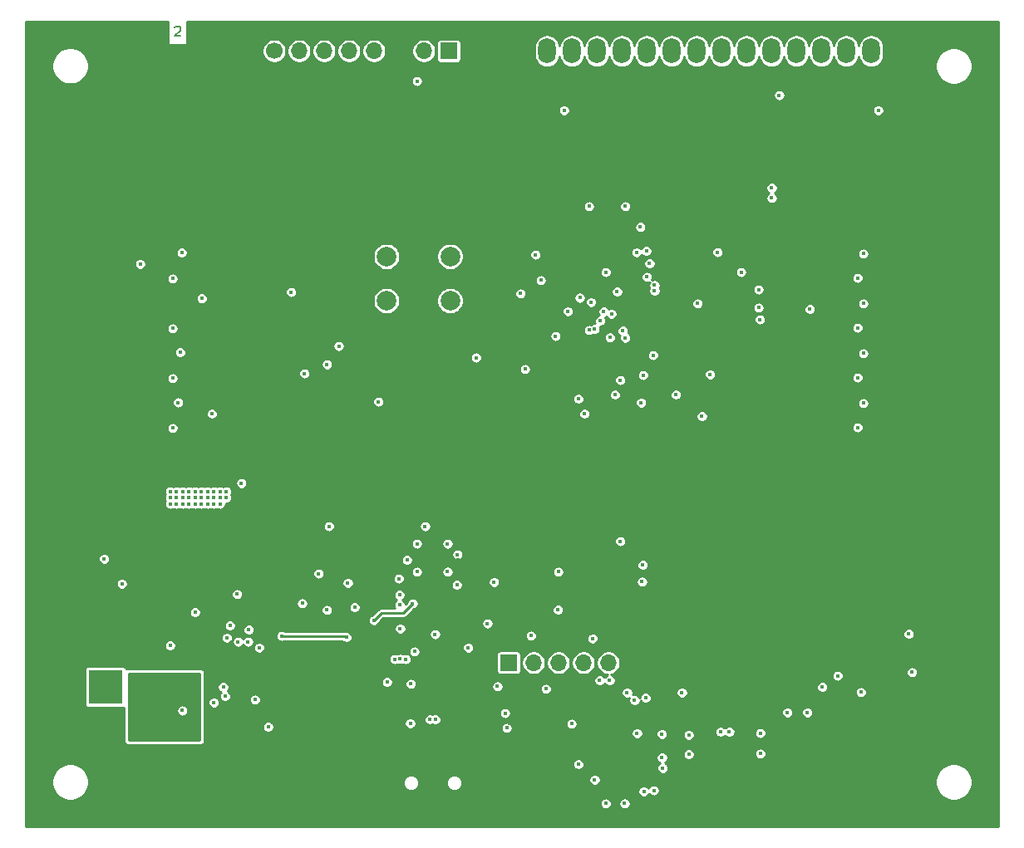
<source format=gbr>
G04 #@! TF.GenerationSoftware,KiCad,Pcbnew,(5.1.8)-1*
G04 #@! TF.CreationDate,2021-01-22T21:00:44-06:00*
G04 #@! TF.ProjectId,Pulse_Oximeter,50756c73-655f-44f7-9869-6d657465722e,rev?*
G04 #@! TF.SameCoordinates,Original*
G04 #@! TF.FileFunction,Copper,L2,Inr*
G04 #@! TF.FilePolarity,Positive*
%FSLAX46Y46*%
G04 Gerber Fmt 4.6, Leading zero omitted, Abs format (unit mm)*
G04 Created by KiCad (PCBNEW (5.1.8)-1) date 2021-01-22 21:00:44*
%MOMM*%
%LPD*%
G01*
G04 APERTURE LIST*
G04 #@! TA.AperFunction,NonConductor*
%ADD10C,0.200000*%
G04 #@! TD*
G04 #@! TA.AperFunction,ComponentPad*
%ADD11R,1.800000X2.600000*%
G04 #@! TD*
G04 #@! TA.AperFunction,ComponentPad*
%ADD12O,1.800000X2.600000*%
G04 #@! TD*
G04 #@! TA.AperFunction,ComponentPad*
%ADD13R,1.700000X1.700000*%
G04 #@! TD*
G04 #@! TA.AperFunction,ComponentPad*
%ADD14O,1.700000X1.700000*%
G04 #@! TD*
G04 #@! TA.AperFunction,ComponentPad*
%ADD15C,1.700000*%
G04 #@! TD*
G04 #@! TA.AperFunction,ComponentPad*
%ADD16R,3.500000X3.500000*%
G04 #@! TD*
G04 #@! TA.AperFunction,ComponentPad*
%ADD17C,2.000000*%
G04 #@! TD*
G04 #@! TA.AperFunction,ViaPad*
%ADD18C,0.431800*%
G04 #@! TD*
G04 #@! TA.AperFunction,Conductor*
%ADD19C,0.254000*%
G04 #@! TD*
G04 #@! TA.AperFunction,Conductor*
%ADD20C,0.100000*%
G04 #@! TD*
G04 APERTURE END LIST*
D10*
X110712285Y-59174119D02*
X110759904Y-59126500D01*
X110855142Y-59078880D01*
X111093238Y-59078880D01*
X111188476Y-59126500D01*
X111236095Y-59174119D01*
X111283714Y-59269357D01*
X111283714Y-59364595D01*
X111236095Y-59507452D01*
X110664666Y-60078880D01*
X111283714Y-60078880D01*
D11*
X184187600Y-61592500D03*
D12*
X181647600Y-61592500D03*
X179107600Y-61592500D03*
X176567600Y-61592500D03*
X174027600Y-61592500D03*
X171487600Y-61592500D03*
X168947600Y-61592500D03*
X166407600Y-61592500D03*
X163867600Y-61592500D03*
X161327600Y-61592500D03*
X158787600Y-61592500D03*
X156247600Y-61592500D03*
X153707600Y-61592500D03*
X151167600Y-61592500D03*
X148627600Y-61592500D03*
X146087600Y-61592500D03*
D13*
X192405000Y-130366000D03*
D14*
X157416000Y-123952000D03*
X154876000Y-123952000D03*
X152336000Y-123952000D03*
X149796000Y-123952000D03*
X147256000Y-123952000D03*
D13*
X144716000Y-123952000D03*
X138620000Y-61592500D03*
D14*
X136080000Y-61592500D03*
X133540000Y-61592500D03*
X131000000Y-61592500D03*
X128460000Y-61592500D03*
X125920000Y-61592500D03*
X123380000Y-61592500D03*
D15*
X120840000Y-61592500D03*
D16*
X103632000Y-126428000D03*
X97632000Y-126428000D03*
X100632000Y-121728000D03*
D17*
X132270000Y-87047500D03*
X132270000Y-82547500D03*
X138770000Y-87047500D03*
X138770000Y-82547500D03*
D18*
X108458000Y-123762000D03*
X136144000Y-121793000D03*
X141478000Y-122428000D03*
X148018000Y-121476000D03*
X139573000Y-113474000D03*
X139319000Y-117284000D03*
X141034000Y-119952000D03*
X142684000Y-128524000D03*
X132398000Y-124460000D03*
X132270000Y-128143000D03*
X135318000Y-126492000D03*
X139065000Y-126746000D03*
X181546000Y-127698000D03*
X180594000Y-125857000D03*
X175260000Y-126619000D03*
X162370000Y-89281000D03*
X114808000Y-118554000D03*
X167894000Y-85153500D03*
X151956000Y-66103500D03*
X154496000Y-66103500D03*
X157036000Y-66103500D03*
X159576000Y-66103500D03*
X162116000Y-66103500D03*
X164656000Y-66103500D03*
X167196000Y-66103500D03*
X169736000Y-66103500D03*
X174816000Y-66103500D03*
X177356000Y-66103500D03*
X188087000Y-124922000D03*
X123000000Y-111950000D03*
X123634000Y-111950000D03*
X121094000Y-110554000D03*
X121094000Y-111188000D03*
X121094000Y-108268000D03*
X121094000Y-108902000D03*
X119062000Y-112712000D03*
X119062000Y-115080000D03*
X120078000Y-115080000D03*
X119570000Y-115570000D03*
X119062000Y-116096000D03*
X120078000Y-116096000D03*
X147574000Y-129604000D03*
X144844000Y-130112000D03*
X146812000Y-131890000D03*
X151765000Y-129921000D03*
X151130000Y-131318000D03*
X151320000Y-127508000D03*
X152336000Y-127508000D03*
X150304000Y-127318000D03*
X155575000Y-138303000D03*
X157798000Y-131844000D03*
X160338000Y-132542000D03*
X161290000Y-133558000D03*
X160401000Y-135718000D03*
X158306000Y-128542000D03*
X155892000Y-126891000D03*
X147066000Y-130130000D03*
X148082000Y-130130000D03*
X148082000Y-129114000D03*
X147066000Y-129114000D03*
X137160000Y-119906000D03*
X134747000Y-134448000D03*
X134747000Y-133749000D03*
X134747000Y-133050000D03*
X134747000Y-132352000D03*
X135382000Y-131908000D03*
X135382000Y-131209000D03*
X136906000Y-123975000D03*
X137384000Y-123975000D03*
X134239000Y-64661000D03*
X121920000Y-117684000D03*
X121158000Y-132542000D03*
X122682000Y-132542000D03*
X122682000Y-131018000D03*
X121158000Y-131018000D03*
X121920000Y-131780000D03*
X114110000Y-131400000D03*
X111379000Y-122192000D03*
X121285000Y-113556000D03*
X103505000Y-114508000D03*
X158432000Y-93617000D03*
X165227000Y-93744000D03*
X164465000Y-97681000D03*
X175387000Y-86759000D03*
X183515000Y-67645500D03*
X180912000Y-65867500D03*
X150368000Y-68725000D03*
X154051000Y-77424500D03*
X155448000Y-77424500D03*
X163965000Y-86314500D03*
X154940000Y-95141000D03*
X153226000Y-97046000D03*
X145923000Y-85235000D03*
X108268000Y-84790500D03*
X108268000Y-89870500D03*
X108268000Y-94950500D03*
X108268000Y-100030000D03*
X177990000Y-84727000D03*
X177990000Y-89807000D03*
X177990000Y-94887000D03*
X177990000Y-99967000D03*
X119824000Y-118001000D03*
X124333000Y-92898000D03*
X143954000Y-85659000D03*
X124016000Y-83563500D03*
X123698000Y-86167000D03*
X111475900Y-128830902D03*
X164084000Y-130556000D03*
X130619500Y-117030500D03*
X127000000Y-112712500D03*
X127000000Y-116268500D03*
X114236500Y-122110500D03*
X109474000Y-81851500D03*
X121475500Y-123444000D03*
X169418000Y-134175500D03*
X125349000Y-114871500D03*
X118174000Y-121811000D03*
X117158000Y-121811000D03*
X136208000Y-110046000D03*
X139504000Y-112920000D03*
X142558000Y-119952000D03*
X132334000Y-125920000D03*
X143574000Y-126365000D03*
X180615000Y-126953000D03*
X176657000Y-126428000D03*
X167196000Y-131000000D03*
X116014000Y-121412000D03*
X165989000Y-82105500D03*
X185801000Y-124922000D03*
X115316000Y-107760000D03*
X114681000Y-107760000D03*
X114046000Y-107760000D03*
X113411000Y-107760000D03*
X112776000Y-107760000D03*
X112141000Y-107760000D03*
X111506000Y-107760000D03*
X110871000Y-107760000D03*
X110236000Y-107760000D03*
X115951000Y-107124000D03*
X115316000Y-107124000D03*
X114681000Y-107124000D03*
X114046000Y-107124000D03*
X113411000Y-107124000D03*
X112776000Y-107124000D03*
X112141000Y-107124000D03*
X111506000Y-107124000D03*
X110871000Y-107124000D03*
X110236000Y-107124000D03*
X115951000Y-106490000D03*
X115316000Y-106490000D03*
X114681000Y-106490000D03*
X114046000Y-106490000D03*
X113411000Y-106490000D03*
X112776000Y-106490000D03*
X112141000Y-106490000D03*
X111506000Y-106490000D03*
X110871000Y-106490000D03*
X110236000Y-106490000D03*
X151130000Y-130175000D03*
X154622000Y-138303000D03*
X156528000Y-138303000D03*
X157798000Y-131146000D03*
X157544000Y-127780000D03*
X133668000Y-120478000D03*
X137224000Y-121049000D03*
X135382000Y-64661000D03*
X110236000Y-122192000D03*
X103505000Y-113366000D03*
X158432000Y-94633000D03*
X164402000Y-98824000D03*
X175387000Y-87902000D03*
X182372000Y-67645500D03*
X150368000Y-67645500D03*
X152908000Y-77424500D03*
X156591000Y-77424500D03*
X163957000Y-87330500D03*
X156083000Y-95141000D03*
X151828000Y-97046000D03*
X145923000Y-86314500D03*
X110490000Y-84790500D03*
X110490000Y-89870500D03*
X110490000Y-94950500D03*
X110490000Y-100030000D03*
X180276000Y-84727000D03*
X180276000Y-89807000D03*
X180276000Y-94887000D03*
X180276000Y-99967000D03*
X122554000Y-86167000D03*
X172276000Y-66103500D03*
X126428000Y-110046000D03*
X119316500Y-122428000D03*
X118237000Y-120586500D03*
X166306000Y-131000000D03*
X148526500Y-126619000D03*
X156781500Y-127000000D03*
X155004000Y-125748000D03*
X153988000Y-125748000D03*
X133604000Y-117030000D03*
X139446000Y-116014000D03*
X140589000Y-122428000D03*
X136690000Y-129730000D03*
X137249000Y-129730000D03*
X133096000Y-123589000D03*
X134239000Y-123589000D03*
X151960400Y-86750600D03*
X158482313Y-137071528D03*
X105317900Y-115916500D03*
X134689200Y-130130500D03*
X123682100Y-117905000D03*
X126199700Y-118575700D03*
X144356300Y-129102000D03*
X158668800Y-127522700D03*
X126207100Y-93547800D03*
X170370000Y-131128000D03*
X170180000Y-85915500D03*
X134937500Y-117919500D03*
X131000500Y-119634000D03*
X141398100Y-92853400D03*
X159576000Y-85468500D03*
X115834800Y-127370000D03*
X115639300Y-126429500D03*
X120219500Y-130496900D03*
X117047100Y-116969700D03*
X112773300Y-118814300D03*
X144521000Y-130604600D03*
X127408000Y-91679000D03*
X170370000Y-133223000D03*
X170180000Y-87757000D03*
X159576000Y-86040000D03*
X153479500Y-135890000D03*
X159512000Y-136969500D03*
X158128900Y-79537100D03*
X135382000Y-111824000D03*
X138494000Y-111824000D03*
X157754000Y-82125500D03*
X128334000Y-115824000D03*
X121602500Y-121221500D03*
X128206500Y-121348500D03*
X129032000Y-118300500D03*
X156583800Y-90847600D03*
X158205400Y-97445500D03*
X111034900Y-97422900D03*
X116332000Y-120160000D03*
X111414900Y-82146100D03*
X123907100Y-94470200D03*
X118884500Y-127713500D03*
X131445004Y-97345500D03*
X114681000Y-128016000D03*
X111257900Y-92306600D03*
X114492500Y-98568400D03*
X152435000Y-98568400D03*
X158781700Y-84624100D03*
X154400200Y-88160500D03*
X154046300Y-89101000D03*
X153263900Y-121502700D03*
X151828500Y-134302500D03*
X162369500Y-127000000D03*
X158305500Y-115697000D03*
X158369000Y-113982500D03*
X159067500Y-83248500D03*
X158750000Y-81978500D03*
X165227000Y-94569500D03*
X159448000Y-92601000D03*
X155040200Y-90797400D03*
X117483300Y-105655100D03*
X113461500Y-86819200D03*
X143225800Y-115738600D03*
X156083000Y-111569500D03*
X149774400Y-114677900D03*
X149485500Y-90659900D03*
X185467100Y-121010500D03*
X152905300Y-90044000D03*
X161743300Y-96637300D03*
X155556900Y-96637300D03*
X153474300Y-89944400D03*
X160317000Y-131226000D03*
X147447000Y-82359500D03*
X147996000Y-84959200D03*
X171514000Y-75539600D03*
X171514000Y-76581000D03*
X168402000Y-84137500D03*
X154622000Y-84137500D03*
X180848000Y-82250500D03*
X180848000Y-87330500D03*
X170307000Y-88963500D03*
X155194000Y-88392000D03*
X180848000Y-92410500D03*
X180848000Y-97490500D03*
X156337000Y-90106500D03*
X107506000Y-130955000D03*
X111188000Y-131272000D03*
X110554000Y-125875000D03*
X112432000Y-125821000D03*
X112418000Y-126900000D03*
X110554000Y-126954000D03*
X110744000Y-129222500D03*
X133668000Y-123571000D03*
X149733000Y-118554000D03*
X134366000Y-113474000D03*
X160401000Y-134702000D03*
X160338000Y-133622000D03*
X175133000Y-129032000D03*
X178244000Y-125286000D03*
X133604000Y-118046000D03*
X135128000Y-122809000D03*
X135382000Y-114681000D03*
X146994600Y-121196800D03*
X133540000Y-115380000D03*
X134747000Y-126111000D03*
X138494000Y-114681000D03*
X163068000Y-131318000D03*
X163068000Y-133286000D03*
X173101000Y-129032000D03*
X146385100Y-94021900D03*
X150738900Y-88148500D03*
X153103800Y-87203100D03*
X155765100Y-86130700D03*
X107188000Y-83312000D03*
D19*
X134937500Y-117919500D02*
X133985000Y-118872000D01*
X131762500Y-118872000D02*
X131000500Y-119634000D01*
X133985000Y-118872000D02*
X131762500Y-118872000D01*
X128079500Y-121221500D02*
X128206500Y-121348500D01*
X121602500Y-121221500D02*
X128079500Y-121221500D01*
X110040810Y-60937500D02*
X111955191Y-60937500D01*
X111955191Y-58571000D01*
X194603501Y-58571000D01*
X194603500Y-140659000D01*
X95515500Y-140659000D01*
X95515500Y-138244210D01*
X154025100Y-138244210D01*
X154025100Y-138361790D01*
X154048039Y-138477109D01*
X154093034Y-138585738D01*
X154158358Y-138683501D01*
X154241499Y-138766642D01*
X154339262Y-138831966D01*
X154447891Y-138876961D01*
X154563210Y-138899900D01*
X154680790Y-138899900D01*
X154796109Y-138876961D01*
X154904738Y-138831966D01*
X155002501Y-138766642D01*
X155085642Y-138683501D01*
X155150966Y-138585738D01*
X155195961Y-138477109D01*
X155218900Y-138361790D01*
X155218900Y-138244210D01*
X155931100Y-138244210D01*
X155931100Y-138361790D01*
X155954039Y-138477109D01*
X155999034Y-138585738D01*
X156064358Y-138683501D01*
X156147499Y-138766642D01*
X156245262Y-138831966D01*
X156353891Y-138876961D01*
X156469210Y-138899900D01*
X156586790Y-138899900D01*
X156702109Y-138876961D01*
X156810738Y-138831966D01*
X156908501Y-138766642D01*
X156991642Y-138683501D01*
X157056966Y-138585738D01*
X157101961Y-138477109D01*
X157124900Y-138361790D01*
X157124900Y-138244210D01*
X157101961Y-138128891D01*
X157056966Y-138020262D01*
X156991642Y-137922499D01*
X156908501Y-137839358D01*
X156810738Y-137774034D01*
X156702109Y-137729039D01*
X156586790Y-137706100D01*
X156469210Y-137706100D01*
X156353891Y-137729039D01*
X156245262Y-137774034D01*
X156147499Y-137839358D01*
X156064358Y-137922499D01*
X155999034Y-138020262D01*
X155954039Y-138128891D01*
X155931100Y-138244210D01*
X155218900Y-138244210D01*
X155195961Y-138128891D01*
X155150966Y-138020262D01*
X155085642Y-137922499D01*
X155002501Y-137839358D01*
X154904738Y-137774034D01*
X154796109Y-137729039D01*
X154680790Y-137706100D01*
X154563210Y-137706100D01*
X154447891Y-137729039D01*
X154339262Y-137774034D01*
X154241499Y-137839358D01*
X154158358Y-137922499D01*
X154093034Y-138020262D01*
X154048039Y-138128891D01*
X154025100Y-138244210D01*
X95515500Y-138244210D01*
X95515500Y-135929738D01*
X98179000Y-135929738D01*
X98179000Y-136300262D01*
X98251286Y-136663667D01*
X98393080Y-137005987D01*
X98598932Y-137314067D01*
X98860933Y-137576068D01*
X99169013Y-137781920D01*
X99511333Y-137923714D01*
X99874738Y-137996000D01*
X100245262Y-137996000D01*
X100608667Y-137923714D01*
X100950987Y-137781920D01*
X101259067Y-137576068D01*
X101521068Y-137314067D01*
X101726920Y-137005987D01*
X101868714Y-136663667D01*
X101941000Y-136300262D01*
X101941000Y-136116154D01*
X133939000Y-136116154D01*
X133939000Y-136279846D01*
X133970935Y-136440394D01*
X134033577Y-136591626D01*
X134124520Y-136727732D01*
X134240268Y-136843480D01*
X134376374Y-136934423D01*
X134527606Y-136997065D01*
X134688154Y-137029000D01*
X134851846Y-137029000D01*
X135012394Y-136997065D01*
X135163626Y-136934423D01*
X135299732Y-136843480D01*
X135415480Y-136727732D01*
X135506423Y-136591626D01*
X135569065Y-136440394D01*
X135601000Y-136279846D01*
X135601000Y-136116154D01*
X138339000Y-136116154D01*
X138339000Y-136279846D01*
X138370935Y-136440394D01*
X138433577Y-136591626D01*
X138524520Y-136727732D01*
X138640268Y-136843480D01*
X138776374Y-136934423D01*
X138927606Y-136997065D01*
X139088154Y-137029000D01*
X139251846Y-137029000D01*
X139333600Y-137012738D01*
X157885413Y-137012738D01*
X157885413Y-137130318D01*
X157908352Y-137245637D01*
X157953347Y-137354266D01*
X158018671Y-137452029D01*
X158101812Y-137535170D01*
X158199575Y-137600494D01*
X158308204Y-137645489D01*
X158423523Y-137668428D01*
X158541103Y-137668428D01*
X158656422Y-137645489D01*
X158765051Y-137600494D01*
X158862814Y-137535170D01*
X158945955Y-137452029D01*
X159011279Y-137354266D01*
X159026559Y-137317377D01*
X159048358Y-137350001D01*
X159131499Y-137433142D01*
X159229262Y-137498466D01*
X159337891Y-137543461D01*
X159453210Y-137566400D01*
X159570790Y-137566400D01*
X159686109Y-137543461D01*
X159794738Y-137498466D01*
X159892501Y-137433142D01*
X159975642Y-137350001D01*
X160040966Y-137252238D01*
X160085961Y-137143609D01*
X160108900Y-137028290D01*
X160108900Y-136910710D01*
X160085961Y-136795391D01*
X160040966Y-136686762D01*
X159975642Y-136588999D01*
X159892501Y-136505858D01*
X159794738Y-136440534D01*
X159686109Y-136395539D01*
X159570790Y-136372600D01*
X159453210Y-136372600D01*
X159337891Y-136395539D01*
X159229262Y-136440534D01*
X159131499Y-136505858D01*
X159048358Y-136588999D01*
X158983034Y-136686762D01*
X158967754Y-136723651D01*
X158945955Y-136691027D01*
X158862814Y-136607886D01*
X158765051Y-136542562D01*
X158656422Y-136497567D01*
X158541103Y-136474628D01*
X158423523Y-136474628D01*
X158308204Y-136497567D01*
X158199575Y-136542562D01*
X158101812Y-136607886D01*
X158018671Y-136691027D01*
X157953347Y-136788790D01*
X157908352Y-136897419D01*
X157885413Y-137012738D01*
X139333600Y-137012738D01*
X139412394Y-136997065D01*
X139563626Y-136934423D01*
X139699732Y-136843480D01*
X139815480Y-136727732D01*
X139906423Y-136591626D01*
X139969065Y-136440394D01*
X140001000Y-136279846D01*
X140001000Y-136116154D01*
X139969065Y-135955606D01*
X139917539Y-135831210D01*
X152882600Y-135831210D01*
X152882600Y-135948790D01*
X152905539Y-136064109D01*
X152950534Y-136172738D01*
X153015858Y-136270501D01*
X153098999Y-136353642D01*
X153196762Y-136418966D01*
X153305391Y-136463961D01*
X153420710Y-136486900D01*
X153538290Y-136486900D01*
X153653609Y-136463961D01*
X153762238Y-136418966D01*
X153860001Y-136353642D01*
X153943142Y-136270501D01*
X154008466Y-136172738D01*
X154053461Y-136064109D01*
X154076400Y-135948790D01*
X154076400Y-135929738D01*
X188179000Y-135929738D01*
X188179000Y-136300262D01*
X188251286Y-136663667D01*
X188393080Y-137005987D01*
X188598932Y-137314067D01*
X188860933Y-137576068D01*
X189169013Y-137781920D01*
X189511333Y-137923714D01*
X189874738Y-137996000D01*
X190245262Y-137996000D01*
X190608667Y-137923714D01*
X190950987Y-137781920D01*
X191259067Y-137576068D01*
X191521068Y-137314067D01*
X191726920Y-137005987D01*
X191868714Y-136663667D01*
X191941000Y-136300262D01*
X191941000Y-135929738D01*
X191868714Y-135566333D01*
X191726920Y-135224013D01*
X191521068Y-134915933D01*
X191259067Y-134653932D01*
X190950987Y-134448080D01*
X190608667Y-134306286D01*
X190245262Y-134234000D01*
X189874738Y-134234000D01*
X189511333Y-134306286D01*
X189169013Y-134448080D01*
X188860933Y-134653932D01*
X188598932Y-134915933D01*
X188393080Y-135224013D01*
X188251286Y-135566333D01*
X188179000Y-135929738D01*
X154076400Y-135929738D01*
X154076400Y-135831210D01*
X154053461Y-135715891D01*
X154008466Y-135607262D01*
X153943142Y-135509499D01*
X153860001Y-135426358D01*
X153762238Y-135361034D01*
X153653609Y-135316039D01*
X153538290Y-135293100D01*
X153420710Y-135293100D01*
X153305391Y-135316039D01*
X153196762Y-135361034D01*
X153098999Y-135426358D01*
X153015858Y-135509499D01*
X152950534Y-135607262D01*
X152905539Y-135715891D01*
X152882600Y-135831210D01*
X139917539Y-135831210D01*
X139906423Y-135804374D01*
X139815480Y-135668268D01*
X139699732Y-135552520D01*
X139563626Y-135461577D01*
X139412394Y-135398935D01*
X139251846Y-135367000D01*
X139088154Y-135367000D01*
X138927606Y-135398935D01*
X138776374Y-135461577D01*
X138640268Y-135552520D01*
X138524520Y-135668268D01*
X138433577Y-135804374D01*
X138370935Y-135955606D01*
X138339000Y-136116154D01*
X135601000Y-136116154D01*
X135569065Y-135955606D01*
X135506423Y-135804374D01*
X135415480Y-135668268D01*
X135299732Y-135552520D01*
X135163626Y-135461577D01*
X135012394Y-135398935D01*
X134851846Y-135367000D01*
X134688154Y-135367000D01*
X134527606Y-135398935D01*
X134376374Y-135461577D01*
X134240268Y-135552520D01*
X134124520Y-135668268D01*
X134033577Y-135804374D01*
X133970935Y-135955606D01*
X133939000Y-136116154D01*
X101941000Y-136116154D01*
X101941000Y-135929738D01*
X101868714Y-135566333D01*
X101726920Y-135224013D01*
X101521068Y-134915933D01*
X101259067Y-134653932D01*
X100950987Y-134448080D01*
X100608667Y-134306286D01*
X100294078Y-134243710D01*
X151231600Y-134243710D01*
X151231600Y-134361290D01*
X151254539Y-134476609D01*
X151299534Y-134585238D01*
X151364858Y-134683001D01*
X151447999Y-134766142D01*
X151545762Y-134831466D01*
X151654391Y-134876461D01*
X151769710Y-134899400D01*
X151887290Y-134899400D01*
X152002609Y-134876461D01*
X152111238Y-134831466D01*
X152209001Y-134766142D01*
X152292142Y-134683001D01*
X152357466Y-134585238D01*
X152402461Y-134476609D01*
X152425400Y-134361290D01*
X152425400Y-134243710D01*
X152402461Y-134128391D01*
X152357466Y-134019762D01*
X152292142Y-133921999D01*
X152209001Y-133838858D01*
X152111238Y-133773534D01*
X152002609Y-133728539D01*
X151887290Y-133705600D01*
X151769710Y-133705600D01*
X151654391Y-133728539D01*
X151545762Y-133773534D01*
X151447999Y-133838858D01*
X151364858Y-133921999D01*
X151299534Y-134019762D01*
X151254539Y-134128391D01*
X151231600Y-134243710D01*
X100294078Y-134243710D01*
X100245262Y-134234000D01*
X99874738Y-134234000D01*
X99511333Y-134306286D01*
X99169013Y-134448080D01*
X98860933Y-134653932D01*
X98598932Y-134915933D01*
X98393080Y-135224013D01*
X98251286Y-135566333D01*
X98179000Y-135929738D01*
X95515500Y-135929738D01*
X95515500Y-133563210D01*
X159741100Y-133563210D01*
X159741100Y-133680790D01*
X159764039Y-133796109D01*
X159809034Y-133904738D01*
X159874358Y-134002501D01*
X159957499Y-134085642D01*
X160055262Y-134150966D01*
X160114541Y-134175520D01*
X160020499Y-134238358D01*
X159937358Y-134321499D01*
X159872034Y-134419262D01*
X159827039Y-134527891D01*
X159804100Y-134643210D01*
X159804100Y-134760790D01*
X159827039Y-134876109D01*
X159872034Y-134984738D01*
X159937358Y-135082501D01*
X160020499Y-135165642D01*
X160118262Y-135230966D01*
X160226891Y-135275961D01*
X160342210Y-135298900D01*
X160459790Y-135298900D01*
X160575109Y-135275961D01*
X160683738Y-135230966D01*
X160781501Y-135165642D01*
X160864642Y-135082501D01*
X160929966Y-134984738D01*
X160974961Y-134876109D01*
X160997900Y-134760790D01*
X160997900Y-134643210D01*
X160974961Y-134527891D01*
X160929966Y-134419262D01*
X160864642Y-134321499D01*
X160781501Y-134238358D01*
X160683738Y-134173034D01*
X160624459Y-134148480D01*
X160718501Y-134085642D01*
X160801642Y-134002501D01*
X160866966Y-133904738D01*
X160911961Y-133796109D01*
X160934900Y-133680790D01*
X160934900Y-133563210D01*
X160911961Y-133447891D01*
X160866966Y-133339262D01*
X160801642Y-133241499D01*
X160787353Y-133227210D01*
X162471100Y-133227210D01*
X162471100Y-133344790D01*
X162494039Y-133460109D01*
X162539034Y-133568738D01*
X162604358Y-133666501D01*
X162687499Y-133749642D01*
X162785262Y-133814966D01*
X162893891Y-133859961D01*
X163009210Y-133882900D01*
X163126790Y-133882900D01*
X163242109Y-133859961D01*
X163350738Y-133814966D01*
X163448501Y-133749642D01*
X163531642Y-133666501D01*
X163596966Y-133568738D01*
X163641961Y-133460109D01*
X163664900Y-133344790D01*
X163664900Y-133227210D01*
X163652369Y-133164210D01*
X169773100Y-133164210D01*
X169773100Y-133281790D01*
X169796039Y-133397109D01*
X169841034Y-133505738D01*
X169906358Y-133603501D01*
X169989499Y-133686642D01*
X170087262Y-133751966D01*
X170195891Y-133796961D01*
X170311210Y-133819900D01*
X170428790Y-133819900D01*
X170544109Y-133796961D01*
X170652738Y-133751966D01*
X170750501Y-133686642D01*
X170833642Y-133603501D01*
X170898966Y-133505738D01*
X170943961Y-133397109D01*
X170966900Y-133281790D01*
X170966900Y-133164210D01*
X170943961Y-133048891D01*
X170898966Y-132940262D01*
X170833642Y-132842499D01*
X170750501Y-132759358D01*
X170652738Y-132694034D01*
X170544109Y-132649039D01*
X170428790Y-132626100D01*
X170311210Y-132626100D01*
X170195891Y-132649039D01*
X170087262Y-132694034D01*
X169989499Y-132759358D01*
X169906358Y-132842499D01*
X169841034Y-132940262D01*
X169796039Y-133048891D01*
X169773100Y-133164210D01*
X163652369Y-133164210D01*
X163641961Y-133111891D01*
X163596966Y-133003262D01*
X163531642Y-132905499D01*
X163448501Y-132822358D01*
X163350738Y-132757034D01*
X163242109Y-132712039D01*
X163126790Y-132689100D01*
X163009210Y-132689100D01*
X162893891Y-132712039D01*
X162785262Y-132757034D01*
X162687499Y-132822358D01*
X162604358Y-132905499D01*
X162539034Y-133003262D01*
X162494039Y-133111891D01*
X162471100Y-133227210D01*
X160787353Y-133227210D01*
X160718501Y-133158358D01*
X160620738Y-133093034D01*
X160512109Y-133048039D01*
X160396790Y-133025100D01*
X160279210Y-133025100D01*
X160163891Y-133048039D01*
X160055262Y-133093034D01*
X159957499Y-133158358D01*
X159874358Y-133241499D01*
X159809034Y-133339262D01*
X159764039Y-133447891D01*
X159741100Y-133563210D01*
X95515500Y-133563210D01*
X95515500Y-124678000D01*
X101499157Y-124678000D01*
X101499157Y-128178000D01*
X101506513Y-128252689D01*
X101528299Y-128324508D01*
X101563678Y-128390696D01*
X101611289Y-128448711D01*
X101669304Y-128496322D01*
X101735492Y-128531701D01*
X101807311Y-128553487D01*
X101882000Y-128560843D01*
X105382000Y-128560843D01*
X105456689Y-128553487D01*
X105528508Y-128531701D01*
X105537000Y-128527162D01*
X105537000Y-131971000D01*
X105544321Y-132045329D01*
X105566002Y-132116802D01*
X105601210Y-132182672D01*
X105648592Y-132240408D01*
X105706328Y-132287790D01*
X105772198Y-132322998D01*
X105843671Y-132344679D01*
X105918000Y-132352000D01*
X113347500Y-132352000D01*
X113421829Y-132344679D01*
X113493302Y-132322998D01*
X113559172Y-132287790D01*
X113616908Y-132240408D01*
X113664290Y-132182672D01*
X113699498Y-132116802D01*
X113721179Y-132045329D01*
X113728500Y-131971000D01*
X113728500Y-130438110D01*
X119622600Y-130438110D01*
X119622600Y-130555690D01*
X119645539Y-130671009D01*
X119690534Y-130779638D01*
X119755858Y-130877401D01*
X119838999Y-130960542D01*
X119936762Y-131025866D01*
X120045391Y-131070861D01*
X120160710Y-131093800D01*
X120278290Y-131093800D01*
X120393609Y-131070861D01*
X120502238Y-131025866D01*
X120600001Y-130960542D01*
X120683142Y-130877401D01*
X120748466Y-130779638D01*
X120793461Y-130671009D01*
X120816400Y-130555690D01*
X120816400Y-130438110D01*
X120793461Y-130322791D01*
X120748466Y-130214162D01*
X120683142Y-130116399D01*
X120638453Y-130071710D01*
X134092300Y-130071710D01*
X134092300Y-130189290D01*
X134115239Y-130304609D01*
X134160234Y-130413238D01*
X134225558Y-130511001D01*
X134308699Y-130594142D01*
X134406462Y-130659466D01*
X134515091Y-130704461D01*
X134630410Y-130727400D01*
X134747990Y-130727400D01*
X134863309Y-130704461D01*
X134971938Y-130659466D01*
X135069701Y-130594142D01*
X135118033Y-130545810D01*
X143924100Y-130545810D01*
X143924100Y-130663390D01*
X143947039Y-130778709D01*
X143992034Y-130887338D01*
X144057358Y-130985101D01*
X144140499Y-131068242D01*
X144238262Y-131133566D01*
X144346891Y-131178561D01*
X144462210Y-131201500D01*
X144579790Y-131201500D01*
X144695109Y-131178561D01*
X144803738Y-131133566D01*
X144873113Y-131087210D01*
X157201100Y-131087210D01*
X157201100Y-131204790D01*
X157224039Y-131320109D01*
X157269034Y-131428738D01*
X157334358Y-131526501D01*
X157417499Y-131609642D01*
X157515262Y-131674966D01*
X157623891Y-131719961D01*
X157739210Y-131742900D01*
X157856790Y-131742900D01*
X157972109Y-131719961D01*
X158080738Y-131674966D01*
X158178501Y-131609642D01*
X158261642Y-131526501D01*
X158326966Y-131428738D01*
X158371961Y-131320109D01*
X158394900Y-131204790D01*
X158394900Y-131167210D01*
X159720100Y-131167210D01*
X159720100Y-131284790D01*
X159743039Y-131400109D01*
X159788034Y-131508738D01*
X159853358Y-131606501D01*
X159936499Y-131689642D01*
X160034262Y-131754966D01*
X160142891Y-131799961D01*
X160258210Y-131822900D01*
X160375790Y-131822900D01*
X160491109Y-131799961D01*
X160599738Y-131754966D01*
X160697501Y-131689642D01*
X160780642Y-131606501D01*
X160845966Y-131508738D01*
X160890961Y-131400109D01*
X160913900Y-131284790D01*
X160913900Y-131259210D01*
X162471100Y-131259210D01*
X162471100Y-131376790D01*
X162494039Y-131492109D01*
X162539034Y-131600738D01*
X162604358Y-131698501D01*
X162687499Y-131781642D01*
X162785262Y-131846966D01*
X162893891Y-131891961D01*
X163009210Y-131914900D01*
X163126790Y-131914900D01*
X163242109Y-131891961D01*
X163350738Y-131846966D01*
X163448501Y-131781642D01*
X163531642Y-131698501D01*
X163596966Y-131600738D01*
X163641961Y-131492109D01*
X163664900Y-131376790D01*
X163664900Y-131259210D01*
X163641961Y-131143891D01*
X163596966Y-131035262D01*
X163534122Y-130941210D01*
X165709100Y-130941210D01*
X165709100Y-131058790D01*
X165732039Y-131174109D01*
X165777034Y-131282738D01*
X165842358Y-131380501D01*
X165925499Y-131463642D01*
X166023262Y-131528966D01*
X166131891Y-131573961D01*
X166247210Y-131596900D01*
X166364790Y-131596900D01*
X166480109Y-131573961D01*
X166588738Y-131528966D01*
X166686501Y-131463642D01*
X166751000Y-131399143D01*
X166815499Y-131463642D01*
X166913262Y-131528966D01*
X167021891Y-131573961D01*
X167137210Y-131596900D01*
X167254790Y-131596900D01*
X167370109Y-131573961D01*
X167478738Y-131528966D01*
X167576501Y-131463642D01*
X167659642Y-131380501D01*
X167724966Y-131282738D01*
X167769961Y-131174109D01*
X167790827Y-131069210D01*
X169773100Y-131069210D01*
X169773100Y-131186790D01*
X169796039Y-131302109D01*
X169841034Y-131410738D01*
X169906358Y-131508501D01*
X169989499Y-131591642D01*
X170087262Y-131656966D01*
X170195891Y-131701961D01*
X170311210Y-131724900D01*
X170428790Y-131724900D01*
X170544109Y-131701961D01*
X170652738Y-131656966D01*
X170750501Y-131591642D01*
X170833642Y-131508501D01*
X170898966Y-131410738D01*
X170943961Y-131302109D01*
X170966900Y-131186790D01*
X170966900Y-131069210D01*
X170943961Y-130953891D01*
X170898966Y-130845262D01*
X170833642Y-130747499D01*
X170750501Y-130664358D01*
X170652738Y-130599034D01*
X170544109Y-130554039D01*
X170428790Y-130531100D01*
X170311210Y-130531100D01*
X170195891Y-130554039D01*
X170087262Y-130599034D01*
X169989499Y-130664358D01*
X169906358Y-130747499D01*
X169841034Y-130845262D01*
X169796039Y-130953891D01*
X169773100Y-131069210D01*
X167790827Y-131069210D01*
X167792900Y-131058790D01*
X167792900Y-130941210D01*
X167769961Y-130825891D01*
X167724966Y-130717262D01*
X167659642Y-130619499D01*
X167576501Y-130536358D01*
X167478738Y-130471034D01*
X167370109Y-130426039D01*
X167254790Y-130403100D01*
X167137210Y-130403100D01*
X167021891Y-130426039D01*
X166913262Y-130471034D01*
X166815499Y-130536358D01*
X166751000Y-130600857D01*
X166686501Y-130536358D01*
X166588738Y-130471034D01*
X166480109Y-130426039D01*
X166364790Y-130403100D01*
X166247210Y-130403100D01*
X166131891Y-130426039D01*
X166023262Y-130471034D01*
X165925499Y-130536358D01*
X165842358Y-130619499D01*
X165777034Y-130717262D01*
X165732039Y-130825891D01*
X165709100Y-130941210D01*
X163534122Y-130941210D01*
X163531642Y-130937499D01*
X163448501Y-130854358D01*
X163350738Y-130789034D01*
X163242109Y-130744039D01*
X163126790Y-130721100D01*
X163009210Y-130721100D01*
X162893891Y-130744039D01*
X162785262Y-130789034D01*
X162687499Y-130854358D01*
X162604358Y-130937499D01*
X162539034Y-131035262D01*
X162494039Y-131143891D01*
X162471100Y-131259210D01*
X160913900Y-131259210D01*
X160913900Y-131167210D01*
X160890961Y-131051891D01*
X160845966Y-130943262D01*
X160780642Y-130845499D01*
X160697501Y-130762358D01*
X160599738Y-130697034D01*
X160491109Y-130652039D01*
X160375790Y-130629100D01*
X160258210Y-130629100D01*
X160142891Y-130652039D01*
X160034262Y-130697034D01*
X159936499Y-130762358D01*
X159853358Y-130845499D01*
X159788034Y-130943262D01*
X159743039Y-131051891D01*
X159720100Y-131167210D01*
X158394900Y-131167210D01*
X158394900Y-131087210D01*
X158371961Y-130971891D01*
X158326966Y-130863262D01*
X158261642Y-130765499D01*
X158178501Y-130682358D01*
X158080738Y-130617034D01*
X157972109Y-130572039D01*
X157856790Y-130549100D01*
X157739210Y-130549100D01*
X157623891Y-130572039D01*
X157515262Y-130617034D01*
X157417499Y-130682358D01*
X157334358Y-130765499D01*
X157269034Y-130863262D01*
X157224039Y-130971891D01*
X157201100Y-131087210D01*
X144873113Y-131087210D01*
X144901501Y-131068242D01*
X144984642Y-130985101D01*
X145049966Y-130887338D01*
X145094961Y-130778709D01*
X145117900Y-130663390D01*
X145117900Y-130545810D01*
X145094961Y-130430491D01*
X145049966Y-130321862D01*
X144984642Y-130224099D01*
X144901501Y-130140958D01*
X144864464Y-130116210D01*
X150533100Y-130116210D01*
X150533100Y-130233790D01*
X150556039Y-130349109D01*
X150601034Y-130457738D01*
X150666358Y-130555501D01*
X150749499Y-130638642D01*
X150847262Y-130703966D01*
X150955891Y-130748961D01*
X151071210Y-130771900D01*
X151188790Y-130771900D01*
X151304109Y-130748961D01*
X151412738Y-130703966D01*
X151510501Y-130638642D01*
X151593642Y-130555501D01*
X151658966Y-130457738D01*
X151703961Y-130349109D01*
X151726900Y-130233790D01*
X151726900Y-130116210D01*
X151703961Y-130000891D01*
X151658966Y-129892262D01*
X151593642Y-129794499D01*
X151510501Y-129711358D01*
X151412738Y-129646034D01*
X151304109Y-129601039D01*
X151188790Y-129578100D01*
X151071210Y-129578100D01*
X150955891Y-129601039D01*
X150847262Y-129646034D01*
X150749499Y-129711358D01*
X150666358Y-129794499D01*
X150601034Y-129892262D01*
X150556039Y-130000891D01*
X150533100Y-130116210D01*
X144864464Y-130116210D01*
X144803738Y-130075634D01*
X144695109Y-130030639D01*
X144579790Y-130007700D01*
X144462210Y-130007700D01*
X144346891Y-130030639D01*
X144238262Y-130075634D01*
X144140499Y-130140958D01*
X144057358Y-130224099D01*
X143992034Y-130321862D01*
X143947039Y-130430491D01*
X143924100Y-130545810D01*
X135118033Y-130545810D01*
X135152842Y-130511001D01*
X135218166Y-130413238D01*
X135263161Y-130304609D01*
X135286100Y-130189290D01*
X135286100Y-130071710D01*
X135263161Y-129956391D01*
X135218166Y-129847762D01*
X135152842Y-129749999D01*
X135074053Y-129671210D01*
X136093100Y-129671210D01*
X136093100Y-129788790D01*
X136116039Y-129904109D01*
X136161034Y-130012738D01*
X136226358Y-130110501D01*
X136309499Y-130193642D01*
X136407262Y-130258966D01*
X136515891Y-130303961D01*
X136631210Y-130326900D01*
X136748790Y-130326900D01*
X136864109Y-130303961D01*
X136969500Y-130260307D01*
X137074891Y-130303961D01*
X137190210Y-130326900D01*
X137307790Y-130326900D01*
X137423109Y-130303961D01*
X137531738Y-130258966D01*
X137629501Y-130193642D01*
X137712642Y-130110501D01*
X137777966Y-130012738D01*
X137822961Y-129904109D01*
X137845900Y-129788790D01*
X137845900Y-129671210D01*
X137822961Y-129555891D01*
X137777966Y-129447262D01*
X137712642Y-129349499D01*
X137629501Y-129266358D01*
X137531738Y-129201034D01*
X137423109Y-129156039D01*
X137307790Y-129133100D01*
X137190210Y-129133100D01*
X137074891Y-129156039D01*
X136969500Y-129199693D01*
X136864109Y-129156039D01*
X136748790Y-129133100D01*
X136631210Y-129133100D01*
X136515891Y-129156039D01*
X136407262Y-129201034D01*
X136309499Y-129266358D01*
X136226358Y-129349499D01*
X136161034Y-129447262D01*
X136116039Y-129555891D01*
X136093100Y-129671210D01*
X135074053Y-129671210D01*
X135069701Y-129666858D01*
X134971938Y-129601534D01*
X134863309Y-129556539D01*
X134747990Y-129533600D01*
X134630410Y-129533600D01*
X134515091Y-129556539D01*
X134406462Y-129601534D01*
X134308699Y-129666858D01*
X134225558Y-129749999D01*
X134160234Y-129847762D01*
X134115239Y-129956391D01*
X134092300Y-130071710D01*
X120638453Y-130071710D01*
X120600001Y-130033258D01*
X120502238Y-129967934D01*
X120393609Y-129922939D01*
X120278290Y-129900000D01*
X120160710Y-129900000D01*
X120045391Y-129922939D01*
X119936762Y-129967934D01*
X119838999Y-130033258D01*
X119755858Y-130116399D01*
X119690534Y-130214162D01*
X119645539Y-130322791D01*
X119622600Y-130438110D01*
X113728500Y-130438110D01*
X113728500Y-129043210D01*
X143759400Y-129043210D01*
X143759400Y-129160790D01*
X143782339Y-129276109D01*
X143827334Y-129384738D01*
X143892658Y-129482501D01*
X143975799Y-129565642D01*
X144073562Y-129630966D01*
X144182191Y-129675961D01*
X144297510Y-129698900D01*
X144415090Y-129698900D01*
X144530409Y-129675961D01*
X144639038Y-129630966D01*
X144736801Y-129565642D01*
X144819942Y-129482501D01*
X144885266Y-129384738D01*
X144930261Y-129276109D01*
X144953200Y-129160790D01*
X144953200Y-129043210D01*
X144939276Y-128973210D01*
X172504100Y-128973210D01*
X172504100Y-129090790D01*
X172527039Y-129206109D01*
X172572034Y-129314738D01*
X172637358Y-129412501D01*
X172720499Y-129495642D01*
X172818262Y-129560966D01*
X172926891Y-129605961D01*
X173042210Y-129628900D01*
X173159790Y-129628900D01*
X173275109Y-129605961D01*
X173383738Y-129560966D01*
X173481501Y-129495642D01*
X173564642Y-129412501D01*
X173629966Y-129314738D01*
X173674961Y-129206109D01*
X173697900Y-129090790D01*
X173697900Y-128973210D01*
X174536100Y-128973210D01*
X174536100Y-129090790D01*
X174559039Y-129206109D01*
X174604034Y-129314738D01*
X174669358Y-129412501D01*
X174752499Y-129495642D01*
X174850262Y-129560966D01*
X174958891Y-129605961D01*
X175074210Y-129628900D01*
X175191790Y-129628900D01*
X175307109Y-129605961D01*
X175415738Y-129560966D01*
X175513501Y-129495642D01*
X175596642Y-129412501D01*
X175661966Y-129314738D01*
X175706961Y-129206109D01*
X175729900Y-129090790D01*
X175729900Y-128973210D01*
X175706961Y-128857891D01*
X175661966Y-128749262D01*
X175596642Y-128651499D01*
X175513501Y-128568358D01*
X175415738Y-128503034D01*
X175307109Y-128458039D01*
X175191790Y-128435100D01*
X175074210Y-128435100D01*
X174958891Y-128458039D01*
X174850262Y-128503034D01*
X174752499Y-128568358D01*
X174669358Y-128651499D01*
X174604034Y-128749262D01*
X174559039Y-128857891D01*
X174536100Y-128973210D01*
X173697900Y-128973210D01*
X173674961Y-128857891D01*
X173629966Y-128749262D01*
X173564642Y-128651499D01*
X173481501Y-128568358D01*
X173383738Y-128503034D01*
X173275109Y-128458039D01*
X173159790Y-128435100D01*
X173042210Y-128435100D01*
X172926891Y-128458039D01*
X172818262Y-128503034D01*
X172720499Y-128568358D01*
X172637358Y-128651499D01*
X172572034Y-128749262D01*
X172527039Y-128857891D01*
X172504100Y-128973210D01*
X144939276Y-128973210D01*
X144930261Y-128927891D01*
X144885266Y-128819262D01*
X144819942Y-128721499D01*
X144736801Y-128638358D01*
X144639038Y-128573034D01*
X144530409Y-128528039D01*
X144415090Y-128505100D01*
X144297510Y-128505100D01*
X144182191Y-128528039D01*
X144073562Y-128573034D01*
X143975799Y-128638358D01*
X143892658Y-128721499D01*
X143827334Y-128819262D01*
X143782339Y-128927891D01*
X143759400Y-129043210D01*
X113728500Y-129043210D01*
X113728500Y-127957210D01*
X114084100Y-127957210D01*
X114084100Y-128074790D01*
X114107039Y-128190109D01*
X114152034Y-128298738D01*
X114217358Y-128396501D01*
X114300499Y-128479642D01*
X114398262Y-128544966D01*
X114506891Y-128589961D01*
X114622210Y-128612900D01*
X114739790Y-128612900D01*
X114855109Y-128589961D01*
X114963738Y-128544966D01*
X115061501Y-128479642D01*
X115144642Y-128396501D01*
X115209966Y-128298738D01*
X115254961Y-128190109D01*
X115277900Y-128074790D01*
X115277900Y-127957210D01*
X115254961Y-127841891D01*
X115209966Y-127733262D01*
X115144642Y-127635499D01*
X115061501Y-127552358D01*
X114963738Y-127487034D01*
X114855109Y-127442039D01*
X114739790Y-127419100D01*
X114622210Y-127419100D01*
X114506891Y-127442039D01*
X114398262Y-127487034D01*
X114300499Y-127552358D01*
X114217358Y-127635499D01*
X114152034Y-127733262D01*
X114107039Y-127841891D01*
X114084100Y-127957210D01*
X113728500Y-127957210D01*
X113728500Y-126370710D01*
X115042400Y-126370710D01*
X115042400Y-126488290D01*
X115065339Y-126603609D01*
X115110334Y-126712238D01*
X115175658Y-126810001D01*
X115258799Y-126893142D01*
X115356562Y-126958466D01*
X115388827Y-126971830D01*
X115371158Y-126989499D01*
X115305834Y-127087262D01*
X115260839Y-127195891D01*
X115237900Y-127311210D01*
X115237900Y-127428790D01*
X115260839Y-127544109D01*
X115305834Y-127652738D01*
X115371158Y-127750501D01*
X115454299Y-127833642D01*
X115552062Y-127898966D01*
X115660691Y-127943961D01*
X115776010Y-127966900D01*
X115893590Y-127966900D01*
X116008909Y-127943961D01*
X116117538Y-127898966D01*
X116215301Y-127833642D01*
X116298442Y-127750501D01*
X116362448Y-127654710D01*
X118287600Y-127654710D01*
X118287600Y-127772290D01*
X118310539Y-127887609D01*
X118355534Y-127996238D01*
X118420858Y-128094001D01*
X118503999Y-128177142D01*
X118601762Y-128242466D01*
X118710391Y-128287461D01*
X118825710Y-128310400D01*
X118943290Y-128310400D01*
X119058609Y-128287461D01*
X119167238Y-128242466D01*
X119265001Y-128177142D01*
X119348142Y-128094001D01*
X119413466Y-127996238D01*
X119458461Y-127887609D01*
X119481400Y-127772290D01*
X119481400Y-127654710D01*
X119458461Y-127539391D01*
X119413466Y-127430762D01*
X119348142Y-127332999D01*
X119265001Y-127249858D01*
X119167238Y-127184534D01*
X119058609Y-127139539D01*
X118943290Y-127116600D01*
X118825710Y-127116600D01*
X118710391Y-127139539D01*
X118601762Y-127184534D01*
X118503999Y-127249858D01*
X118420858Y-127332999D01*
X118355534Y-127430762D01*
X118310539Y-127539391D01*
X118287600Y-127654710D01*
X116362448Y-127654710D01*
X116363766Y-127652738D01*
X116408761Y-127544109D01*
X116431700Y-127428790D01*
X116431700Y-127311210D01*
X116408761Y-127195891D01*
X116363766Y-127087262D01*
X116298442Y-126989499D01*
X116215301Y-126906358D01*
X116117538Y-126841034D01*
X116085273Y-126827670D01*
X116102942Y-126810001D01*
X116168266Y-126712238D01*
X116213261Y-126603609D01*
X116236200Y-126488290D01*
X116236200Y-126370710D01*
X116213261Y-126255391D01*
X116168266Y-126146762D01*
X116102942Y-126048999D01*
X116019801Y-125965858D01*
X115922038Y-125900534D01*
X115827101Y-125861210D01*
X131737100Y-125861210D01*
X131737100Y-125978790D01*
X131760039Y-126094109D01*
X131805034Y-126202738D01*
X131870358Y-126300501D01*
X131953499Y-126383642D01*
X132051262Y-126448966D01*
X132159891Y-126493961D01*
X132275210Y-126516900D01*
X132392790Y-126516900D01*
X132508109Y-126493961D01*
X132616738Y-126448966D01*
X132714501Y-126383642D01*
X132797642Y-126300501D01*
X132862966Y-126202738D01*
X132907961Y-126094109D01*
X132916295Y-126052210D01*
X134150100Y-126052210D01*
X134150100Y-126169790D01*
X134173039Y-126285109D01*
X134218034Y-126393738D01*
X134283358Y-126491501D01*
X134366499Y-126574642D01*
X134464262Y-126639966D01*
X134572891Y-126684961D01*
X134688210Y-126707900D01*
X134805790Y-126707900D01*
X134921109Y-126684961D01*
X135029738Y-126639966D01*
X135127501Y-126574642D01*
X135210642Y-126491501D01*
X135275966Y-126393738D01*
X135312220Y-126306210D01*
X142977100Y-126306210D01*
X142977100Y-126423790D01*
X143000039Y-126539109D01*
X143045034Y-126647738D01*
X143110358Y-126745501D01*
X143193499Y-126828642D01*
X143291262Y-126893966D01*
X143399891Y-126938961D01*
X143515210Y-126961900D01*
X143632790Y-126961900D01*
X143748109Y-126938961D01*
X143856738Y-126893966D01*
X143954501Y-126828642D01*
X144037642Y-126745501D01*
X144102966Y-126647738D01*
X144139220Y-126560210D01*
X147929600Y-126560210D01*
X147929600Y-126677790D01*
X147952539Y-126793109D01*
X147997534Y-126901738D01*
X148062858Y-126999501D01*
X148145999Y-127082642D01*
X148243762Y-127147966D01*
X148352391Y-127192961D01*
X148467710Y-127215900D01*
X148585290Y-127215900D01*
X148700609Y-127192961D01*
X148809238Y-127147966D01*
X148907001Y-127082642D01*
X148990142Y-126999501D01*
X149029091Y-126941210D01*
X156184600Y-126941210D01*
X156184600Y-127058790D01*
X156207539Y-127174109D01*
X156252534Y-127282738D01*
X156317858Y-127380501D01*
X156400999Y-127463642D01*
X156498762Y-127528966D01*
X156607391Y-127573961D01*
X156722710Y-127596900D01*
X156840290Y-127596900D01*
X156955609Y-127573961D01*
X156988992Y-127560133D01*
X156970039Y-127605891D01*
X156947100Y-127721210D01*
X156947100Y-127838790D01*
X156970039Y-127954109D01*
X157015034Y-128062738D01*
X157080358Y-128160501D01*
X157163499Y-128243642D01*
X157261262Y-128308966D01*
X157369891Y-128353961D01*
X157485210Y-128376900D01*
X157602790Y-128376900D01*
X157718109Y-128353961D01*
X157826738Y-128308966D01*
X157924501Y-128243642D01*
X158007642Y-128160501D01*
X158072966Y-128062738D01*
X158117961Y-127954109D01*
X158140900Y-127838790D01*
X158140900Y-127807033D01*
X158205158Y-127903201D01*
X158288299Y-127986342D01*
X158386062Y-128051666D01*
X158494691Y-128096661D01*
X158610010Y-128119600D01*
X158727590Y-128119600D01*
X158842909Y-128096661D01*
X158951538Y-128051666D01*
X159049301Y-127986342D01*
X159132442Y-127903201D01*
X159197766Y-127805438D01*
X159242761Y-127696809D01*
X159265700Y-127581490D01*
X159265700Y-127463910D01*
X159242761Y-127348591D01*
X159197766Y-127239962D01*
X159132442Y-127142199D01*
X159049301Y-127059058D01*
X158951538Y-126993734D01*
X158842909Y-126948739D01*
X158805060Y-126941210D01*
X161772600Y-126941210D01*
X161772600Y-127058790D01*
X161795539Y-127174109D01*
X161840534Y-127282738D01*
X161905858Y-127380501D01*
X161988999Y-127463642D01*
X162086762Y-127528966D01*
X162195391Y-127573961D01*
X162310710Y-127596900D01*
X162428290Y-127596900D01*
X162543609Y-127573961D01*
X162652238Y-127528966D01*
X162750001Y-127463642D01*
X162833142Y-127380501D01*
X162898466Y-127282738D01*
X162943461Y-127174109D01*
X162966400Y-127058790D01*
X162966400Y-126941210D01*
X162943461Y-126825891D01*
X162898466Y-126717262D01*
X162833142Y-126619499D01*
X162750001Y-126536358D01*
X162652238Y-126471034D01*
X162543609Y-126426039D01*
X162428290Y-126403100D01*
X162310710Y-126403100D01*
X162195391Y-126426039D01*
X162086762Y-126471034D01*
X161988999Y-126536358D01*
X161905858Y-126619499D01*
X161840534Y-126717262D01*
X161795539Y-126825891D01*
X161772600Y-126941210D01*
X158805060Y-126941210D01*
X158727590Y-126925800D01*
X158610010Y-126925800D01*
X158494691Y-126948739D01*
X158386062Y-126993734D01*
X158288299Y-127059058D01*
X158205158Y-127142199D01*
X158139834Y-127239962D01*
X158094839Y-127348591D01*
X158071900Y-127463910D01*
X158071900Y-127495667D01*
X158007642Y-127399499D01*
X157924501Y-127316358D01*
X157826738Y-127251034D01*
X157718109Y-127206039D01*
X157602790Y-127183100D01*
X157485210Y-127183100D01*
X157369891Y-127206039D01*
X157336508Y-127219867D01*
X157355461Y-127174109D01*
X157378400Y-127058790D01*
X157378400Y-126941210D01*
X157355461Y-126825891D01*
X157310466Y-126717262D01*
X157245142Y-126619499D01*
X157162001Y-126536358D01*
X157064238Y-126471034D01*
X156955609Y-126426039D01*
X156840290Y-126403100D01*
X156722710Y-126403100D01*
X156607391Y-126426039D01*
X156498762Y-126471034D01*
X156400999Y-126536358D01*
X156317858Y-126619499D01*
X156252534Y-126717262D01*
X156207539Y-126825891D01*
X156184600Y-126941210D01*
X149029091Y-126941210D01*
X149055466Y-126901738D01*
X149100461Y-126793109D01*
X149123400Y-126677790D01*
X149123400Y-126560210D01*
X149100461Y-126444891D01*
X149069114Y-126369210D01*
X176060100Y-126369210D01*
X176060100Y-126486790D01*
X176083039Y-126602109D01*
X176128034Y-126710738D01*
X176193358Y-126808501D01*
X176276499Y-126891642D01*
X176374262Y-126956966D01*
X176482891Y-127001961D01*
X176598210Y-127024900D01*
X176715790Y-127024900D01*
X176831109Y-127001961D01*
X176939738Y-126956966D01*
X177033657Y-126894210D01*
X180018100Y-126894210D01*
X180018100Y-127011790D01*
X180041039Y-127127109D01*
X180086034Y-127235738D01*
X180151358Y-127333501D01*
X180234499Y-127416642D01*
X180332262Y-127481966D01*
X180440891Y-127526961D01*
X180556210Y-127549900D01*
X180673790Y-127549900D01*
X180789109Y-127526961D01*
X180897738Y-127481966D01*
X180995501Y-127416642D01*
X181078642Y-127333501D01*
X181143966Y-127235738D01*
X181188961Y-127127109D01*
X181211900Y-127011790D01*
X181211900Y-126894210D01*
X181188961Y-126778891D01*
X181143966Y-126670262D01*
X181078642Y-126572499D01*
X180995501Y-126489358D01*
X180897738Y-126424034D01*
X180789109Y-126379039D01*
X180673790Y-126356100D01*
X180556210Y-126356100D01*
X180440891Y-126379039D01*
X180332262Y-126424034D01*
X180234499Y-126489358D01*
X180151358Y-126572499D01*
X180086034Y-126670262D01*
X180041039Y-126778891D01*
X180018100Y-126894210D01*
X177033657Y-126894210D01*
X177037501Y-126891642D01*
X177120642Y-126808501D01*
X177185966Y-126710738D01*
X177230961Y-126602109D01*
X177253900Y-126486790D01*
X177253900Y-126369210D01*
X177230961Y-126253891D01*
X177185966Y-126145262D01*
X177120642Y-126047499D01*
X177037501Y-125964358D01*
X176939738Y-125899034D01*
X176831109Y-125854039D01*
X176715790Y-125831100D01*
X176598210Y-125831100D01*
X176482891Y-125854039D01*
X176374262Y-125899034D01*
X176276499Y-125964358D01*
X176193358Y-126047499D01*
X176128034Y-126145262D01*
X176083039Y-126253891D01*
X176060100Y-126369210D01*
X149069114Y-126369210D01*
X149055466Y-126336262D01*
X148990142Y-126238499D01*
X148907001Y-126155358D01*
X148809238Y-126090034D01*
X148700609Y-126045039D01*
X148585290Y-126022100D01*
X148467710Y-126022100D01*
X148352391Y-126045039D01*
X148243762Y-126090034D01*
X148145999Y-126155358D01*
X148062858Y-126238499D01*
X147997534Y-126336262D01*
X147952539Y-126444891D01*
X147929600Y-126560210D01*
X144139220Y-126560210D01*
X144147961Y-126539109D01*
X144170900Y-126423790D01*
X144170900Y-126306210D01*
X144147961Y-126190891D01*
X144102966Y-126082262D01*
X144037642Y-125984499D01*
X143954501Y-125901358D01*
X143856738Y-125836034D01*
X143748109Y-125791039D01*
X143632790Y-125768100D01*
X143515210Y-125768100D01*
X143399891Y-125791039D01*
X143291262Y-125836034D01*
X143193499Y-125901358D01*
X143110358Y-125984499D01*
X143045034Y-126082262D01*
X143000039Y-126190891D01*
X142977100Y-126306210D01*
X135312220Y-126306210D01*
X135320961Y-126285109D01*
X135343900Y-126169790D01*
X135343900Y-126052210D01*
X135320961Y-125936891D01*
X135275966Y-125828262D01*
X135210642Y-125730499D01*
X135169353Y-125689210D01*
X153391100Y-125689210D01*
X153391100Y-125806790D01*
X153414039Y-125922109D01*
X153459034Y-126030738D01*
X153524358Y-126128501D01*
X153607499Y-126211642D01*
X153705262Y-126276966D01*
X153813891Y-126321961D01*
X153929210Y-126344900D01*
X154046790Y-126344900D01*
X154162109Y-126321961D01*
X154270738Y-126276966D01*
X154368501Y-126211642D01*
X154451642Y-126128501D01*
X154496000Y-126062115D01*
X154540358Y-126128501D01*
X154623499Y-126211642D01*
X154721262Y-126276966D01*
X154829891Y-126321961D01*
X154945210Y-126344900D01*
X155062790Y-126344900D01*
X155178109Y-126321961D01*
X155286738Y-126276966D01*
X155384501Y-126211642D01*
X155467642Y-126128501D01*
X155532966Y-126030738D01*
X155577961Y-125922109D01*
X155600900Y-125806790D01*
X155600900Y-125689210D01*
X155577961Y-125573891D01*
X155532966Y-125465262D01*
X155467642Y-125367499D01*
X155384501Y-125284358D01*
X155298975Y-125227210D01*
X177647100Y-125227210D01*
X177647100Y-125344790D01*
X177670039Y-125460109D01*
X177715034Y-125568738D01*
X177780358Y-125666501D01*
X177863499Y-125749642D01*
X177961262Y-125814966D01*
X178069891Y-125859961D01*
X178185210Y-125882900D01*
X178302790Y-125882900D01*
X178418109Y-125859961D01*
X178526738Y-125814966D01*
X178624501Y-125749642D01*
X178707642Y-125666501D01*
X178772966Y-125568738D01*
X178817961Y-125460109D01*
X178840900Y-125344790D01*
X178840900Y-125227210D01*
X178817961Y-125111891D01*
X178772966Y-125003262D01*
X178707642Y-124905499D01*
X178665353Y-124863210D01*
X185204100Y-124863210D01*
X185204100Y-124980790D01*
X185227039Y-125096109D01*
X185272034Y-125204738D01*
X185337358Y-125302501D01*
X185420499Y-125385642D01*
X185518262Y-125450966D01*
X185626891Y-125495961D01*
X185742210Y-125518900D01*
X185859790Y-125518900D01*
X185975109Y-125495961D01*
X186083738Y-125450966D01*
X186181501Y-125385642D01*
X186264642Y-125302501D01*
X186329966Y-125204738D01*
X186374961Y-125096109D01*
X186397900Y-124980790D01*
X186397900Y-124863210D01*
X186374961Y-124747891D01*
X186329966Y-124639262D01*
X186264642Y-124541499D01*
X186181501Y-124458358D01*
X186083738Y-124393034D01*
X185975109Y-124348039D01*
X185859790Y-124325100D01*
X185742210Y-124325100D01*
X185626891Y-124348039D01*
X185518262Y-124393034D01*
X185420499Y-124458358D01*
X185337358Y-124541499D01*
X185272034Y-124639262D01*
X185227039Y-124747891D01*
X185204100Y-124863210D01*
X178665353Y-124863210D01*
X178624501Y-124822358D01*
X178526738Y-124757034D01*
X178418109Y-124712039D01*
X178302790Y-124689100D01*
X178185210Y-124689100D01*
X178069891Y-124712039D01*
X177961262Y-124757034D01*
X177863499Y-124822358D01*
X177780358Y-124905499D01*
X177715034Y-125003262D01*
X177670039Y-125111891D01*
X177647100Y-125227210D01*
X155298975Y-125227210D01*
X155286738Y-125219034D01*
X155178109Y-125174039D01*
X155110201Y-125160531D01*
X155235069Y-125135693D01*
X155459097Y-125042898D01*
X155660717Y-124908180D01*
X155832180Y-124736717D01*
X155966898Y-124535097D01*
X156059693Y-124311069D01*
X156107000Y-124073243D01*
X156107000Y-123830757D01*
X156059693Y-123592931D01*
X155966898Y-123368903D01*
X155832180Y-123167283D01*
X155660717Y-122995820D01*
X155459097Y-122861102D01*
X155235069Y-122768307D01*
X154997243Y-122721000D01*
X154754757Y-122721000D01*
X154516931Y-122768307D01*
X154292903Y-122861102D01*
X154091283Y-122995820D01*
X153919820Y-123167283D01*
X153785102Y-123368903D01*
X153692307Y-123592931D01*
X153645000Y-123830757D01*
X153645000Y-124073243D01*
X153692307Y-124311069D01*
X153785102Y-124535097D01*
X153919820Y-124736717D01*
X154091283Y-124908180D01*
X154292903Y-125042898D01*
X154516931Y-125135693D01*
X154754757Y-125183000D01*
X154808257Y-125183000D01*
X154721262Y-125219034D01*
X154623499Y-125284358D01*
X154540358Y-125367499D01*
X154496000Y-125433885D01*
X154451642Y-125367499D01*
X154368501Y-125284358D01*
X154270738Y-125219034D01*
X154162109Y-125174039D01*
X154046790Y-125151100D01*
X153929210Y-125151100D01*
X153813891Y-125174039D01*
X153705262Y-125219034D01*
X153607499Y-125284358D01*
X153524358Y-125367499D01*
X153459034Y-125465262D01*
X153414039Y-125573891D01*
X153391100Y-125689210D01*
X135169353Y-125689210D01*
X135127501Y-125647358D01*
X135029738Y-125582034D01*
X134921109Y-125537039D01*
X134805790Y-125514100D01*
X134688210Y-125514100D01*
X134572891Y-125537039D01*
X134464262Y-125582034D01*
X134366499Y-125647358D01*
X134283358Y-125730499D01*
X134218034Y-125828262D01*
X134173039Y-125936891D01*
X134150100Y-126052210D01*
X132916295Y-126052210D01*
X132930900Y-125978790D01*
X132930900Y-125861210D01*
X132907961Y-125745891D01*
X132862966Y-125637262D01*
X132797642Y-125539499D01*
X132714501Y-125456358D01*
X132616738Y-125391034D01*
X132508109Y-125346039D01*
X132392790Y-125323100D01*
X132275210Y-125323100D01*
X132159891Y-125346039D01*
X132051262Y-125391034D01*
X131953499Y-125456358D01*
X131870358Y-125539499D01*
X131805034Y-125637262D01*
X131760039Y-125745891D01*
X131737100Y-125861210D01*
X115827101Y-125861210D01*
X115813409Y-125855539D01*
X115698090Y-125832600D01*
X115580510Y-125832600D01*
X115465191Y-125855539D01*
X115356562Y-125900534D01*
X115258799Y-125965858D01*
X115175658Y-126048999D01*
X115110334Y-126146762D01*
X115065339Y-126255391D01*
X115042400Y-126370710D01*
X113728500Y-126370710D01*
X113728500Y-124922500D01*
X113721179Y-124848171D01*
X113699498Y-124776698D01*
X113664290Y-124710828D01*
X113616908Y-124653092D01*
X113559172Y-124605710D01*
X113493302Y-124570502D01*
X113421829Y-124548821D01*
X113347500Y-124541500D01*
X105918000Y-124541500D01*
X105843671Y-124548821D01*
X105772198Y-124570502D01*
X105750976Y-124581846D01*
X105735701Y-124531492D01*
X105700322Y-124465304D01*
X105652711Y-124407289D01*
X105594696Y-124359678D01*
X105528508Y-124324299D01*
X105456689Y-124302513D01*
X105382000Y-124295157D01*
X101882000Y-124295157D01*
X101807311Y-124302513D01*
X101735492Y-124324299D01*
X101669304Y-124359678D01*
X101611289Y-124407289D01*
X101563678Y-124465304D01*
X101528299Y-124531492D01*
X101506513Y-124603311D01*
X101499157Y-124678000D01*
X95515500Y-124678000D01*
X95515500Y-123530210D01*
X132499100Y-123530210D01*
X132499100Y-123647790D01*
X132522039Y-123763109D01*
X132567034Y-123871738D01*
X132632358Y-123969501D01*
X132715499Y-124052642D01*
X132813262Y-124117966D01*
X132921891Y-124162961D01*
X133037210Y-124185900D01*
X133154790Y-124185900D01*
X133270109Y-124162961D01*
X133378738Y-124117966D01*
X133397864Y-124105186D01*
X133493891Y-124144961D01*
X133609210Y-124167900D01*
X133726790Y-124167900D01*
X133842109Y-124144961D01*
X133937518Y-124105442D01*
X133956262Y-124117966D01*
X134064891Y-124162961D01*
X134180210Y-124185900D01*
X134297790Y-124185900D01*
X134413109Y-124162961D01*
X134521738Y-124117966D01*
X134619501Y-124052642D01*
X134702642Y-123969501D01*
X134767966Y-123871738D01*
X134812961Y-123763109D01*
X134835900Y-123647790D01*
X134835900Y-123530210D01*
X134812961Y-123414891D01*
X134767966Y-123306262D01*
X134741479Y-123266622D01*
X134747499Y-123272642D01*
X134845262Y-123337966D01*
X134953891Y-123382961D01*
X135069210Y-123405900D01*
X135186790Y-123405900D01*
X135302109Y-123382961D01*
X135410738Y-123337966D01*
X135508501Y-123272642D01*
X135591642Y-123189501D01*
X135650109Y-123102000D01*
X143483157Y-123102000D01*
X143483157Y-124802000D01*
X143490513Y-124876689D01*
X143512299Y-124948508D01*
X143547678Y-125014696D01*
X143595289Y-125072711D01*
X143653304Y-125120322D01*
X143719492Y-125155701D01*
X143791311Y-125177487D01*
X143866000Y-125184843D01*
X145566000Y-125184843D01*
X145640689Y-125177487D01*
X145712508Y-125155701D01*
X145778696Y-125120322D01*
X145836711Y-125072711D01*
X145884322Y-125014696D01*
X145919701Y-124948508D01*
X145941487Y-124876689D01*
X145948843Y-124802000D01*
X145948843Y-123830757D01*
X146025000Y-123830757D01*
X146025000Y-124073243D01*
X146072307Y-124311069D01*
X146165102Y-124535097D01*
X146299820Y-124736717D01*
X146471283Y-124908180D01*
X146672903Y-125042898D01*
X146896931Y-125135693D01*
X147134757Y-125183000D01*
X147377243Y-125183000D01*
X147615069Y-125135693D01*
X147839097Y-125042898D01*
X148040717Y-124908180D01*
X148212180Y-124736717D01*
X148346898Y-124535097D01*
X148439693Y-124311069D01*
X148487000Y-124073243D01*
X148487000Y-123830757D01*
X148565000Y-123830757D01*
X148565000Y-124073243D01*
X148612307Y-124311069D01*
X148705102Y-124535097D01*
X148839820Y-124736717D01*
X149011283Y-124908180D01*
X149212903Y-125042898D01*
X149436931Y-125135693D01*
X149674757Y-125183000D01*
X149917243Y-125183000D01*
X150155069Y-125135693D01*
X150379097Y-125042898D01*
X150580717Y-124908180D01*
X150752180Y-124736717D01*
X150886898Y-124535097D01*
X150979693Y-124311069D01*
X151027000Y-124073243D01*
X151027000Y-123830757D01*
X151105000Y-123830757D01*
X151105000Y-124073243D01*
X151152307Y-124311069D01*
X151245102Y-124535097D01*
X151379820Y-124736717D01*
X151551283Y-124908180D01*
X151752903Y-125042898D01*
X151976931Y-125135693D01*
X152214757Y-125183000D01*
X152457243Y-125183000D01*
X152695069Y-125135693D01*
X152919097Y-125042898D01*
X153120717Y-124908180D01*
X153292180Y-124736717D01*
X153426898Y-124535097D01*
X153519693Y-124311069D01*
X153567000Y-124073243D01*
X153567000Y-123830757D01*
X153519693Y-123592931D01*
X153426898Y-123368903D01*
X153292180Y-123167283D01*
X153120717Y-122995820D01*
X152919097Y-122861102D01*
X152695069Y-122768307D01*
X152457243Y-122721000D01*
X152214757Y-122721000D01*
X151976931Y-122768307D01*
X151752903Y-122861102D01*
X151551283Y-122995820D01*
X151379820Y-123167283D01*
X151245102Y-123368903D01*
X151152307Y-123592931D01*
X151105000Y-123830757D01*
X151027000Y-123830757D01*
X150979693Y-123592931D01*
X150886898Y-123368903D01*
X150752180Y-123167283D01*
X150580717Y-122995820D01*
X150379097Y-122861102D01*
X150155069Y-122768307D01*
X149917243Y-122721000D01*
X149674757Y-122721000D01*
X149436931Y-122768307D01*
X149212903Y-122861102D01*
X149011283Y-122995820D01*
X148839820Y-123167283D01*
X148705102Y-123368903D01*
X148612307Y-123592931D01*
X148565000Y-123830757D01*
X148487000Y-123830757D01*
X148439693Y-123592931D01*
X148346898Y-123368903D01*
X148212180Y-123167283D01*
X148040717Y-122995820D01*
X147839097Y-122861102D01*
X147615069Y-122768307D01*
X147377243Y-122721000D01*
X147134757Y-122721000D01*
X146896931Y-122768307D01*
X146672903Y-122861102D01*
X146471283Y-122995820D01*
X146299820Y-123167283D01*
X146165102Y-123368903D01*
X146072307Y-123592931D01*
X146025000Y-123830757D01*
X145948843Y-123830757D01*
X145948843Y-123102000D01*
X145941487Y-123027311D01*
X145919701Y-122955492D01*
X145884322Y-122889304D01*
X145836711Y-122831289D01*
X145778696Y-122783678D01*
X145712508Y-122748299D01*
X145640689Y-122726513D01*
X145566000Y-122719157D01*
X143866000Y-122719157D01*
X143791311Y-122726513D01*
X143719492Y-122748299D01*
X143653304Y-122783678D01*
X143595289Y-122831289D01*
X143547678Y-122889304D01*
X143512299Y-122955492D01*
X143490513Y-123027311D01*
X143483157Y-123102000D01*
X135650109Y-123102000D01*
X135656966Y-123091738D01*
X135701961Y-122983109D01*
X135724900Y-122867790D01*
X135724900Y-122750210D01*
X135701961Y-122634891D01*
X135656966Y-122526262D01*
X135591642Y-122428499D01*
X135532353Y-122369210D01*
X139992100Y-122369210D01*
X139992100Y-122486790D01*
X140015039Y-122602109D01*
X140060034Y-122710738D01*
X140125358Y-122808501D01*
X140208499Y-122891642D01*
X140306262Y-122956966D01*
X140414891Y-123001961D01*
X140530210Y-123024900D01*
X140647790Y-123024900D01*
X140763109Y-123001961D01*
X140871738Y-122956966D01*
X140969501Y-122891642D01*
X141052642Y-122808501D01*
X141117966Y-122710738D01*
X141162961Y-122602109D01*
X141185900Y-122486790D01*
X141185900Y-122369210D01*
X141162961Y-122253891D01*
X141117966Y-122145262D01*
X141052642Y-122047499D01*
X140969501Y-121964358D01*
X140871738Y-121899034D01*
X140763109Y-121854039D01*
X140647790Y-121831100D01*
X140530210Y-121831100D01*
X140414891Y-121854039D01*
X140306262Y-121899034D01*
X140208499Y-121964358D01*
X140125358Y-122047499D01*
X140060034Y-122145262D01*
X140015039Y-122253891D01*
X139992100Y-122369210D01*
X135532353Y-122369210D01*
X135508501Y-122345358D01*
X135410738Y-122280034D01*
X135302109Y-122235039D01*
X135186790Y-122212100D01*
X135069210Y-122212100D01*
X134953891Y-122235039D01*
X134845262Y-122280034D01*
X134747499Y-122345358D01*
X134664358Y-122428499D01*
X134599034Y-122526262D01*
X134554039Y-122634891D01*
X134531100Y-122750210D01*
X134531100Y-122867790D01*
X134554039Y-122983109D01*
X134599034Y-123091738D01*
X134625521Y-123131378D01*
X134619501Y-123125358D01*
X134521738Y-123060034D01*
X134413109Y-123015039D01*
X134297790Y-122992100D01*
X134180210Y-122992100D01*
X134064891Y-123015039D01*
X133969482Y-123054558D01*
X133950738Y-123042034D01*
X133842109Y-122997039D01*
X133726790Y-122974100D01*
X133609210Y-122974100D01*
X133493891Y-122997039D01*
X133385262Y-123042034D01*
X133366136Y-123054814D01*
X133270109Y-123015039D01*
X133154790Y-122992100D01*
X133037210Y-122992100D01*
X132921891Y-123015039D01*
X132813262Y-123060034D01*
X132715499Y-123125358D01*
X132632358Y-123208499D01*
X132567034Y-123306262D01*
X132522039Y-123414891D01*
X132499100Y-123530210D01*
X95515500Y-123530210D01*
X95515500Y-122133210D01*
X109639100Y-122133210D01*
X109639100Y-122250790D01*
X109662039Y-122366109D01*
X109707034Y-122474738D01*
X109772358Y-122572501D01*
X109855499Y-122655642D01*
X109953262Y-122720966D01*
X110061891Y-122765961D01*
X110177210Y-122788900D01*
X110294790Y-122788900D01*
X110410109Y-122765961D01*
X110518738Y-122720966D01*
X110616501Y-122655642D01*
X110699642Y-122572501D01*
X110764966Y-122474738D01*
X110809961Y-122366109D01*
X110832900Y-122250790D01*
X110832900Y-122133210D01*
X110809961Y-122017891D01*
X110764966Y-121909262D01*
X110699642Y-121811499D01*
X110616501Y-121728358D01*
X110518738Y-121663034D01*
X110410109Y-121618039D01*
X110294790Y-121595100D01*
X110177210Y-121595100D01*
X110061891Y-121618039D01*
X109953262Y-121663034D01*
X109855499Y-121728358D01*
X109772358Y-121811499D01*
X109707034Y-121909262D01*
X109662039Y-122017891D01*
X109639100Y-122133210D01*
X95515500Y-122133210D01*
X95515500Y-121353210D01*
X115417100Y-121353210D01*
X115417100Y-121470790D01*
X115440039Y-121586109D01*
X115485034Y-121694738D01*
X115550358Y-121792501D01*
X115633499Y-121875642D01*
X115731262Y-121940966D01*
X115839891Y-121985961D01*
X115955210Y-122008900D01*
X116072790Y-122008900D01*
X116188109Y-121985961D01*
X116296738Y-121940966D01*
X116394501Y-121875642D01*
X116477642Y-121792501D01*
X116504563Y-121752210D01*
X116561100Y-121752210D01*
X116561100Y-121869790D01*
X116584039Y-121985109D01*
X116629034Y-122093738D01*
X116694358Y-122191501D01*
X116777499Y-122274642D01*
X116875262Y-122339966D01*
X116983891Y-122384961D01*
X117099210Y-122407900D01*
X117216790Y-122407900D01*
X117332109Y-122384961D01*
X117440738Y-122339966D01*
X117538501Y-122274642D01*
X117621642Y-122191501D01*
X117666000Y-122125115D01*
X117710358Y-122191501D01*
X117793499Y-122274642D01*
X117891262Y-122339966D01*
X117999891Y-122384961D01*
X118115210Y-122407900D01*
X118232790Y-122407900D01*
X118348109Y-122384961D01*
X118386135Y-122369210D01*
X118719600Y-122369210D01*
X118719600Y-122486790D01*
X118742539Y-122602109D01*
X118787534Y-122710738D01*
X118852858Y-122808501D01*
X118935999Y-122891642D01*
X119033762Y-122956966D01*
X119142391Y-123001961D01*
X119257710Y-123024900D01*
X119375290Y-123024900D01*
X119490609Y-123001961D01*
X119599238Y-122956966D01*
X119697001Y-122891642D01*
X119780142Y-122808501D01*
X119845466Y-122710738D01*
X119890461Y-122602109D01*
X119913400Y-122486790D01*
X119913400Y-122369210D01*
X119890461Y-122253891D01*
X119845466Y-122145262D01*
X119780142Y-122047499D01*
X119697001Y-121964358D01*
X119599238Y-121899034D01*
X119490609Y-121854039D01*
X119375290Y-121831100D01*
X119257710Y-121831100D01*
X119142391Y-121854039D01*
X119033762Y-121899034D01*
X118935999Y-121964358D01*
X118852858Y-122047499D01*
X118787534Y-122145262D01*
X118742539Y-122253891D01*
X118719600Y-122369210D01*
X118386135Y-122369210D01*
X118456738Y-122339966D01*
X118554501Y-122274642D01*
X118637642Y-122191501D01*
X118702966Y-122093738D01*
X118747961Y-121985109D01*
X118770900Y-121869790D01*
X118770900Y-121752210D01*
X118747961Y-121636891D01*
X118702966Y-121528262D01*
X118637642Y-121430499D01*
X118554501Y-121347358D01*
X118456738Y-121282034D01*
X118348109Y-121237039D01*
X118232790Y-121214100D01*
X118115210Y-121214100D01*
X117999891Y-121237039D01*
X117891262Y-121282034D01*
X117793499Y-121347358D01*
X117710358Y-121430499D01*
X117666000Y-121496885D01*
X117621642Y-121430499D01*
X117538501Y-121347358D01*
X117440738Y-121282034D01*
X117332109Y-121237039D01*
X117216790Y-121214100D01*
X117099210Y-121214100D01*
X116983891Y-121237039D01*
X116875262Y-121282034D01*
X116777499Y-121347358D01*
X116694358Y-121430499D01*
X116629034Y-121528262D01*
X116584039Y-121636891D01*
X116561100Y-121752210D01*
X116504563Y-121752210D01*
X116542966Y-121694738D01*
X116587961Y-121586109D01*
X116610900Y-121470790D01*
X116610900Y-121353210D01*
X116587961Y-121237891D01*
X116542966Y-121129262D01*
X116477642Y-121031499D01*
X116394501Y-120948358D01*
X116296738Y-120883034D01*
X116188109Y-120838039D01*
X116072790Y-120815100D01*
X115955210Y-120815100D01*
X115839891Y-120838039D01*
X115731262Y-120883034D01*
X115633499Y-120948358D01*
X115550358Y-121031499D01*
X115485034Y-121129262D01*
X115440039Y-121237891D01*
X115417100Y-121353210D01*
X95515500Y-121353210D01*
X95515500Y-120101210D01*
X115735100Y-120101210D01*
X115735100Y-120218790D01*
X115758039Y-120334109D01*
X115803034Y-120442738D01*
X115868358Y-120540501D01*
X115951499Y-120623642D01*
X116049262Y-120688966D01*
X116157891Y-120733961D01*
X116273210Y-120756900D01*
X116390790Y-120756900D01*
X116506109Y-120733961D01*
X116614738Y-120688966D01*
X116712501Y-120623642D01*
X116795642Y-120540501D01*
X116804188Y-120527710D01*
X117640100Y-120527710D01*
X117640100Y-120645290D01*
X117663039Y-120760609D01*
X117708034Y-120869238D01*
X117773358Y-120967001D01*
X117856499Y-121050142D01*
X117954262Y-121115466D01*
X118062891Y-121160461D01*
X118178210Y-121183400D01*
X118295790Y-121183400D01*
X118399802Y-121162710D01*
X121005600Y-121162710D01*
X121005600Y-121280290D01*
X121028539Y-121395609D01*
X121073534Y-121504238D01*
X121138858Y-121602001D01*
X121221999Y-121685142D01*
X121319762Y-121750466D01*
X121428391Y-121795461D01*
X121543710Y-121818400D01*
X121661290Y-121818400D01*
X121776609Y-121795461D01*
X121885238Y-121750466D01*
X121916615Y-121729500D01*
X127743357Y-121729500D01*
X127825999Y-121812142D01*
X127923762Y-121877466D01*
X128032391Y-121922461D01*
X128147710Y-121945400D01*
X128265290Y-121945400D01*
X128380609Y-121922461D01*
X128489238Y-121877466D01*
X128587001Y-121812142D01*
X128670142Y-121729001D01*
X128735466Y-121631238D01*
X128780461Y-121522609D01*
X128803400Y-121407290D01*
X128803400Y-121289710D01*
X128780461Y-121174391D01*
X128735466Y-121065762D01*
X128670142Y-120967999D01*
X128587001Y-120884858D01*
X128489238Y-120819534D01*
X128380609Y-120774539D01*
X128285574Y-120755635D01*
X128274843Y-120749899D01*
X128179085Y-120720851D01*
X128104447Y-120713500D01*
X128104444Y-120713500D01*
X128079500Y-120711043D01*
X128054556Y-120713500D01*
X121916615Y-120713500D01*
X121885238Y-120692534D01*
X121776609Y-120647539D01*
X121661290Y-120624600D01*
X121543710Y-120624600D01*
X121428391Y-120647539D01*
X121319762Y-120692534D01*
X121221999Y-120757858D01*
X121138858Y-120840999D01*
X121073534Y-120938762D01*
X121028539Y-121047391D01*
X121005600Y-121162710D01*
X118399802Y-121162710D01*
X118411109Y-121160461D01*
X118519738Y-121115466D01*
X118617501Y-121050142D01*
X118700642Y-120967001D01*
X118765966Y-120869238D01*
X118810961Y-120760609D01*
X118833900Y-120645290D01*
X118833900Y-120527710D01*
X118812318Y-120419210D01*
X133071100Y-120419210D01*
X133071100Y-120536790D01*
X133094039Y-120652109D01*
X133139034Y-120760738D01*
X133204358Y-120858501D01*
X133287499Y-120941642D01*
X133385262Y-121006966D01*
X133493891Y-121051961D01*
X133609210Y-121074900D01*
X133726790Y-121074900D01*
X133842109Y-121051961D01*
X133950738Y-121006966D01*
X133975814Y-120990210D01*
X136627100Y-120990210D01*
X136627100Y-121107790D01*
X136650039Y-121223109D01*
X136695034Y-121331738D01*
X136760358Y-121429501D01*
X136843499Y-121512642D01*
X136941262Y-121577966D01*
X137049891Y-121622961D01*
X137165210Y-121645900D01*
X137282790Y-121645900D01*
X137398109Y-121622961D01*
X137506738Y-121577966D01*
X137604501Y-121512642D01*
X137687642Y-121429501D01*
X137752966Y-121331738D01*
X137797961Y-121223109D01*
X137814888Y-121138010D01*
X146397700Y-121138010D01*
X146397700Y-121255590D01*
X146420639Y-121370909D01*
X146465634Y-121479538D01*
X146530958Y-121577301D01*
X146614099Y-121660442D01*
X146711862Y-121725766D01*
X146820491Y-121770761D01*
X146935810Y-121793700D01*
X147053390Y-121793700D01*
X147168709Y-121770761D01*
X147277338Y-121725766D01*
X147375101Y-121660442D01*
X147458242Y-121577301D01*
X147523566Y-121479538D01*
X147538323Y-121443910D01*
X152667000Y-121443910D01*
X152667000Y-121561490D01*
X152689939Y-121676809D01*
X152734934Y-121785438D01*
X152800258Y-121883201D01*
X152883399Y-121966342D01*
X152981162Y-122031666D01*
X153089791Y-122076661D01*
X153205110Y-122099600D01*
X153322690Y-122099600D01*
X153438009Y-122076661D01*
X153546638Y-122031666D01*
X153644401Y-121966342D01*
X153727542Y-121883201D01*
X153792866Y-121785438D01*
X153837861Y-121676809D01*
X153860800Y-121561490D01*
X153860800Y-121443910D01*
X153837861Y-121328591D01*
X153792866Y-121219962D01*
X153727542Y-121122199D01*
X153644401Y-121039058D01*
X153546638Y-120973734D01*
X153493467Y-120951710D01*
X184870200Y-120951710D01*
X184870200Y-121069290D01*
X184893139Y-121184609D01*
X184938134Y-121293238D01*
X185003458Y-121391001D01*
X185086599Y-121474142D01*
X185184362Y-121539466D01*
X185292991Y-121584461D01*
X185408310Y-121607400D01*
X185525890Y-121607400D01*
X185641209Y-121584461D01*
X185749838Y-121539466D01*
X185847601Y-121474142D01*
X185930742Y-121391001D01*
X185996066Y-121293238D01*
X186041061Y-121184609D01*
X186064000Y-121069290D01*
X186064000Y-120951710D01*
X186041061Y-120836391D01*
X185996066Y-120727762D01*
X185930742Y-120629999D01*
X185847601Y-120546858D01*
X185749838Y-120481534D01*
X185641209Y-120436539D01*
X185525890Y-120413600D01*
X185408310Y-120413600D01*
X185292991Y-120436539D01*
X185184362Y-120481534D01*
X185086599Y-120546858D01*
X185003458Y-120629999D01*
X184938134Y-120727762D01*
X184893139Y-120836391D01*
X184870200Y-120951710D01*
X153493467Y-120951710D01*
X153438009Y-120928739D01*
X153322690Y-120905800D01*
X153205110Y-120905800D01*
X153089791Y-120928739D01*
X152981162Y-120973734D01*
X152883399Y-121039058D01*
X152800258Y-121122199D01*
X152734934Y-121219962D01*
X152689939Y-121328591D01*
X152667000Y-121443910D01*
X147538323Y-121443910D01*
X147568561Y-121370909D01*
X147591500Y-121255590D01*
X147591500Y-121138010D01*
X147568561Y-121022691D01*
X147523566Y-120914062D01*
X147458242Y-120816299D01*
X147375101Y-120733158D01*
X147277338Y-120667834D01*
X147168709Y-120622839D01*
X147053390Y-120599900D01*
X146935810Y-120599900D01*
X146820491Y-120622839D01*
X146711862Y-120667834D01*
X146614099Y-120733158D01*
X146530958Y-120816299D01*
X146465634Y-120914062D01*
X146420639Y-121022691D01*
X146397700Y-121138010D01*
X137814888Y-121138010D01*
X137820900Y-121107790D01*
X137820900Y-120990210D01*
X137797961Y-120874891D01*
X137752966Y-120766262D01*
X137687642Y-120668499D01*
X137604501Y-120585358D01*
X137506738Y-120520034D01*
X137398109Y-120475039D01*
X137282790Y-120452100D01*
X137165210Y-120452100D01*
X137049891Y-120475039D01*
X136941262Y-120520034D01*
X136843499Y-120585358D01*
X136760358Y-120668499D01*
X136695034Y-120766262D01*
X136650039Y-120874891D01*
X136627100Y-120990210D01*
X133975814Y-120990210D01*
X134048501Y-120941642D01*
X134131642Y-120858501D01*
X134196966Y-120760738D01*
X134241961Y-120652109D01*
X134264900Y-120536790D01*
X134264900Y-120419210D01*
X134241961Y-120303891D01*
X134196966Y-120195262D01*
X134131642Y-120097499D01*
X134048501Y-120014358D01*
X133950738Y-119949034D01*
X133842109Y-119904039D01*
X133787670Y-119893210D01*
X141961100Y-119893210D01*
X141961100Y-120010790D01*
X141984039Y-120126109D01*
X142029034Y-120234738D01*
X142094358Y-120332501D01*
X142177499Y-120415642D01*
X142275262Y-120480966D01*
X142383891Y-120525961D01*
X142499210Y-120548900D01*
X142616790Y-120548900D01*
X142732109Y-120525961D01*
X142840738Y-120480966D01*
X142938501Y-120415642D01*
X143021642Y-120332501D01*
X143086966Y-120234738D01*
X143131961Y-120126109D01*
X143154900Y-120010790D01*
X143154900Y-119893210D01*
X143131961Y-119777891D01*
X143086966Y-119669262D01*
X143021642Y-119571499D01*
X142938501Y-119488358D01*
X142840738Y-119423034D01*
X142732109Y-119378039D01*
X142616790Y-119355100D01*
X142499210Y-119355100D01*
X142383891Y-119378039D01*
X142275262Y-119423034D01*
X142177499Y-119488358D01*
X142094358Y-119571499D01*
X142029034Y-119669262D01*
X141984039Y-119777891D01*
X141961100Y-119893210D01*
X133787670Y-119893210D01*
X133726790Y-119881100D01*
X133609210Y-119881100D01*
X133493891Y-119904039D01*
X133385262Y-119949034D01*
X133287499Y-120014358D01*
X133204358Y-120097499D01*
X133139034Y-120195262D01*
X133094039Y-120303891D01*
X133071100Y-120419210D01*
X118812318Y-120419210D01*
X118810961Y-120412391D01*
X118765966Y-120303762D01*
X118700642Y-120205999D01*
X118617501Y-120122858D01*
X118519738Y-120057534D01*
X118411109Y-120012539D01*
X118295790Y-119989600D01*
X118178210Y-119989600D01*
X118062891Y-120012539D01*
X117954262Y-120057534D01*
X117856499Y-120122858D01*
X117773358Y-120205999D01*
X117708034Y-120303762D01*
X117663039Y-120412391D01*
X117640100Y-120527710D01*
X116804188Y-120527710D01*
X116860966Y-120442738D01*
X116905961Y-120334109D01*
X116928900Y-120218790D01*
X116928900Y-120101210D01*
X116905961Y-119985891D01*
X116860966Y-119877262D01*
X116795642Y-119779499D01*
X116712501Y-119696358D01*
X116614738Y-119631034D01*
X116506109Y-119586039D01*
X116451670Y-119575210D01*
X130403600Y-119575210D01*
X130403600Y-119692790D01*
X130426539Y-119808109D01*
X130471534Y-119916738D01*
X130536858Y-120014501D01*
X130619999Y-120097642D01*
X130717762Y-120162966D01*
X130826391Y-120207961D01*
X130941710Y-120230900D01*
X131059290Y-120230900D01*
X131174609Y-120207961D01*
X131283238Y-120162966D01*
X131381001Y-120097642D01*
X131464142Y-120014501D01*
X131529466Y-119916738D01*
X131574461Y-119808109D01*
X131581823Y-119771097D01*
X131972920Y-119380000D01*
X133960056Y-119380000D01*
X133985000Y-119382457D01*
X134009944Y-119380000D01*
X134009947Y-119380000D01*
X134084585Y-119372649D01*
X134180343Y-119343601D01*
X134268595Y-119296429D01*
X134345948Y-119232948D01*
X134361855Y-119213565D01*
X135074598Y-118500823D01*
X135102816Y-118495210D01*
X149136100Y-118495210D01*
X149136100Y-118612790D01*
X149159039Y-118728109D01*
X149204034Y-118836738D01*
X149269358Y-118934501D01*
X149352499Y-119017642D01*
X149450262Y-119082966D01*
X149558891Y-119127961D01*
X149674210Y-119150900D01*
X149791790Y-119150900D01*
X149907109Y-119127961D01*
X150015738Y-119082966D01*
X150113501Y-119017642D01*
X150196642Y-118934501D01*
X150261966Y-118836738D01*
X150306961Y-118728109D01*
X150329900Y-118612790D01*
X150329900Y-118495210D01*
X150306961Y-118379891D01*
X150261966Y-118271262D01*
X150196642Y-118173499D01*
X150113501Y-118090358D01*
X150015738Y-118025034D01*
X149907109Y-117980039D01*
X149791790Y-117957100D01*
X149674210Y-117957100D01*
X149558891Y-117980039D01*
X149450262Y-118025034D01*
X149352499Y-118090358D01*
X149269358Y-118173499D01*
X149204034Y-118271262D01*
X149159039Y-118379891D01*
X149136100Y-118495210D01*
X135102816Y-118495210D01*
X135111609Y-118493461D01*
X135220238Y-118448466D01*
X135318001Y-118383142D01*
X135401142Y-118300001D01*
X135466466Y-118202238D01*
X135511461Y-118093609D01*
X135534400Y-117978290D01*
X135534400Y-117860710D01*
X135511461Y-117745391D01*
X135466466Y-117636762D01*
X135401142Y-117538999D01*
X135318001Y-117455858D01*
X135220238Y-117390534D01*
X135111609Y-117345539D01*
X134996290Y-117322600D01*
X134878710Y-117322600D01*
X134763391Y-117345539D01*
X134654762Y-117390534D01*
X134556999Y-117455858D01*
X134473858Y-117538999D01*
X134408534Y-117636762D01*
X134363539Y-117745391D01*
X134356177Y-117782402D01*
X134192682Y-117945897D01*
X134177961Y-117871891D01*
X134132966Y-117763262D01*
X134067642Y-117665499D01*
X133984501Y-117582358D01*
X133918115Y-117538000D01*
X133984501Y-117493642D01*
X134067642Y-117410501D01*
X134132966Y-117312738D01*
X134177961Y-117204109D01*
X134200900Y-117088790D01*
X134200900Y-116971210D01*
X134177961Y-116855891D01*
X134132966Y-116747262D01*
X134067642Y-116649499D01*
X133984501Y-116566358D01*
X133886738Y-116501034D01*
X133778109Y-116456039D01*
X133662790Y-116433100D01*
X133545210Y-116433100D01*
X133429891Y-116456039D01*
X133321262Y-116501034D01*
X133223499Y-116566358D01*
X133140358Y-116649499D01*
X133075034Y-116747262D01*
X133030039Y-116855891D01*
X133007100Y-116971210D01*
X133007100Y-117088790D01*
X133030039Y-117204109D01*
X133075034Y-117312738D01*
X133140358Y-117410501D01*
X133223499Y-117493642D01*
X133289885Y-117538000D01*
X133223499Y-117582358D01*
X133140358Y-117665499D01*
X133075034Y-117763262D01*
X133030039Y-117871891D01*
X133007100Y-117987210D01*
X133007100Y-118104790D01*
X133030039Y-118220109D01*
X133075034Y-118328738D01*
X133098596Y-118364000D01*
X131787444Y-118364000D01*
X131762500Y-118361543D01*
X131737556Y-118364000D01*
X131737553Y-118364000D01*
X131662915Y-118371351D01*
X131567157Y-118400399D01*
X131478905Y-118447571D01*
X131401552Y-118511052D01*
X131385645Y-118530435D01*
X130863403Y-119052677D01*
X130826391Y-119060039D01*
X130717762Y-119105034D01*
X130619999Y-119170358D01*
X130536858Y-119253499D01*
X130471534Y-119351262D01*
X130426539Y-119459891D01*
X130403600Y-119575210D01*
X116451670Y-119575210D01*
X116390790Y-119563100D01*
X116273210Y-119563100D01*
X116157891Y-119586039D01*
X116049262Y-119631034D01*
X115951499Y-119696358D01*
X115868358Y-119779499D01*
X115803034Y-119877262D01*
X115758039Y-119985891D01*
X115735100Y-120101210D01*
X95515500Y-120101210D01*
X95515500Y-118755510D01*
X112176400Y-118755510D01*
X112176400Y-118873090D01*
X112199339Y-118988409D01*
X112244334Y-119097038D01*
X112309658Y-119194801D01*
X112392799Y-119277942D01*
X112490562Y-119343266D01*
X112599191Y-119388261D01*
X112714510Y-119411200D01*
X112832090Y-119411200D01*
X112947409Y-119388261D01*
X113056038Y-119343266D01*
X113153801Y-119277942D01*
X113236942Y-119194801D01*
X113302266Y-119097038D01*
X113347261Y-118988409D01*
X113370200Y-118873090D01*
X113370200Y-118755510D01*
X113347261Y-118640191D01*
X113302266Y-118531562D01*
X113292476Y-118516910D01*
X125602800Y-118516910D01*
X125602800Y-118634490D01*
X125625739Y-118749809D01*
X125670734Y-118858438D01*
X125736058Y-118956201D01*
X125819199Y-119039342D01*
X125916962Y-119104666D01*
X126025591Y-119149661D01*
X126140910Y-119172600D01*
X126258490Y-119172600D01*
X126373809Y-119149661D01*
X126482438Y-119104666D01*
X126580201Y-119039342D01*
X126663342Y-118956201D01*
X126728666Y-118858438D01*
X126773661Y-118749809D01*
X126796600Y-118634490D01*
X126796600Y-118516910D01*
X126773661Y-118401591D01*
X126728666Y-118292962D01*
X126694421Y-118241710D01*
X128435100Y-118241710D01*
X128435100Y-118359290D01*
X128458039Y-118474609D01*
X128503034Y-118583238D01*
X128568358Y-118681001D01*
X128651499Y-118764142D01*
X128749262Y-118829466D01*
X128857891Y-118874461D01*
X128973210Y-118897400D01*
X129090790Y-118897400D01*
X129206109Y-118874461D01*
X129314738Y-118829466D01*
X129412501Y-118764142D01*
X129495642Y-118681001D01*
X129560966Y-118583238D01*
X129605961Y-118474609D01*
X129628900Y-118359290D01*
X129628900Y-118241710D01*
X129605961Y-118126391D01*
X129560966Y-118017762D01*
X129495642Y-117919999D01*
X129412501Y-117836858D01*
X129314738Y-117771534D01*
X129206109Y-117726539D01*
X129090790Y-117703600D01*
X128973210Y-117703600D01*
X128857891Y-117726539D01*
X128749262Y-117771534D01*
X128651499Y-117836858D01*
X128568358Y-117919999D01*
X128503034Y-118017762D01*
X128458039Y-118126391D01*
X128435100Y-118241710D01*
X126694421Y-118241710D01*
X126663342Y-118195199D01*
X126580201Y-118112058D01*
X126482438Y-118046734D01*
X126373809Y-118001739D01*
X126258490Y-117978800D01*
X126140910Y-117978800D01*
X126025591Y-118001739D01*
X125916962Y-118046734D01*
X125819199Y-118112058D01*
X125736058Y-118195199D01*
X125670734Y-118292962D01*
X125625739Y-118401591D01*
X125602800Y-118516910D01*
X113292476Y-118516910D01*
X113236942Y-118433799D01*
X113153801Y-118350658D01*
X113056038Y-118285334D01*
X112947409Y-118240339D01*
X112832090Y-118217400D01*
X112714510Y-118217400D01*
X112599191Y-118240339D01*
X112490562Y-118285334D01*
X112392799Y-118350658D01*
X112309658Y-118433799D01*
X112244334Y-118531562D01*
X112199339Y-118640191D01*
X112176400Y-118755510D01*
X95515500Y-118755510D01*
X95515500Y-117846210D01*
X123085200Y-117846210D01*
X123085200Y-117963790D01*
X123108139Y-118079109D01*
X123153134Y-118187738D01*
X123218458Y-118285501D01*
X123301599Y-118368642D01*
X123399362Y-118433966D01*
X123507991Y-118478961D01*
X123623310Y-118501900D01*
X123740890Y-118501900D01*
X123856209Y-118478961D01*
X123964838Y-118433966D01*
X124062601Y-118368642D01*
X124145742Y-118285501D01*
X124211066Y-118187738D01*
X124256061Y-118079109D01*
X124279000Y-117963790D01*
X124279000Y-117846210D01*
X124256061Y-117730891D01*
X124211066Y-117622262D01*
X124145742Y-117524499D01*
X124062601Y-117441358D01*
X123964838Y-117376034D01*
X123856209Y-117331039D01*
X123740890Y-117308100D01*
X123623310Y-117308100D01*
X123507991Y-117331039D01*
X123399362Y-117376034D01*
X123301599Y-117441358D01*
X123218458Y-117524499D01*
X123153134Y-117622262D01*
X123108139Y-117730891D01*
X123085200Y-117846210D01*
X95515500Y-117846210D01*
X95515500Y-116910910D01*
X116450200Y-116910910D01*
X116450200Y-117028490D01*
X116473139Y-117143809D01*
X116518134Y-117252438D01*
X116583458Y-117350201D01*
X116666599Y-117433342D01*
X116764362Y-117498666D01*
X116872991Y-117543661D01*
X116988310Y-117566600D01*
X117105890Y-117566600D01*
X117221209Y-117543661D01*
X117329838Y-117498666D01*
X117427601Y-117433342D01*
X117510742Y-117350201D01*
X117576066Y-117252438D01*
X117621061Y-117143809D01*
X117644000Y-117028490D01*
X117644000Y-116910910D01*
X117621061Y-116795591D01*
X117576066Y-116686962D01*
X117510742Y-116589199D01*
X117427601Y-116506058D01*
X117329838Y-116440734D01*
X117221209Y-116395739D01*
X117105890Y-116372800D01*
X116988310Y-116372800D01*
X116872991Y-116395739D01*
X116764362Y-116440734D01*
X116666599Y-116506058D01*
X116583458Y-116589199D01*
X116518134Y-116686962D01*
X116473139Y-116795591D01*
X116450200Y-116910910D01*
X95515500Y-116910910D01*
X95515500Y-115857710D01*
X104721000Y-115857710D01*
X104721000Y-115975290D01*
X104743939Y-116090609D01*
X104788934Y-116199238D01*
X104854258Y-116297001D01*
X104937399Y-116380142D01*
X105035162Y-116445466D01*
X105143791Y-116490461D01*
X105259110Y-116513400D01*
X105376690Y-116513400D01*
X105492009Y-116490461D01*
X105600638Y-116445466D01*
X105698401Y-116380142D01*
X105781542Y-116297001D01*
X105846866Y-116199238D01*
X105891861Y-116090609D01*
X105914800Y-115975290D01*
X105914800Y-115857710D01*
X105896401Y-115765210D01*
X127737100Y-115765210D01*
X127737100Y-115882790D01*
X127760039Y-115998109D01*
X127805034Y-116106738D01*
X127870358Y-116204501D01*
X127953499Y-116287642D01*
X128051262Y-116352966D01*
X128159891Y-116397961D01*
X128275210Y-116420900D01*
X128392790Y-116420900D01*
X128508109Y-116397961D01*
X128616738Y-116352966D01*
X128714501Y-116287642D01*
X128797642Y-116204501D01*
X128862966Y-116106738D01*
X128907961Y-115998109D01*
X128930900Y-115882790D01*
X128930900Y-115765210D01*
X128907961Y-115649891D01*
X128862966Y-115541262D01*
X128797642Y-115443499D01*
X128714501Y-115360358D01*
X128655913Y-115321210D01*
X132943100Y-115321210D01*
X132943100Y-115438790D01*
X132966039Y-115554109D01*
X133011034Y-115662738D01*
X133076358Y-115760501D01*
X133159499Y-115843642D01*
X133257262Y-115908966D01*
X133365891Y-115953961D01*
X133481210Y-115976900D01*
X133598790Y-115976900D01*
X133707830Y-115955210D01*
X138849100Y-115955210D01*
X138849100Y-116072790D01*
X138872039Y-116188109D01*
X138917034Y-116296738D01*
X138982358Y-116394501D01*
X139065499Y-116477642D01*
X139163262Y-116542966D01*
X139271891Y-116587961D01*
X139387210Y-116610900D01*
X139504790Y-116610900D01*
X139620109Y-116587961D01*
X139728738Y-116542966D01*
X139826501Y-116477642D01*
X139909642Y-116394501D01*
X139974966Y-116296738D01*
X140019961Y-116188109D01*
X140042900Y-116072790D01*
X140042900Y-115955210D01*
X140019961Y-115839891D01*
X139974966Y-115731262D01*
X139940587Y-115679810D01*
X142628900Y-115679810D01*
X142628900Y-115797390D01*
X142651839Y-115912709D01*
X142696834Y-116021338D01*
X142762158Y-116119101D01*
X142845299Y-116202242D01*
X142943062Y-116267566D01*
X143051691Y-116312561D01*
X143167010Y-116335500D01*
X143284590Y-116335500D01*
X143399909Y-116312561D01*
X143508538Y-116267566D01*
X143606301Y-116202242D01*
X143689442Y-116119101D01*
X143754766Y-116021338D01*
X143799761Y-115912709D01*
X143822700Y-115797390D01*
X143822700Y-115679810D01*
X143814426Y-115638210D01*
X157708600Y-115638210D01*
X157708600Y-115755790D01*
X157731539Y-115871109D01*
X157776534Y-115979738D01*
X157841858Y-116077501D01*
X157924999Y-116160642D01*
X158022762Y-116225966D01*
X158131391Y-116270961D01*
X158246710Y-116293900D01*
X158364290Y-116293900D01*
X158479609Y-116270961D01*
X158588238Y-116225966D01*
X158686001Y-116160642D01*
X158769142Y-116077501D01*
X158834466Y-115979738D01*
X158879461Y-115871109D01*
X158902400Y-115755790D01*
X158902400Y-115638210D01*
X158879461Y-115522891D01*
X158834466Y-115414262D01*
X158769142Y-115316499D01*
X158686001Y-115233358D01*
X158588238Y-115168034D01*
X158479609Y-115123039D01*
X158364290Y-115100100D01*
X158246710Y-115100100D01*
X158131391Y-115123039D01*
X158022762Y-115168034D01*
X157924999Y-115233358D01*
X157841858Y-115316499D01*
X157776534Y-115414262D01*
X157731539Y-115522891D01*
X157708600Y-115638210D01*
X143814426Y-115638210D01*
X143799761Y-115564491D01*
X143754766Y-115455862D01*
X143689442Y-115358099D01*
X143606301Y-115274958D01*
X143508538Y-115209634D01*
X143399909Y-115164639D01*
X143284590Y-115141700D01*
X143167010Y-115141700D01*
X143051691Y-115164639D01*
X142943062Y-115209634D01*
X142845299Y-115274958D01*
X142762158Y-115358099D01*
X142696834Y-115455862D01*
X142651839Y-115564491D01*
X142628900Y-115679810D01*
X139940587Y-115679810D01*
X139909642Y-115633499D01*
X139826501Y-115550358D01*
X139728738Y-115485034D01*
X139620109Y-115440039D01*
X139504790Y-115417100D01*
X139387210Y-115417100D01*
X139271891Y-115440039D01*
X139163262Y-115485034D01*
X139065499Y-115550358D01*
X138982358Y-115633499D01*
X138917034Y-115731262D01*
X138872039Y-115839891D01*
X138849100Y-115955210D01*
X133707830Y-115955210D01*
X133714109Y-115953961D01*
X133822738Y-115908966D01*
X133920501Y-115843642D01*
X134003642Y-115760501D01*
X134068966Y-115662738D01*
X134113961Y-115554109D01*
X134136900Y-115438790D01*
X134136900Y-115321210D01*
X134113961Y-115205891D01*
X134068966Y-115097262D01*
X134003642Y-114999499D01*
X133920501Y-114916358D01*
X133822738Y-114851034D01*
X133714109Y-114806039D01*
X133598790Y-114783100D01*
X133481210Y-114783100D01*
X133365891Y-114806039D01*
X133257262Y-114851034D01*
X133159499Y-114916358D01*
X133076358Y-114999499D01*
X133011034Y-115097262D01*
X132966039Y-115205891D01*
X132943100Y-115321210D01*
X128655913Y-115321210D01*
X128616738Y-115295034D01*
X128508109Y-115250039D01*
X128392790Y-115227100D01*
X128275210Y-115227100D01*
X128159891Y-115250039D01*
X128051262Y-115295034D01*
X127953499Y-115360358D01*
X127870358Y-115443499D01*
X127805034Y-115541262D01*
X127760039Y-115649891D01*
X127737100Y-115765210D01*
X105896401Y-115765210D01*
X105891861Y-115742391D01*
X105846866Y-115633762D01*
X105781542Y-115535999D01*
X105698401Y-115452858D01*
X105600638Y-115387534D01*
X105492009Y-115342539D01*
X105376690Y-115319600D01*
X105259110Y-115319600D01*
X105143791Y-115342539D01*
X105035162Y-115387534D01*
X104937399Y-115452858D01*
X104854258Y-115535999D01*
X104788934Y-115633762D01*
X104743939Y-115742391D01*
X104721000Y-115857710D01*
X95515500Y-115857710D01*
X95515500Y-114812710D01*
X124752100Y-114812710D01*
X124752100Y-114930290D01*
X124775039Y-115045609D01*
X124820034Y-115154238D01*
X124885358Y-115252001D01*
X124968499Y-115335142D01*
X125066262Y-115400466D01*
X125174891Y-115445461D01*
X125290210Y-115468400D01*
X125407790Y-115468400D01*
X125523109Y-115445461D01*
X125631738Y-115400466D01*
X125729501Y-115335142D01*
X125812642Y-115252001D01*
X125877966Y-115154238D01*
X125922961Y-115045609D01*
X125945900Y-114930290D01*
X125945900Y-114812710D01*
X125922961Y-114697391D01*
X125891821Y-114622210D01*
X134785100Y-114622210D01*
X134785100Y-114739790D01*
X134808039Y-114855109D01*
X134853034Y-114963738D01*
X134918358Y-115061501D01*
X135001499Y-115144642D01*
X135099262Y-115209966D01*
X135207891Y-115254961D01*
X135323210Y-115277900D01*
X135440790Y-115277900D01*
X135556109Y-115254961D01*
X135664738Y-115209966D01*
X135762501Y-115144642D01*
X135845642Y-115061501D01*
X135910966Y-114963738D01*
X135955961Y-114855109D01*
X135978900Y-114739790D01*
X135978900Y-114622210D01*
X137897100Y-114622210D01*
X137897100Y-114739790D01*
X137920039Y-114855109D01*
X137965034Y-114963738D01*
X138030358Y-115061501D01*
X138113499Y-115144642D01*
X138211262Y-115209966D01*
X138319891Y-115254961D01*
X138435210Y-115277900D01*
X138552790Y-115277900D01*
X138668109Y-115254961D01*
X138776738Y-115209966D01*
X138874501Y-115144642D01*
X138957642Y-115061501D01*
X139022966Y-114963738D01*
X139067961Y-114855109D01*
X139090900Y-114739790D01*
X139090900Y-114622210D01*
X139090284Y-114619110D01*
X149177500Y-114619110D01*
X149177500Y-114736690D01*
X149200439Y-114852009D01*
X149245434Y-114960638D01*
X149310758Y-115058401D01*
X149393899Y-115141542D01*
X149491662Y-115206866D01*
X149600291Y-115251861D01*
X149715610Y-115274800D01*
X149833190Y-115274800D01*
X149948509Y-115251861D01*
X150057138Y-115206866D01*
X150154901Y-115141542D01*
X150238042Y-115058401D01*
X150303366Y-114960638D01*
X150348361Y-114852009D01*
X150371300Y-114736690D01*
X150371300Y-114619110D01*
X150348361Y-114503791D01*
X150303366Y-114395162D01*
X150238042Y-114297399D01*
X150154901Y-114214258D01*
X150057138Y-114148934D01*
X149948509Y-114103939D01*
X149833190Y-114081000D01*
X149715610Y-114081000D01*
X149600291Y-114103939D01*
X149491662Y-114148934D01*
X149393899Y-114214258D01*
X149310758Y-114297399D01*
X149245434Y-114395162D01*
X149200439Y-114503791D01*
X149177500Y-114619110D01*
X139090284Y-114619110D01*
X139067961Y-114506891D01*
X139022966Y-114398262D01*
X138957642Y-114300499D01*
X138874501Y-114217358D01*
X138776738Y-114152034D01*
X138668109Y-114107039D01*
X138552790Y-114084100D01*
X138435210Y-114084100D01*
X138319891Y-114107039D01*
X138211262Y-114152034D01*
X138113499Y-114217358D01*
X138030358Y-114300499D01*
X137965034Y-114398262D01*
X137920039Y-114506891D01*
X137897100Y-114622210D01*
X135978900Y-114622210D01*
X135955961Y-114506891D01*
X135910966Y-114398262D01*
X135845642Y-114300499D01*
X135762501Y-114217358D01*
X135664738Y-114152034D01*
X135556109Y-114107039D01*
X135440790Y-114084100D01*
X135323210Y-114084100D01*
X135207891Y-114107039D01*
X135099262Y-114152034D01*
X135001499Y-114217358D01*
X134918358Y-114300499D01*
X134853034Y-114398262D01*
X134808039Y-114506891D01*
X134785100Y-114622210D01*
X125891821Y-114622210D01*
X125877966Y-114588762D01*
X125812642Y-114490999D01*
X125729501Y-114407858D01*
X125631738Y-114342534D01*
X125523109Y-114297539D01*
X125407790Y-114274600D01*
X125290210Y-114274600D01*
X125174891Y-114297539D01*
X125066262Y-114342534D01*
X124968499Y-114407858D01*
X124885358Y-114490999D01*
X124820034Y-114588762D01*
X124775039Y-114697391D01*
X124752100Y-114812710D01*
X95515500Y-114812710D01*
X95515500Y-113307210D01*
X102908100Y-113307210D01*
X102908100Y-113424790D01*
X102931039Y-113540109D01*
X102976034Y-113648738D01*
X103041358Y-113746501D01*
X103124499Y-113829642D01*
X103222262Y-113894966D01*
X103330891Y-113939961D01*
X103446210Y-113962900D01*
X103563790Y-113962900D01*
X103679109Y-113939961D01*
X103787738Y-113894966D01*
X103885501Y-113829642D01*
X103968642Y-113746501D01*
X104033966Y-113648738D01*
X104078961Y-113540109D01*
X104101900Y-113424790D01*
X104101900Y-113415210D01*
X133769100Y-113415210D01*
X133769100Y-113532790D01*
X133792039Y-113648109D01*
X133837034Y-113756738D01*
X133902358Y-113854501D01*
X133985499Y-113937642D01*
X134083262Y-114002966D01*
X134191891Y-114047961D01*
X134307210Y-114070900D01*
X134424790Y-114070900D01*
X134540109Y-114047961D01*
X134648738Y-114002966D01*
X134746501Y-113937642D01*
X134760433Y-113923710D01*
X157772100Y-113923710D01*
X157772100Y-114041290D01*
X157795039Y-114156609D01*
X157840034Y-114265238D01*
X157905358Y-114363001D01*
X157988499Y-114446142D01*
X158086262Y-114511466D01*
X158194891Y-114556461D01*
X158310210Y-114579400D01*
X158427790Y-114579400D01*
X158543109Y-114556461D01*
X158651738Y-114511466D01*
X158749501Y-114446142D01*
X158832642Y-114363001D01*
X158897966Y-114265238D01*
X158942961Y-114156609D01*
X158965900Y-114041290D01*
X158965900Y-113923710D01*
X158942961Y-113808391D01*
X158897966Y-113699762D01*
X158832642Y-113601999D01*
X158749501Y-113518858D01*
X158651738Y-113453534D01*
X158543109Y-113408539D01*
X158427790Y-113385600D01*
X158310210Y-113385600D01*
X158194891Y-113408539D01*
X158086262Y-113453534D01*
X157988499Y-113518858D01*
X157905358Y-113601999D01*
X157840034Y-113699762D01*
X157795039Y-113808391D01*
X157772100Y-113923710D01*
X134760433Y-113923710D01*
X134829642Y-113854501D01*
X134894966Y-113756738D01*
X134939961Y-113648109D01*
X134962900Y-113532790D01*
X134962900Y-113415210D01*
X134939961Y-113299891D01*
X134894966Y-113191262D01*
X134829642Y-113093499D01*
X134746501Y-113010358D01*
X134648738Y-112945034D01*
X134540109Y-112900039D01*
X134424790Y-112877100D01*
X134307210Y-112877100D01*
X134191891Y-112900039D01*
X134083262Y-112945034D01*
X133985499Y-113010358D01*
X133902358Y-113093499D01*
X133837034Y-113191262D01*
X133792039Y-113299891D01*
X133769100Y-113415210D01*
X104101900Y-113415210D01*
X104101900Y-113307210D01*
X104078961Y-113191891D01*
X104033966Y-113083262D01*
X103968642Y-112985499D01*
X103885501Y-112902358D01*
X103823920Y-112861210D01*
X138907100Y-112861210D01*
X138907100Y-112978790D01*
X138930039Y-113094109D01*
X138975034Y-113202738D01*
X139040358Y-113300501D01*
X139123499Y-113383642D01*
X139221262Y-113448966D01*
X139329891Y-113493961D01*
X139445210Y-113516900D01*
X139562790Y-113516900D01*
X139678109Y-113493961D01*
X139786738Y-113448966D01*
X139884501Y-113383642D01*
X139967642Y-113300501D01*
X140032966Y-113202738D01*
X140077961Y-113094109D01*
X140100900Y-112978790D01*
X140100900Y-112861210D01*
X140077961Y-112745891D01*
X140032966Y-112637262D01*
X139967642Y-112539499D01*
X139884501Y-112456358D01*
X139786738Y-112391034D01*
X139678109Y-112346039D01*
X139562790Y-112323100D01*
X139445210Y-112323100D01*
X139329891Y-112346039D01*
X139221262Y-112391034D01*
X139123499Y-112456358D01*
X139040358Y-112539499D01*
X138975034Y-112637262D01*
X138930039Y-112745891D01*
X138907100Y-112861210D01*
X103823920Y-112861210D01*
X103787738Y-112837034D01*
X103679109Y-112792039D01*
X103563790Y-112769100D01*
X103446210Y-112769100D01*
X103330891Y-112792039D01*
X103222262Y-112837034D01*
X103124499Y-112902358D01*
X103041358Y-112985499D01*
X102976034Y-113083262D01*
X102931039Y-113191891D01*
X102908100Y-113307210D01*
X95515500Y-113307210D01*
X95515500Y-111765210D01*
X134785100Y-111765210D01*
X134785100Y-111882790D01*
X134808039Y-111998109D01*
X134853034Y-112106738D01*
X134918358Y-112204501D01*
X135001499Y-112287642D01*
X135099262Y-112352966D01*
X135207891Y-112397961D01*
X135323210Y-112420900D01*
X135440790Y-112420900D01*
X135556109Y-112397961D01*
X135664738Y-112352966D01*
X135762501Y-112287642D01*
X135845642Y-112204501D01*
X135910966Y-112106738D01*
X135955961Y-111998109D01*
X135978900Y-111882790D01*
X135978900Y-111765210D01*
X137897100Y-111765210D01*
X137897100Y-111882790D01*
X137920039Y-111998109D01*
X137965034Y-112106738D01*
X138030358Y-112204501D01*
X138113499Y-112287642D01*
X138211262Y-112352966D01*
X138319891Y-112397961D01*
X138435210Y-112420900D01*
X138552790Y-112420900D01*
X138668109Y-112397961D01*
X138776738Y-112352966D01*
X138874501Y-112287642D01*
X138957642Y-112204501D01*
X139022966Y-112106738D01*
X139067961Y-111998109D01*
X139090900Y-111882790D01*
X139090900Y-111765210D01*
X139067961Y-111649891D01*
X139022966Y-111541262D01*
X139002552Y-111510710D01*
X155486100Y-111510710D01*
X155486100Y-111628290D01*
X155509039Y-111743609D01*
X155554034Y-111852238D01*
X155619358Y-111950001D01*
X155702499Y-112033142D01*
X155800262Y-112098466D01*
X155908891Y-112143461D01*
X156024210Y-112166400D01*
X156141790Y-112166400D01*
X156257109Y-112143461D01*
X156365738Y-112098466D01*
X156463501Y-112033142D01*
X156546642Y-111950001D01*
X156611966Y-111852238D01*
X156656961Y-111743609D01*
X156679900Y-111628290D01*
X156679900Y-111510710D01*
X156656961Y-111395391D01*
X156611966Y-111286762D01*
X156546642Y-111188999D01*
X156463501Y-111105858D01*
X156365738Y-111040534D01*
X156257109Y-110995539D01*
X156141790Y-110972600D01*
X156024210Y-110972600D01*
X155908891Y-110995539D01*
X155800262Y-111040534D01*
X155702499Y-111105858D01*
X155619358Y-111188999D01*
X155554034Y-111286762D01*
X155509039Y-111395391D01*
X155486100Y-111510710D01*
X139002552Y-111510710D01*
X138957642Y-111443499D01*
X138874501Y-111360358D01*
X138776738Y-111295034D01*
X138668109Y-111250039D01*
X138552790Y-111227100D01*
X138435210Y-111227100D01*
X138319891Y-111250039D01*
X138211262Y-111295034D01*
X138113499Y-111360358D01*
X138030358Y-111443499D01*
X137965034Y-111541262D01*
X137920039Y-111649891D01*
X137897100Y-111765210D01*
X135978900Y-111765210D01*
X135955961Y-111649891D01*
X135910966Y-111541262D01*
X135845642Y-111443499D01*
X135762501Y-111360358D01*
X135664738Y-111295034D01*
X135556109Y-111250039D01*
X135440790Y-111227100D01*
X135323210Y-111227100D01*
X135207891Y-111250039D01*
X135099262Y-111295034D01*
X135001499Y-111360358D01*
X134918358Y-111443499D01*
X134853034Y-111541262D01*
X134808039Y-111649891D01*
X134785100Y-111765210D01*
X95515500Y-111765210D01*
X95515500Y-109987210D01*
X125831100Y-109987210D01*
X125831100Y-110104790D01*
X125854039Y-110220109D01*
X125899034Y-110328738D01*
X125964358Y-110426501D01*
X126047499Y-110509642D01*
X126145262Y-110574966D01*
X126253891Y-110619961D01*
X126369210Y-110642900D01*
X126486790Y-110642900D01*
X126602109Y-110619961D01*
X126710738Y-110574966D01*
X126808501Y-110509642D01*
X126891642Y-110426501D01*
X126956966Y-110328738D01*
X127001961Y-110220109D01*
X127024900Y-110104790D01*
X127024900Y-109987210D01*
X135611100Y-109987210D01*
X135611100Y-110104790D01*
X135634039Y-110220109D01*
X135679034Y-110328738D01*
X135744358Y-110426501D01*
X135827499Y-110509642D01*
X135925262Y-110574966D01*
X136033891Y-110619961D01*
X136149210Y-110642900D01*
X136266790Y-110642900D01*
X136382109Y-110619961D01*
X136490738Y-110574966D01*
X136588501Y-110509642D01*
X136671642Y-110426501D01*
X136736966Y-110328738D01*
X136781961Y-110220109D01*
X136804900Y-110104790D01*
X136804900Y-109987210D01*
X136781961Y-109871891D01*
X136736966Y-109763262D01*
X136671642Y-109665499D01*
X136588501Y-109582358D01*
X136490738Y-109517034D01*
X136382109Y-109472039D01*
X136266790Y-109449100D01*
X136149210Y-109449100D01*
X136033891Y-109472039D01*
X135925262Y-109517034D01*
X135827499Y-109582358D01*
X135744358Y-109665499D01*
X135679034Y-109763262D01*
X135634039Y-109871891D01*
X135611100Y-109987210D01*
X127024900Y-109987210D01*
X127001961Y-109871891D01*
X126956966Y-109763262D01*
X126891642Y-109665499D01*
X126808501Y-109582358D01*
X126710738Y-109517034D01*
X126602109Y-109472039D01*
X126486790Y-109449100D01*
X126369210Y-109449100D01*
X126253891Y-109472039D01*
X126145262Y-109517034D01*
X126047499Y-109582358D01*
X125964358Y-109665499D01*
X125899034Y-109763262D01*
X125854039Y-109871891D01*
X125831100Y-109987210D01*
X95515500Y-109987210D01*
X95515500Y-106431210D01*
X109639100Y-106431210D01*
X109639100Y-106548790D01*
X109662039Y-106664109D01*
X109707034Y-106772738D01*
X109729927Y-106807000D01*
X109707034Y-106841262D01*
X109662039Y-106949891D01*
X109639100Y-107065210D01*
X109639100Y-107182790D01*
X109662039Y-107298109D01*
X109707034Y-107406738D01*
X109730596Y-107442000D01*
X109707034Y-107477262D01*
X109662039Y-107585891D01*
X109639100Y-107701210D01*
X109639100Y-107818790D01*
X109662039Y-107934109D01*
X109707034Y-108042738D01*
X109772358Y-108140501D01*
X109855499Y-108223642D01*
X109953262Y-108288966D01*
X110061891Y-108333961D01*
X110177210Y-108356900D01*
X110294790Y-108356900D01*
X110410109Y-108333961D01*
X110518738Y-108288966D01*
X110553500Y-108265738D01*
X110588262Y-108288966D01*
X110696891Y-108333961D01*
X110812210Y-108356900D01*
X110929790Y-108356900D01*
X111045109Y-108333961D01*
X111153738Y-108288966D01*
X111188500Y-108265738D01*
X111223262Y-108288966D01*
X111331891Y-108333961D01*
X111447210Y-108356900D01*
X111564790Y-108356900D01*
X111680109Y-108333961D01*
X111788738Y-108288966D01*
X111823500Y-108265738D01*
X111858262Y-108288966D01*
X111966891Y-108333961D01*
X112082210Y-108356900D01*
X112199790Y-108356900D01*
X112315109Y-108333961D01*
X112423738Y-108288966D01*
X112458500Y-108265738D01*
X112493262Y-108288966D01*
X112601891Y-108333961D01*
X112717210Y-108356900D01*
X112834790Y-108356900D01*
X112950109Y-108333961D01*
X113058738Y-108288966D01*
X113093500Y-108265738D01*
X113128262Y-108288966D01*
X113236891Y-108333961D01*
X113352210Y-108356900D01*
X113469790Y-108356900D01*
X113585109Y-108333961D01*
X113693738Y-108288966D01*
X113728500Y-108265738D01*
X113763262Y-108288966D01*
X113871891Y-108333961D01*
X113987210Y-108356900D01*
X114104790Y-108356900D01*
X114220109Y-108333961D01*
X114328738Y-108288966D01*
X114363500Y-108265738D01*
X114398262Y-108288966D01*
X114506891Y-108333961D01*
X114622210Y-108356900D01*
X114739790Y-108356900D01*
X114855109Y-108333961D01*
X114963738Y-108288966D01*
X114998500Y-108265738D01*
X115033262Y-108288966D01*
X115141891Y-108333961D01*
X115257210Y-108356900D01*
X115374790Y-108356900D01*
X115490109Y-108333961D01*
X115598738Y-108288966D01*
X115696501Y-108223642D01*
X115779642Y-108140501D01*
X115844966Y-108042738D01*
X115889961Y-107934109D01*
X115912900Y-107818790D01*
X115912900Y-107720900D01*
X116009790Y-107720900D01*
X116125109Y-107697961D01*
X116233738Y-107652966D01*
X116331501Y-107587642D01*
X116414642Y-107504501D01*
X116479966Y-107406738D01*
X116524961Y-107298109D01*
X116547900Y-107182790D01*
X116547900Y-107065210D01*
X116524961Y-106949891D01*
X116479966Y-106841262D01*
X116457073Y-106807000D01*
X116479966Y-106772738D01*
X116524961Y-106664109D01*
X116547900Y-106548790D01*
X116547900Y-106431210D01*
X116524961Y-106315891D01*
X116479966Y-106207262D01*
X116414642Y-106109499D01*
X116331501Y-106026358D01*
X116233738Y-105961034D01*
X116125109Y-105916039D01*
X116009790Y-105893100D01*
X115892210Y-105893100D01*
X115776891Y-105916039D01*
X115668262Y-105961034D01*
X115633500Y-105984262D01*
X115598738Y-105961034D01*
X115490109Y-105916039D01*
X115374790Y-105893100D01*
X115257210Y-105893100D01*
X115141891Y-105916039D01*
X115033262Y-105961034D01*
X114998500Y-105984262D01*
X114963738Y-105961034D01*
X114855109Y-105916039D01*
X114739790Y-105893100D01*
X114622210Y-105893100D01*
X114506891Y-105916039D01*
X114398262Y-105961034D01*
X114363500Y-105984262D01*
X114328738Y-105961034D01*
X114220109Y-105916039D01*
X114104790Y-105893100D01*
X113987210Y-105893100D01*
X113871891Y-105916039D01*
X113763262Y-105961034D01*
X113728500Y-105984262D01*
X113693738Y-105961034D01*
X113585109Y-105916039D01*
X113469790Y-105893100D01*
X113352210Y-105893100D01*
X113236891Y-105916039D01*
X113128262Y-105961034D01*
X113093500Y-105984262D01*
X113058738Y-105961034D01*
X112950109Y-105916039D01*
X112834790Y-105893100D01*
X112717210Y-105893100D01*
X112601891Y-105916039D01*
X112493262Y-105961034D01*
X112458500Y-105984262D01*
X112423738Y-105961034D01*
X112315109Y-105916039D01*
X112199790Y-105893100D01*
X112082210Y-105893100D01*
X111966891Y-105916039D01*
X111858262Y-105961034D01*
X111823500Y-105984262D01*
X111788738Y-105961034D01*
X111680109Y-105916039D01*
X111564790Y-105893100D01*
X111447210Y-105893100D01*
X111331891Y-105916039D01*
X111223262Y-105961034D01*
X111188500Y-105984262D01*
X111153738Y-105961034D01*
X111045109Y-105916039D01*
X110929790Y-105893100D01*
X110812210Y-105893100D01*
X110696891Y-105916039D01*
X110588262Y-105961034D01*
X110553500Y-105984262D01*
X110518738Y-105961034D01*
X110410109Y-105916039D01*
X110294790Y-105893100D01*
X110177210Y-105893100D01*
X110061891Y-105916039D01*
X109953262Y-105961034D01*
X109855499Y-106026358D01*
X109772358Y-106109499D01*
X109707034Y-106207262D01*
X109662039Y-106315891D01*
X109639100Y-106431210D01*
X95515500Y-106431210D01*
X95515500Y-105596310D01*
X116886400Y-105596310D01*
X116886400Y-105713890D01*
X116909339Y-105829209D01*
X116954334Y-105937838D01*
X117019658Y-106035601D01*
X117102799Y-106118742D01*
X117200562Y-106184066D01*
X117309191Y-106229061D01*
X117424510Y-106252000D01*
X117542090Y-106252000D01*
X117657409Y-106229061D01*
X117766038Y-106184066D01*
X117863801Y-106118742D01*
X117946942Y-106035601D01*
X118012266Y-105937838D01*
X118057261Y-105829209D01*
X118080200Y-105713890D01*
X118080200Y-105596310D01*
X118057261Y-105480991D01*
X118012266Y-105372362D01*
X117946942Y-105274599D01*
X117863801Y-105191458D01*
X117766038Y-105126134D01*
X117657409Y-105081139D01*
X117542090Y-105058200D01*
X117424510Y-105058200D01*
X117309191Y-105081139D01*
X117200562Y-105126134D01*
X117102799Y-105191458D01*
X117019658Y-105274599D01*
X116954334Y-105372362D01*
X116909339Y-105480991D01*
X116886400Y-105596310D01*
X95515500Y-105596310D01*
X95515500Y-99971210D01*
X109893100Y-99971210D01*
X109893100Y-100088790D01*
X109916039Y-100204109D01*
X109961034Y-100312738D01*
X110026358Y-100410501D01*
X110109499Y-100493642D01*
X110207262Y-100558966D01*
X110315891Y-100603961D01*
X110431210Y-100626900D01*
X110548790Y-100626900D01*
X110664109Y-100603961D01*
X110772738Y-100558966D01*
X110870501Y-100493642D01*
X110953642Y-100410501D01*
X111018966Y-100312738D01*
X111063961Y-100204109D01*
X111086900Y-100088790D01*
X111086900Y-99971210D01*
X111074369Y-99908210D01*
X179679100Y-99908210D01*
X179679100Y-100025790D01*
X179702039Y-100141109D01*
X179747034Y-100249738D01*
X179812358Y-100347501D01*
X179895499Y-100430642D01*
X179993262Y-100495966D01*
X180101891Y-100540961D01*
X180217210Y-100563900D01*
X180334790Y-100563900D01*
X180450109Y-100540961D01*
X180558738Y-100495966D01*
X180656501Y-100430642D01*
X180739642Y-100347501D01*
X180804966Y-100249738D01*
X180849961Y-100141109D01*
X180872900Y-100025790D01*
X180872900Y-99908210D01*
X180849961Y-99792891D01*
X180804966Y-99684262D01*
X180739642Y-99586499D01*
X180656501Y-99503358D01*
X180558738Y-99438034D01*
X180450109Y-99393039D01*
X180334790Y-99370100D01*
X180217210Y-99370100D01*
X180101891Y-99393039D01*
X179993262Y-99438034D01*
X179895499Y-99503358D01*
X179812358Y-99586499D01*
X179747034Y-99684262D01*
X179702039Y-99792891D01*
X179679100Y-99908210D01*
X111074369Y-99908210D01*
X111063961Y-99855891D01*
X111018966Y-99747262D01*
X110953642Y-99649499D01*
X110870501Y-99566358D01*
X110772738Y-99501034D01*
X110664109Y-99456039D01*
X110548790Y-99433100D01*
X110431210Y-99433100D01*
X110315891Y-99456039D01*
X110207262Y-99501034D01*
X110109499Y-99566358D01*
X110026358Y-99649499D01*
X109961034Y-99747262D01*
X109916039Y-99855891D01*
X109893100Y-99971210D01*
X95515500Y-99971210D01*
X95515500Y-98509610D01*
X113895600Y-98509610D01*
X113895600Y-98627190D01*
X113918539Y-98742509D01*
X113963534Y-98851138D01*
X114028858Y-98948901D01*
X114111999Y-99032042D01*
X114209762Y-99097366D01*
X114318391Y-99142361D01*
X114433710Y-99165300D01*
X114551290Y-99165300D01*
X114666609Y-99142361D01*
X114775238Y-99097366D01*
X114873001Y-99032042D01*
X114956142Y-98948901D01*
X115021466Y-98851138D01*
X115066461Y-98742509D01*
X115089400Y-98627190D01*
X115089400Y-98509610D01*
X151838100Y-98509610D01*
X151838100Y-98627190D01*
X151861039Y-98742509D01*
X151906034Y-98851138D01*
X151971358Y-98948901D01*
X152054499Y-99032042D01*
X152152262Y-99097366D01*
X152260891Y-99142361D01*
X152376210Y-99165300D01*
X152493790Y-99165300D01*
X152609109Y-99142361D01*
X152717738Y-99097366D01*
X152815501Y-99032042D01*
X152898642Y-98948901D01*
X152963966Y-98851138D01*
X152999558Y-98765210D01*
X163805100Y-98765210D01*
X163805100Y-98882790D01*
X163828039Y-98998109D01*
X163873034Y-99106738D01*
X163938358Y-99204501D01*
X164021499Y-99287642D01*
X164119262Y-99352966D01*
X164227891Y-99397961D01*
X164343210Y-99420900D01*
X164460790Y-99420900D01*
X164576109Y-99397961D01*
X164684738Y-99352966D01*
X164782501Y-99287642D01*
X164865642Y-99204501D01*
X164930966Y-99106738D01*
X164975961Y-98998109D01*
X164998900Y-98882790D01*
X164998900Y-98765210D01*
X164975961Y-98649891D01*
X164930966Y-98541262D01*
X164865642Y-98443499D01*
X164782501Y-98360358D01*
X164684738Y-98295034D01*
X164576109Y-98250039D01*
X164460790Y-98227100D01*
X164343210Y-98227100D01*
X164227891Y-98250039D01*
X164119262Y-98295034D01*
X164021499Y-98360358D01*
X163938358Y-98443499D01*
X163873034Y-98541262D01*
X163828039Y-98649891D01*
X163805100Y-98765210D01*
X152999558Y-98765210D01*
X153008961Y-98742509D01*
X153031900Y-98627190D01*
X153031900Y-98509610D01*
X153008961Y-98394291D01*
X152963966Y-98285662D01*
X152898642Y-98187899D01*
X152815501Y-98104758D01*
X152717738Y-98039434D01*
X152609109Y-97994439D01*
X152493790Y-97971500D01*
X152376210Y-97971500D01*
X152260891Y-97994439D01*
X152152262Y-98039434D01*
X152054499Y-98104758D01*
X151971358Y-98187899D01*
X151906034Y-98285662D01*
X151861039Y-98394291D01*
X151838100Y-98509610D01*
X115089400Y-98509610D01*
X115066461Y-98394291D01*
X115021466Y-98285662D01*
X114956142Y-98187899D01*
X114873001Y-98104758D01*
X114775238Y-98039434D01*
X114666609Y-97994439D01*
X114551290Y-97971500D01*
X114433710Y-97971500D01*
X114318391Y-97994439D01*
X114209762Y-98039434D01*
X114111999Y-98104758D01*
X114028858Y-98187899D01*
X113963534Y-98285662D01*
X113918539Y-98394291D01*
X113895600Y-98509610D01*
X95515500Y-98509610D01*
X95515500Y-97364110D01*
X110438000Y-97364110D01*
X110438000Y-97481690D01*
X110460939Y-97597009D01*
X110505934Y-97705638D01*
X110571258Y-97803401D01*
X110654399Y-97886542D01*
X110752162Y-97951866D01*
X110860791Y-97996861D01*
X110976110Y-98019800D01*
X111093690Y-98019800D01*
X111209009Y-97996861D01*
X111317638Y-97951866D01*
X111415401Y-97886542D01*
X111498542Y-97803401D01*
X111563866Y-97705638D01*
X111608861Y-97597009D01*
X111631800Y-97481690D01*
X111631800Y-97364110D01*
X111616404Y-97286710D01*
X130848104Y-97286710D01*
X130848104Y-97404290D01*
X130871043Y-97519609D01*
X130916038Y-97628238D01*
X130981362Y-97726001D01*
X131064503Y-97809142D01*
X131162266Y-97874466D01*
X131270895Y-97919461D01*
X131386214Y-97942400D01*
X131503794Y-97942400D01*
X131619113Y-97919461D01*
X131727742Y-97874466D01*
X131825505Y-97809142D01*
X131908646Y-97726001D01*
X131973970Y-97628238D01*
X132018965Y-97519609D01*
X132041904Y-97404290D01*
X132041904Y-97286710D01*
X132018965Y-97171391D01*
X131973970Y-97062762D01*
X131923488Y-96987210D01*
X151231100Y-96987210D01*
X151231100Y-97104790D01*
X151254039Y-97220109D01*
X151299034Y-97328738D01*
X151364358Y-97426501D01*
X151447499Y-97509642D01*
X151545262Y-97574966D01*
X151653891Y-97619961D01*
X151769210Y-97642900D01*
X151886790Y-97642900D01*
X152002109Y-97619961D01*
X152110738Y-97574966D01*
X152208501Y-97509642D01*
X152291642Y-97426501D01*
X152318229Y-97386710D01*
X157608500Y-97386710D01*
X157608500Y-97504290D01*
X157631439Y-97619609D01*
X157676434Y-97728238D01*
X157741758Y-97826001D01*
X157824899Y-97909142D01*
X157922662Y-97974466D01*
X158031291Y-98019461D01*
X158146610Y-98042400D01*
X158264190Y-98042400D01*
X158379509Y-98019461D01*
X158488138Y-97974466D01*
X158585901Y-97909142D01*
X158669042Y-97826001D01*
X158734366Y-97728238D01*
X158779361Y-97619609D01*
X158802300Y-97504290D01*
X158802300Y-97431710D01*
X180251100Y-97431710D01*
X180251100Y-97549290D01*
X180274039Y-97664609D01*
X180319034Y-97773238D01*
X180384358Y-97871001D01*
X180467499Y-97954142D01*
X180565262Y-98019466D01*
X180673891Y-98064461D01*
X180789210Y-98087400D01*
X180906790Y-98087400D01*
X181022109Y-98064461D01*
X181130738Y-98019466D01*
X181228501Y-97954142D01*
X181311642Y-97871001D01*
X181376966Y-97773238D01*
X181421961Y-97664609D01*
X181444900Y-97549290D01*
X181444900Y-97431710D01*
X181421961Y-97316391D01*
X181376966Y-97207762D01*
X181311642Y-97109999D01*
X181228501Y-97026858D01*
X181130738Y-96961534D01*
X181022109Y-96916539D01*
X180906790Y-96893600D01*
X180789210Y-96893600D01*
X180673891Y-96916539D01*
X180565262Y-96961534D01*
X180467499Y-97026858D01*
X180384358Y-97109999D01*
X180319034Y-97207762D01*
X180274039Y-97316391D01*
X180251100Y-97431710D01*
X158802300Y-97431710D01*
X158802300Y-97386710D01*
X158779361Y-97271391D01*
X158734366Y-97162762D01*
X158669042Y-97064999D01*
X158585901Y-96981858D01*
X158488138Y-96916534D01*
X158379509Y-96871539D01*
X158264190Y-96848600D01*
X158146610Y-96848600D01*
X158031291Y-96871539D01*
X157922662Y-96916534D01*
X157824899Y-96981858D01*
X157741758Y-97064999D01*
X157676434Y-97162762D01*
X157631439Y-97271391D01*
X157608500Y-97386710D01*
X152318229Y-97386710D01*
X152356966Y-97328738D01*
X152401961Y-97220109D01*
X152424900Y-97104790D01*
X152424900Y-96987210D01*
X152401961Y-96871891D01*
X152356966Y-96763262D01*
X152291642Y-96665499D01*
X152208501Y-96582358D01*
X152202743Y-96578510D01*
X154960000Y-96578510D01*
X154960000Y-96696090D01*
X154982939Y-96811409D01*
X155027934Y-96920038D01*
X155093258Y-97017801D01*
X155176399Y-97100942D01*
X155274162Y-97166266D01*
X155382791Y-97211261D01*
X155498110Y-97234200D01*
X155615690Y-97234200D01*
X155731009Y-97211261D01*
X155839638Y-97166266D01*
X155937401Y-97100942D01*
X156020542Y-97017801D01*
X156085866Y-96920038D01*
X156130861Y-96811409D01*
X156153800Y-96696090D01*
X156153800Y-96578510D01*
X161146400Y-96578510D01*
X161146400Y-96696090D01*
X161169339Y-96811409D01*
X161214334Y-96920038D01*
X161279658Y-97017801D01*
X161362799Y-97100942D01*
X161460562Y-97166266D01*
X161569191Y-97211261D01*
X161684510Y-97234200D01*
X161802090Y-97234200D01*
X161917409Y-97211261D01*
X162026038Y-97166266D01*
X162123801Y-97100942D01*
X162206942Y-97017801D01*
X162272266Y-96920038D01*
X162317261Y-96811409D01*
X162340200Y-96696090D01*
X162340200Y-96578510D01*
X162317261Y-96463191D01*
X162272266Y-96354562D01*
X162206942Y-96256799D01*
X162123801Y-96173658D01*
X162026038Y-96108334D01*
X161917409Y-96063339D01*
X161802090Y-96040400D01*
X161684510Y-96040400D01*
X161569191Y-96063339D01*
X161460562Y-96108334D01*
X161362799Y-96173658D01*
X161279658Y-96256799D01*
X161214334Y-96354562D01*
X161169339Y-96463191D01*
X161146400Y-96578510D01*
X156153800Y-96578510D01*
X156130861Y-96463191D01*
X156085866Y-96354562D01*
X156020542Y-96256799D01*
X155937401Y-96173658D01*
X155839638Y-96108334D01*
X155731009Y-96063339D01*
X155615690Y-96040400D01*
X155498110Y-96040400D01*
X155382791Y-96063339D01*
X155274162Y-96108334D01*
X155176399Y-96173658D01*
X155093258Y-96256799D01*
X155027934Y-96354562D01*
X154982939Y-96463191D01*
X154960000Y-96578510D01*
X152202743Y-96578510D01*
X152110738Y-96517034D01*
X152002109Y-96472039D01*
X151886790Y-96449100D01*
X151769210Y-96449100D01*
X151653891Y-96472039D01*
X151545262Y-96517034D01*
X151447499Y-96582358D01*
X151364358Y-96665499D01*
X151299034Y-96763262D01*
X151254039Y-96871891D01*
X151231100Y-96987210D01*
X131923488Y-96987210D01*
X131908646Y-96964999D01*
X131825505Y-96881858D01*
X131727742Y-96816534D01*
X131619113Y-96771539D01*
X131503794Y-96748600D01*
X131386214Y-96748600D01*
X131270895Y-96771539D01*
X131162266Y-96816534D01*
X131064503Y-96881858D01*
X130981362Y-96964999D01*
X130916038Y-97062762D01*
X130871043Y-97171391D01*
X130848104Y-97286710D01*
X111616404Y-97286710D01*
X111608861Y-97248791D01*
X111563866Y-97140162D01*
X111498542Y-97042399D01*
X111415401Y-96959258D01*
X111317638Y-96893934D01*
X111209009Y-96848939D01*
X111093690Y-96826000D01*
X110976110Y-96826000D01*
X110860791Y-96848939D01*
X110752162Y-96893934D01*
X110654399Y-96959258D01*
X110571258Y-97042399D01*
X110505934Y-97140162D01*
X110460939Y-97248791D01*
X110438000Y-97364110D01*
X95515500Y-97364110D01*
X95515500Y-94891710D01*
X109893100Y-94891710D01*
X109893100Y-95009290D01*
X109916039Y-95124609D01*
X109961034Y-95233238D01*
X110026358Y-95331001D01*
X110109499Y-95414142D01*
X110207262Y-95479466D01*
X110315891Y-95524461D01*
X110431210Y-95547400D01*
X110548790Y-95547400D01*
X110664109Y-95524461D01*
X110772738Y-95479466D01*
X110870501Y-95414142D01*
X110953642Y-95331001D01*
X111018966Y-95233238D01*
X111063961Y-95124609D01*
X111072394Y-95082210D01*
X155486100Y-95082210D01*
X155486100Y-95199790D01*
X155509039Y-95315109D01*
X155554034Y-95423738D01*
X155619358Y-95521501D01*
X155702499Y-95604642D01*
X155800262Y-95669966D01*
X155908891Y-95714961D01*
X156024210Y-95737900D01*
X156141790Y-95737900D01*
X156257109Y-95714961D01*
X156365738Y-95669966D01*
X156463501Y-95604642D01*
X156546642Y-95521501D01*
X156611966Y-95423738D01*
X156656961Y-95315109D01*
X156679900Y-95199790D01*
X156679900Y-95082210D01*
X156656961Y-94966891D01*
X156611966Y-94858262D01*
X156546642Y-94760499D01*
X156463501Y-94677358D01*
X156365738Y-94612034D01*
X156274422Y-94574210D01*
X157835100Y-94574210D01*
X157835100Y-94691790D01*
X157858039Y-94807109D01*
X157903034Y-94915738D01*
X157968358Y-95013501D01*
X158051499Y-95096642D01*
X158149262Y-95161966D01*
X158257891Y-95206961D01*
X158373210Y-95229900D01*
X158490790Y-95229900D01*
X158606109Y-95206961D01*
X158714738Y-95161966D01*
X158812501Y-95096642D01*
X158895642Y-95013501D01*
X158960966Y-94915738D01*
X159005961Y-94807109D01*
X159028900Y-94691790D01*
X159028900Y-94574210D01*
X159016269Y-94510710D01*
X164630100Y-94510710D01*
X164630100Y-94628290D01*
X164653039Y-94743609D01*
X164698034Y-94852238D01*
X164763358Y-94950001D01*
X164846499Y-95033142D01*
X164944262Y-95098466D01*
X165052891Y-95143461D01*
X165168210Y-95166400D01*
X165285790Y-95166400D01*
X165401109Y-95143461D01*
X165509738Y-95098466D01*
X165607501Y-95033142D01*
X165690642Y-94950001D01*
X165755966Y-94852238D01*
X165765918Y-94828210D01*
X179679100Y-94828210D01*
X179679100Y-94945790D01*
X179702039Y-95061109D01*
X179747034Y-95169738D01*
X179812358Y-95267501D01*
X179895499Y-95350642D01*
X179993262Y-95415966D01*
X180101891Y-95460961D01*
X180217210Y-95483900D01*
X180334790Y-95483900D01*
X180450109Y-95460961D01*
X180558738Y-95415966D01*
X180656501Y-95350642D01*
X180739642Y-95267501D01*
X180804966Y-95169738D01*
X180849961Y-95061109D01*
X180872900Y-94945790D01*
X180872900Y-94828210D01*
X180849961Y-94712891D01*
X180804966Y-94604262D01*
X180739642Y-94506499D01*
X180656501Y-94423358D01*
X180558738Y-94358034D01*
X180450109Y-94313039D01*
X180334790Y-94290100D01*
X180217210Y-94290100D01*
X180101891Y-94313039D01*
X179993262Y-94358034D01*
X179895499Y-94423358D01*
X179812358Y-94506499D01*
X179747034Y-94604262D01*
X179702039Y-94712891D01*
X179679100Y-94828210D01*
X165765918Y-94828210D01*
X165800961Y-94743609D01*
X165823900Y-94628290D01*
X165823900Y-94510710D01*
X165800961Y-94395391D01*
X165755966Y-94286762D01*
X165690642Y-94188999D01*
X165607501Y-94105858D01*
X165509738Y-94040534D01*
X165401109Y-93995539D01*
X165285790Y-93972600D01*
X165168210Y-93972600D01*
X165052891Y-93995539D01*
X164944262Y-94040534D01*
X164846499Y-94105858D01*
X164763358Y-94188999D01*
X164698034Y-94286762D01*
X164653039Y-94395391D01*
X164630100Y-94510710D01*
X159016269Y-94510710D01*
X159005961Y-94458891D01*
X158960966Y-94350262D01*
X158895642Y-94252499D01*
X158812501Y-94169358D01*
X158714738Y-94104034D01*
X158606109Y-94059039D01*
X158490790Y-94036100D01*
X158373210Y-94036100D01*
X158257891Y-94059039D01*
X158149262Y-94104034D01*
X158051499Y-94169358D01*
X157968358Y-94252499D01*
X157903034Y-94350262D01*
X157858039Y-94458891D01*
X157835100Y-94574210D01*
X156274422Y-94574210D01*
X156257109Y-94567039D01*
X156141790Y-94544100D01*
X156024210Y-94544100D01*
X155908891Y-94567039D01*
X155800262Y-94612034D01*
X155702499Y-94677358D01*
X155619358Y-94760499D01*
X155554034Y-94858262D01*
X155509039Y-94966891D01*
X155486100Y-95082210D01*
X111072394Y-95082210D01*
X111086900Y-95009290D01*
X111086900Y-94891710D01*
X111063961Y-94776391D01*
X111018966Y-94667762D01*
X110953642Y-94569999D01*
X110870501Y-94486858D01*
X110772738Y-94421534D01*
X110748297Y-94411410D01*
X123310200Y-94411410D01*
X123310200Y-94528990D01*
X123333139Y-94644309D01*
X123378134Y-94752938D01*
X123443458Y-94850701D01*
X123526599Y-94933842D01*
X123624362Y-94999166D01*
X123732991Y-95044161D01*
X123848310Y-95067100D01*
X123965890Y-95067100D01*
X124081209Y-95044161D01*
X124189838Y-94999166D01*
X124287601Y-94933842D01*
X124370742Y-94850701D01*
X124436066Y-94752938D01*
X124481061Y-94644309D01*
X124504000Y-94528990D01*
X124504000Y-94411410D01*
X124481061Y-94296091D01*
X124436066Y-94187462D01*
X124370742Y-94089699D01*
X124287601Y-94006558D01*
X124189838Y-93941234D01*
X124081209Y-93896239D01*
X123965890Y-93873300D01*
X123848310Y-93873300D01*
X123732991Y-93896239D01*
X123624362Y-93941234D01*
X123526599Y-94006558D01*
X123443458Y-94089699D01*
X123378134Y-94187462D01*
X123333139Y-94296091D01*
X123310200Y-94411410D01*
X110748297Y-94411410D01*
X110664109Y-94376539D01*
X110548790Y-94353600D01*
X110431210Y-94353600D01*
X110315891Y-94376539D01*
X110207262Y-94421534D01*
X110109499Y-94486858D01*
X110026358Y-94569999D01*
X109961034Y-94667762D01*
X109916039Y-94776391D01*
X109893100Y-94891710D01*
X95515500Y-94891710D01*
X95515500Y-93489010D01*
X125610200Y-93489010D01*
X125610200Y-93606590D01*
X125633139Y-93721909D01*
X125678134Y-93830538D01*
X125743458Y-93928301D01*
X125826599Y-94011442D01*
X125924362Y-94076766D01*
X126032991Y-94121761D01*
X126148310Y-94144700D01*
X126265890Y-94144700D01*
X126381209Y-94121761D01*
X126489838Y-94076766D01*
X126587601Y-94011442D01*
X126635933Y-93963110D01*
X145788200Y-93963110D01*
X145788200Y-94080690D01*
X145811139Y-94196009D01*
X145856134Y-94304638D01*
X145921458Y-94402401D01*
X146004599Y-94485542D01*
X146102362Y-94550866D01*
X146210991Y-94595861D01*
X146326310Y-94618800D01*
X146443890Y-94618800D01*
X146559209Y-94595861D01*
X146667838Y-94550866D01*
X146765601Y-94485542D01*
X146848742Y-94402401D01*
X146914066Y-94304638D01*
X146959061Y-94196009D01*
X146982000Y-94080690D01*
X146982000Y-93963110D01*
X146959061Y-93847791D01*
X146914066Y-93739162D01*
X146848742Y-93641399D01*
X146765601Y-93558258D01*
X146667838Y-93492934D01*
X146559209Y-93447939D01*
X146443890Y-93425000D01*
X146326310Y-93425000D01*
X146210991Y-93447939D01*
X146102362Y-93492934D01*
X146004599Y-93558258D01*
X145921458Y-93641399D01*
X145856134Y-93739162D01*
X145811139Y-93847791D01*
X145788200Y-93963110D01*
X126635933Y-93963110D01*
X126670742Y-93928301D01*
X126736066Y-93830538D01*
X126781061Y-93721909D01*
X126804000Y-93606590D01*
X126804000Y-93489010D01*
X126781061Y-93373691D01*
X126736066Y-93265062D01*
X126670742Y-93167299D01*
X126587601Y-93084158D01*
X126489838Y-93018834D01*
X126381209Y-92973839D01*
X126265890Y-92950900D01*
X126148310Y-92950900D01*
X126032991Y-92973839D01*
X125924362Y-93018834D01*
X125826599Y-93084158D01*
X125743458Y-93167299D01*
X125678134Y-93265062D01*
X125633139Y-93373691D01*
X125610200Y-93489010D01*
X95515500Y-93489010D01*
X95515500Y-92247810D01*
X110661000Y-92247810D01*
X110661000Y-92365390D01*
X110683939Y-92480709D01*
X110728934Y-92589338D01*
X110794258Y-92687101D01*
X110877399Y-92770242D01*
X110975162Y-92835566D01*
X111083791Y-92880561D01*
X111199110Y-92903500D01*
X111316690Y-92903500D01*
X111432009Y-92880561D01*
X111540638Y-92835566D01*
X111601932Y-92794610D01*
X140801200Y-92794610D01*
X140801200Y-92912190D01*
X140824139Y-93027509D01*
X140869134Y-93136138D01*
X140934458Y-93233901D01*
X141017599Y-93317042D01*
X141115362Y-93382366D01*
X141223991Y-93427361D01*
X141339310Y-93450300D01*
X141456890Y-93450300D01*
X141572209Y-93427361D01*
X141680838Y-93382366D01*
X141778601Y-93317042D01*
X141861742Y-93233901D01*
X141927066Y-93136138D01*
X141972061Y-93027509D01*
X141995000Y-92912190D01*
X141995000Y-92794610D01*
X141972061Y-92679291D01*
X141927066Y-92570662D01*
X141908055Y-92542210D01*
X158851100Y-92542210D01*
X158851100Y-92659790D01*
X158874039Y-92775109D01*
X158919034Y-92883738D01*
X158984358Y-92981501D01*
X159067499Y-93064642D01*
X159165262Y-93129966D01*
X159273891Y-93174961D01*
X159389210Y-93197900D01*
X159506790Y-93197900D01*
X159622109Y-93174961D01*
X159730738Y-93129966D01*
X159828501Y-93064642D01*
X159911642Y-92981501D01*
X159976966Y-92883738D01*
X160021961Y-92775109D01*
X160044900Y-92659790D01*
X160044900Y-92542210D01*
X160021961Y-92426891D01*
X159990821Y-92351710D01*
X180251100Y-92351710D01*
X180251100Y-92469290D01*
X180274039Y-92584609D01*
X180319034Y-92693238D01*
X180384358Y-92791001D01*
X180467499Y-92874142D01*
X180565262Y-92939466D01*
X180673891Y-92984461D01*
X180789210Y-93007400D01*
X180906790Y-93007400D01*
X181022109Y-92984461D01*
X181130738Y-92939466D01*
X181228501Y-92874142D01*
X181311642Y-92791001D01*
X181376966Y-92693238D01*
X181421961Y-92584609D01*
X181444900Y-92469290D01*
X181444900Y-92351710D01*
X181421961Y-92236391D01*
X181376966Y-92127762D01*
X181311642Y-92029999D01*
X181228501Y-91946858D01*
X181130738Y-91881534D01*
X181022109Y-91836539D01*
X180906790Y-91813600D01*
X180789210Y-91813600D01*
X180673891Y-91836539D01*
X180565262Y-91881534D01*
X180467499Y-91946858D01*
X180384358Y-92029999D01*
X180319034Y-92127762D01*
X180274039Y-92236391D01*
X180251100Y-92351710D01*
X159990821Y-92351710D01*
X159976966Y-92318262D01*
X159911642Y-92220499D01*
X159828501Y-92137358D01*
X159730738Y-92072034D01*
X159622109Y-92027039D01*
X159506790Y-92004100D01*
X159389210Y-92004100D01*
X159273891Y-92027039D01*
X159165262Y-92072034D01*
X159067499Y-92137358D01*
X158984358Y-92220499D01*
X158919034Y-92318262D01*
X158874039Y-92426891D01*
X158851100Y-92542210D01*
X141908055Y-92542210D01*
X141861742Y-92472899D01*
X141778601Y-92389758D01*
X141680838Y-92324434D01*
X141572209Y-92279439D01*
X141456890Y-92256500D01*
X141339310Y-92256500D01*
X141223991Y-92279439D01*
X141115362Y-92324434D01*
X141017599Y-92389758D01*
X140934458Y-92472899D01*
X140869134Y-92570662D01*
X140824139Y-92679291D01*
X140801200Y-92794610D01*
X111601932Y-92794610D01*
X111638401Y-92770242D01*
X111721542Y-92687101D01*
X111786866Y-92589338D01*
X111831861Y-92480709D01*
X111854800Y-92365390D01*
X111854800Y-92247810D01*
X111831861Y-92132491D01*
X111786866Y-92023862D01*
X111721542Y-91926099D01*
X111638401Y-91842958D01*
X111540638Y-91777634D01*
X111432009Y-91732639D01*
X111316690Y-91709700D01*
X111199110Y-91709700D01*
X111083791Y-91732639D01*
X110975162Y-91777634D01*
X110877399Y-91842958D01*
X110794258Y-91926099D01*
X110728934Y-92023862D01*
X110683939Y-92132491D01*
X110661000Y-92247810D01*
X95515500Y-92247810D01*
X95515500Y-91620210D01*
X126811100Y-91620210D01*
X126811100Y-91737790D01*
X126834039Y-91853109D01*
X126879034Y-91961738D01*
X126944358Y-92059501D01*
X127027499Y-92142642D01*
X127125262Y-92207966D01*
X127233891Y-92252961D01*
X127349210Y-92275900D01*
X127466790Y-92275900D01*
X127582109Y-92252961D01*
X127690738Y-92207966D01*
X127788501Y-92142642D01*
X127871642Y-92059501D01*
X127936966Y-91961738D01*
X127981961Y-91853109D01*
X128004900Y-91737790D01*
X128004900Y-91620210D01*
X127981961Y-91504891D01*
X127936966Y-91396262D01*
X127871642Y-91298499D01*
X127788501Y-91215358D01*
X127690738Y-91150034D01*
X127582109Y-91105039D01*
X127466790Y-91082100D01*
X127349210Y-91082100D01*
X127233891Y-91105039D01*
X127125262Y-91150034D01*
X127027499Y-91215358D01*
X126944358Y-91298499D01*
X126879034Y-91396262D01*
X126834039Y-91504891D01*
X126811100Y-91620210D01*
X95515500Y-91620210D01*
X95515500Y-90601110D01*
X148888600Y-90601110D01*
X148888600Y-90718690D01*
X148911539Y-90834009D01*
X148956534Y-90942638D01*
X149021858Y-91040401D01*
X149104999Y-91123542D01*
X149202762Y-91188866D01*
X149311391Y-91233861D01*
X149426710Y-91256800D01*
X149544290Y-91256800D01*
X149659609Y-91233861D01*
X149768238Y-91188866D01*
X149866001Y-91123542D01*
X149949142Y-91040401D01*
X150014466Y-90942638D01*
X150059461Y-90834009D01*
X150078437Y-90738610D01*
X154443300Y-90738610D01*
X154443300Y-90856190D01*
X154466239Y-90971509D01*
X154511234Y-91080138D01*
X154576558Y-91177901D01*
X154659699Y-91261042D01*
X154757462Y-91326366D01*
X154866091Y-91371361D01*
X154981410Y-91394300D01*
X155098990Y-91394300D01*
X155214309Y-91371361D01*
X155322938Y-91326366D01*
X155420701Y-91261042D01*
X155503842Y-91177901D01*
X155569166Y-91080138D01*
X155614161Y-90971509D01*
X155637100Y-90856190D01*
X155637100Y-90738610D01*
X155614161Y-90623291D01*
X155569166Y-90514662D01*
X155503842Y-90416899D01*
X155420701Y-90333758D01*
X155322938Y-90268434D01*
X155214309Y-90223439D01*
X155098990Y-90200500D01*
X154981410Y-90200500D01*
X154866091Y-90223439D01*
X154757462Y-90268434D01*
X154659699Y-90333758D01*
X154576558Y-90416899D01*
X154511234Y-90514662D01*
X154466239Y-90623291D01*
X154443300Y-90738610D01*
X150078437Y-90738610D01*
X150082400Y-90718690D01*
X150082400Y-90601110D01*
X150059461Y-90485791D01*
X150014466Y-90377162D01*
X149949142Y-90279399D01*
X149866001Y-90196258D01*
X149768238Y-90130934D01*
X149659609Y-90085939D01*
X149544290Y-90063000D01*
X149426710Y-90063000D01*
X149311391Y-90085939D01*
X149202762Y-90130934D01*
X149104999Y-90196258D01*
X149021858Y-90279399D01*
X148956534Y-90377162D01*
X148911539Y-90485791D01*
X148888600Y-90601110D01*
X95515500Y-90601110D01*
X95515500Y-89811710D01*
X109893100Y-89811710D01*
X109893100Y-89929290D01*
X109916039Y-90044609D01*
X109961034Y-90153238D01*
X110026358Y-90251001D01*
X110109499Y-90334142D01*
X110207262Y-90399466D01*
X110315891Y-90444461D01*
X110431210Y-90467400D01*
X110548790Y-90467400D01*
X110664109Y-90444461D01*
X110772738Y-90399466D01*
X110870501Y-90334142D01*
X110953642Y-90251001D01*
X111018966Y-90153238D01*
X111063961Y-90044609D01*
X111075776Y-89985210D01*
X152308400Y-89985210D01*
X152308400Y-90102790D01*
X152331339Y-90218109D01*
X152376334Y-90326738D01*
X152441658Y-90424501D01*
X152524799Y-90507642D01*
X152622562Y-90572966D01*
X152731191Y-90617961D01*
X152846510Y-90640900D01*
X152964090Y-90640900D01*
X153079409Y-90617961D01*
X153188038Y-90572966D01*
X153281405Y-90510580D01*
X153300191Y-90518361D01*
X153415510Y-90541300D01*
X153533090Y-90541300D01*
X153648409Y-90518361D01*
X153757038Y-90473366D01*
X153854801Y-90408042D01*
X153937942Y-90324901D01*
X154003266Y-90227138D01*
X154048261Y-90118509D01*
X154062344Y-90047710D01*
X155740100Y-90047710D01*
X155740100Y-90165290D01*
X155763039Y-90280609D01*
X155808034Y-90389238D01*
X155873358Y-90487001D01*
X155956499Y-90570142D01*
X156031805Y-90620460D01*
X156009839Y-90673491D01*
X155986900Y-90788810D01*
X155986900Y-90906390D01*
X156009839Y-91021709D01*
X156054834Y-91130338D01*
X156120158Y-91228101D01*
X156203299Y-91311242D01*
X156301062Y-91376566D01*
X156409691Y-91421561D01*
X156525010Y-91444500D01*
X156642590Y-91444500D01*
X156757909Y-91421561D01*
X156866538Y-91376566D01*
X156964301Y-91311242D01*
X157047442Y-91228101D01*
X157112766Y-91130338D01*
X157157761Y-91021709D01*
X157180700Y-90906390D01*
X157180700Y-90788810D01*
X157157761Y-90673491D01*
X157112766Y-90564862D01*
X157047442Y-90467099D01*
X156964301Y-90383958D01*
X156888995Y-90333640D01*
X156910961Y-90280609D01*
X156933900Y-90165290D01*
X156933900Y-90047710D01*
X156910961Y-89932391D01*
X156865966Y-89823762D01*
X156815484Y-89748210D01*
X179679100Y-89748210D01*
X179679100Y-89865790D01*
X179702039Y-89981109D01*
X179747034Y-90089738D01*
X179812358Y-90187501D01*
X179895499Y-90270642D01*
X179993262Y-90335966D01*
X180101891Y-90380961D01*
X180217210Y-90403900D01*
X180334790Y-90403900D01*
X180450109Y-90380961D01*
X180558738Y-90335966D01*
X180656501Y-90270642D01*
X180739642Y-90187501D01*
X180804966Y-90089738D01*
X180849961Y-89981109D01*
X180872900Y-89865790D01*
X180872900Y-89748210D01*
X180849961Y-89632891D01*
X180804966Y-89524262D01*
X180739642Y-89426499D01*
X180656501Y-89343358D01*
X180558738Y-89278034D01*
X180450109Y-89233039D01*
X180334790Y-89210100D01*
X180217210Y-89210100D01*
X180101891Y-89233039D01*
X179993262Y-89278034D01*
X179895499Y-89343358D01*
X179812358Y-89426499D01*
X179747034Y-89524262D01*
X179702039Y-89632891D01*
X179679100Y-89748210D01*
X156815484Y-89748210D01*
X156800642Y-89725999D01*
X156717501Y-89642858D01*
X156619738Y-89577534D01*
X156511109Y-89532539D01*
X156395790Y-89509600D01*
X156278210Y-89509600D01*
X156162891Y-89532539D01*
X156054262Y-89577534D01*
X155956499Y-89642858D01*
X155873358Y-89725999D01*
X155808034Y-89823762D01*
X155763039Y-89932391D01*
X155740100Y-90047710D01*
X154062344Y-90047710D01*
X154071200Y-90003190D01*
X154071200Y-89885610D01*
X154048261Y-89770291D01*
X154018276Y-89697900D01*
X154105090Y-89697900D01*
X154220409Y-89674961D01*
X154329038Y-89629966D01*
X154426801Y-89564642D01*
X154509942Y-89481501D01*
X154575266Y-89383738D01*
X154620261Y-89275109D01*
X154643200Y-89159790D01*
X154643200Y-89042210D01*
X154620261Y-88926891D01*
X154575266Y-88818262D01*
X154525728Y-88744125D01*
X154574309Y-88734461D01*
X154676623Y-88692082D01*
X154730358Y-88772501D01*
X154813499Y-88855642D01*
X154911262Y-88920966D01*
X155019891Y-88965961D01*
X155135210Y-88988900D01*
X155252790Y-88988900D01*
X155368109Y-88965961D01*
X155476738Y-88920966D01*
X155501066Y-88904710D01*
X169710100Y-88904710D01*
X169710100Y-89022290D01*
X169733039Y-89137609D01*
X169778034Y-89246238D01*
X169843358Y-89344001D01*
X169926499Y-89427142D01*
X170024262Y-89492466D01*
X170132891Y-89537461D01*
X170248210Y-89560400D01*
X170365790Y-89560400D01*
X170481109Y-89537461D01*
X170589738Y-89492466D01*
X170687501Y-89427142D01*
X170770642Y-89344001D01*
X170835966Y-89246238D01*
X170880961Y-89137609D01*
X170903900Y-89022290D01*
X170903900Y-88904710D01*
X170880961Y-88789391D01*
X170835966Y-88680762D01*
X170770642Y-88582999D01*
X170687501Y-88499858D01*
X170589738Y-88434534D01*
X170481109Y-88389539D01*
X170365790Y-88366600D01*
X170248210Y-88366600D01*
X170132891Y-88389539D01*
X170024262Y-88434534D01*
X169926499Y-88499858D01*
X169843358Y-88582999D01*
X169778034Y-88680762D01*
X169733039Y-88789391D01*
X169710100Y-88904710D01*
X155501066Y-88904710D01*
X155574501Y-88855642D01*
X155657642Y-88772501D01*
X155722966Y-88674738D01*
X155767961Y-88566109D01*
X155790900Y-88450790D01*
X155790900Y-88333210D01*
X155767961Y-88217891D01*
X155722966Y-88109262D01*
X155657642Y-88011499D01*
X155574501Y-87928358D01*
X155476738Y-87863034D01*
X155368109Y-87818039D01*
X155252790Y-87795100D01*
X155135210Y-87795100D01*
X155019891Y-87818039D01*
X154917577Y-87860418D01*
X154863842Y-87779999D01*
X154780701Y-87696858D01*
X154682938Y-87631534D01*
X154574309Y-87586539D01*
X154458990Y-87563600D01*
X154341410Y-87563600D01*
X154226091Y-87586539D01*
X154117462Y-87631534D01*
X154019699Y-87696858D01*
X153936558Y-87779999D01*
X153871234Y-87877762D01*
X153826239Y-87986391D01*
X153803300Y-88101710D01*
X153803300Y-88219290D01*
X153826239Y-88334609D01*
X153871234Y-88443238D01*
X153920772Y-88517375D01*
X153872191Y-88527039D01*
X153763562Y-88572034D01*
X153665799Y-88637358D01*
X153582658Y-88720499D01*
X153517334Y-88818262D01*
X153472339Y-88926891D01*
X153449400Y-89042210D01*
X153449400Y-89159790D01*
X153472339Y-89275109D01*
X153502324Y-89347500D01*
X153415510Y-89347500D01*
X153300191Y-89370439D01*
X153191562Y-89415434D01*
X153098195Y-89477820D01*
X153079409Y-89470039D01*
X152964090Y-89447100D01*
X152846510Y-89447100D01*
X152731191Y-89470039D01*
X152622562Y-89515034D01*
X152524799Y-89580358D01*
X152441658Y-89663499D01*
X152376334Y-89761262D01*
X152331339Y-89869891D01*
X152308400Y-89985210D01*
X111075776Y-89985210D01*
X111086900Y-89929290D01*
X111086900Y-89811710D01*
X111063961Y-89696391D01*
X111018966Y-89587762D01*
X110953642Y-89489999D01*
X110870501Y-89406858D01*
X110772738Y-89341534D01*
X110664109Y-89296539D01*
X110548790Y-89273600D01*
X110431210Y-89273600D01*
X110315891Y-89296539D01*
X110207262Y-89341534D01*
X110109499Y-89406858D01*
X110026358Y-89489999D01*
X109961034Y-89587762D01*
X109916039Y-89696391D01*
X109893100Y-89811710D01*
X95515500Y-89811710D01*
X95515500Y-86760410D01*
X112864600Y-86760410D01*
X112864600Y-86877990D01*
X112887539Y-86993309D01*
X112932534Y-87101938D01*
X112997858Y-87199701D01*
X113080999Y-87282842D01*
X113178762Y-87348166D01*
X113287391Y-87393161D01*
X113402710Y-87416100D01*
X113520290Y-87416100D01*
X113635609Y-87393161D01*
X113744238Y-87348166D01*
X113842001Y-87282842D01*
X113925142Y-87199701D01*
X113990466Y-87101938D01*
X114035461Y-86993309D01*
X114051737Y-86911483D01*
X130889000Y-86911483D01*
X130889000Y-87183517D01*
X130942071Y-87450323D01*
X131046174Y-87701649D01*
X131197307Y-87927836D01*
X131389664Y-88120193D01*
X131615851Y-88271326D01*
X131867177Y-88375429D01*
X132133983Y-88428500D01*
X132406017Y-88428500D01*
X132672823Y-88375429D01*
X132924149Y-88271326D01*
X133150336Y-88120193D01*
X133342693Y-87927836D01*
X133493826Y-87701649D01*
X133597929Y-87450323D01*
X133651000Y-87183517D01*
X133651000Y-86911483D01*
X137389000Y-86911483D01*
X137389000Y-87183517D01*
X137442071Y-87450323D01*
X137546174Y-87701649D01*
X137697307Y-87927836D01*
X137889664Y-88120193D01*
X138115851Y-88271326D01*
X138367177Y-88375429D01*
X138633983Y-88428500D01*
X138906017Y-88428500D01*
X139172823Y-88375429D01*
X139424149Y-88271326D01*
X139650336Y-88120193D01*
X139680819Y-88089710D01*
X150142000Y-88089710D01*
X150142000Y-88207290D01*
X150164939Y-88322609D01*
X150209934Y-88431238D01*
X150275258Y-88529001D01*
X150358399Y-88612142D01*
X150456162Y-88677466D01*
X150564791Y-88722461D01*
X150680110Y-88745400D01*
X150797690Y-88745400D01*
X150913009Y-88722461D01*
X151021638Y-88677466D01*
X151119401Y-88612142D01*
X151202542Y-88529001D01*
X151267866Y-88431238D01*
X151312861Y-88322609D01*
X151335800Y-88207290D01*
X151335800Y-88089710D01*
X151312861Y-87974391D01*
X151267866Y-87865762D01*
X151202542Y-87767999D01*
X151119401Y-87684858D01*
X151021638Y-87619534D01*
X150913009Y-87574539D01*
X150797690Y-87551600D01*
X150680110Y-87551600D01*
X150564791Y-87574539D01*
X150456162Y-87619534D01*
X150358399Y-87684858D01*
X150275258Y-87767999D01*
X150209934Y-87865762D01*
X150164939Y-87974391D01*
X150142000Y-88089710D01*
X139680819Y-88089710D01*
X139842693Y-87927836D01*
X139993826Y-87701649D01*
X140097929Y-87450323D01*
X140151000Y-87183517D01*
X140151000Y-86911483D01*
X140097929Y-86644677D01*
X139993826Y-86393351D01*
X139901858Y-86255710D01*
X145326100Y-86255710D01*
X145326100Y-86373290D01*
X145349039Y-86488609D01*
X145394034Y-86597238D01*
X145459358Y-86695001D01*
X145542499Y-86778142D01*
X145640262Y-86843466D01*
X145748891Y-86888461D01*
X145864210Y-86911400D01*
X145981790Y-86911400D01*
X146097109Y-86888461D01*
X146205738Y-86843466D01*
X146303501Y-86778142D01*
X146386642Y-86695001D01*
X146388774Y-86691810D01*
X151363500Y-86691810D01*
X151363500Y-86809390D01*
X151386439Y-86924709D01*
X151431434Y-87033338D01*
X151496758Y-87131101D01*
X151579899Y-87214242D01*
X151677662Y-87279566D01*
X151786291Y-87324561D01*
X151901610Y-87347500D01*
X152019190Y-87347500D01*
X152134509Y-87324561D01*
X152243138Y-87279566D01*
X152340901Y-87214242D01*
X152410833Y-87144310D01*
X152506900Y-87144310D01*
X152506900Y-87261890D01*
X152529839Y-87377209D01*
X152574834Y-87485838D01*
X152640158Y-87583601D01*
X152723299Y-87666742D01*
X152821062Y-87732066D01*
X152929691Y-87777061D01*
X153045010Y-87800000D01*
X153162590Y-87800000D01*
X153277909Y-87777061D01*
X153386538Y-87732066D01*
X153484301Y-87666742D01*
X153567442Y-87583601D01*
X153632766Y-87485838D01*
X153677761Y-87377209D01*
X153698746Y-87271710D01*
X163360100Y-87271710D01*
X163360100Y-87389290D01*
X163383039Y-87504609D01*
X163428034Y-87613238D01*
X163493358Y-87711001D01*
X163576499Y-87794142D01*
X163674262Y-87859466D01*
X163782891Y-87904461D01*
X163898210Y-87927400D01*
X164015790Y-87927400D01*
X164131109Y-87904461D01*
X164239738Y-87859466D01*
X164337501Y-87794142D01*
X164420642Y-87711001D01*
X164429188Y-87698210D01*
X169583100Y-87698210D01*
X169583100Y-87815790D01*
X169606039Y-87931109D01*
X169651034Y-88039738D01*
X169716358Y-88137501D01*
X169799499Y-88220642D01*
X169897262Y-88285966D01*
X170005891Y-88330961D01*
X170121210Y-88353900D01*
X170238790Y-88353900D01*
X170354109Y-88330961D01*
X170462738Y-88285966D01*
X170560501Y-88220642D01*
X170643642Y-88137501D01*
X170708966Y-88039738D01*
X170753961Y-87931109D01*
X170771445Y-87843210D01*
X174790100Y-87843210D01*
X174790100Y-87960790D01*
X174813039Y-88076109D01*
X174858034Y-88184738D01*
X174923358Y-88282501D01*
X175006499Y-88365642D01*
X175104262Y-88430966D01*
X175212891Y-88475961D01*
X175328210Y-88498900D01*
X175445790Y-88498900D01*
X175561109Y-88475961D01*
X175669738Y-88430966D01*
X175767501Y-88365642D01*
X175850642Y-88282501D01*
X175915966Y-88184738D01*
X175960961Y-88076109D01*
X175983900Y-87960790D01*
X175983900Y-87843210D01*
X175960961Y-87727891D01*
X175915966Y-87619262D01*
X175850642Y-87521499D01*
X175767501Y-87438358D01*
X175669738Y-87373034D01*
X175561109Y-87328039D01*
X175445790Y-87305100D01*
X175328210Y-87305100D01*
X175212891Y-87328039D01*
X175104262Y-87373034D01*
X175006499Y-87438358D01*
X174923358Y-87521499D01*
X174858034Y-87619262D01*
X174813039Y-87727891D01*
X174790100Y-87843210D01*
X170771445Y-87843210D01*
X170776900Y-87815790D01*
X170776900Y-87698210D01*
X170753961Y-87582891D01*
X170708966Y-87474262D01*
X170643642Y-87376499D01*
X170560501Y-87293358D01*
X170528103Y-87271710D01*
X180251100Y-87271710D01*
X180251100Y-87389290D01*
X180274039Y-87504609D01*
X180319034Y-87613238D01*
X180384358Y-87711001D01*
X180467499Y-87794142D01*
X180565262Y-87859466D01*
X180673891Y-87904461D01*
X180789210Y-87927400D01*
X180906790Y-87927400D01*
X181022109Y-87904461D01*
X181130738Y-87859466D01*
X181228501Y-87794142D01*
X181311642Y-87711001D01*
X181376966Y-87613238D01*
X181421961Y-87504609D01*
X181444900Y-87389290D01*
X181444900Y-87271710D01*
X181421961Y-87156391D01*
X181376966Y-87047762D01*
X181311642Y-86949999D01*
X181228501Y-86866858D01*
X181130738Y-86801534D01*
X181022109Y-86756539D01*
X180906790Y-86733600D01*
X180789210Y-86733600D01*
X180673891Y-86756539D01*
X180565262Y-86801534D01*
X180467499Y-86866858D01*
X180384358Y-86949999D01*
X180319034Y-87047762D01*
X180274039Y-87156391D01*
X180251100Y-87271710D01*
X170528103Y-87271710D01*
X170462738Y-87228034D01*
X170354109Y-87183039D01*
X170238790Y-87160100D01*
X170121210Y-87160100D01*
X170005891Y-87183039D01*
X169897262Y-87228034D01*
X169799499Y-87293358D01*
X169716358Y-87376499D01*
X169651034Y-87474262D01*
X169606039Y-87582891D01*
X169583100Y-87698210D01*
X164429188Y-87698210D01*
X164485966Y-87613238D01*
X164530961Y-87504609D01*
X164553900Y-87389290D01*
X164553900Y-87271710D01*
X164530961Y-87156391D01*
X164485966Y-87047762D01*
X164420642Y-86949999D01*
X164337501Y-86866858D01*
X164239738Y-86801534D01*
X164131109Y-86756539D01*
X164015790Y-86733600D01*
X163898210Y-86733600D01*
X163782891Y-86756539D01*
X163674262Y-86801534D01*
X163576499Y-86866858D01*
X163493358Y-86949999D01*
X163428034Y-87047762D01*
X163383039Y-87156391D01*
X163360100Y-87271710D01*
X153698746Y-87271710D01*
X153700700Y-87261890D01*
X153700700Y-87144310D01*
X153677761Y-87028991D01*
X153632766Y-86920362D01*
X153567442Y-86822599D01*
X153484301Y-86739458D01*
X153386538Y-86674134D01*
X153277909Y-86629139D01*
X153162590Y-86606200D01*
X153045010Y-86606200D01*
X152929691Y-86629139D01*
X152821062Y-86674134D01*
X152723299Y-86739458D01*
X152640158Y-86822599D01*
X152574834Y-86920362D01*
X152529839Y-87028991D01*
X152506900Y-87144310D01*
X152410833Y-87144310D01*
X152424042Y-87131101D01*
X152489366Y-87033338D01*
X152534361Y-86924709D01*
X152557300Y-86809390D01*
X152557300Y-86691810D01*
X152534361Y-86576491D01*
X152489366Y-86467862D01*
X152424042Y-86370099D01*
X152340901Y-86286958D01*
X152243138Y-86221634D01*
X152134509Y-86176639D01*
X152019190Y-86153700D01*
X151901610Y-86153700D01*
X151786291Y-86176639D01*
X151677662Y-86221634D01*
X151579899Y-86286958D01*
X151496758Y-86370099D01*
X151431434Y-86467862D01*
X151386439Y-86576491D01*
X151363500Y-86691810D01*
X146388774Y-86691810D01*
X146451966Y-86597238D01*
X146496961Y-86488609D01*
X146519900Y-86373290D01*
X146519900Y-86255710D01*
X146496961Y-86140391D01*
X146468596Y-86071910D01*
X155168200Y-86071910D01*
X155168200Y-86189490D01*
X155191139Y-86304809D01*
X155236134Y-86413438D01*
X155301458Y-86511201D01*
X155384599Y-86594342D01*
X155482362Y-86659666D01*
X155590991Y-86704661D01*
X155706310Y-86727600D01*
X155823890Y-86727600D01*
X155939209Y-86704661D01*
X156047838Y-86659666D01*
X156145601Y-86594342D01*
X156228742Y-86511201D01*
X156294066Y-86413438D01*
X156339061Y-86304809D01*
X156362000Y-86189490D01*
X156362000Y-86071910D01*
X156339061Y-85956591D01*
X156294066Y-85847962D01*
X156228742Y-85750199D01*
X156145601Y-85667058D01*
X156047838Y-85601734D01*
X155939209Y-85556739D01*
X155823890Y-85533800D01*
X155706310Y-85533800D01*
X155590991Y-85556739D01*
X155482362Y-85601734D01*
X155384599Y-85667058D01*
X155301458Y-85750199D01*
X155236134Y-85847962D01*
X155191139Y-85956591D01*
X155168200Y-86071910D01*
X146468596Y-86071910D01*
X146451966Y-86031762D01*
X146386642Y-85933999D01*
X146303501Y-85850858D01*
X146205738Y-85785534D01*
X146097109Y-85740539D01*
X145981790Y-85717600D01*
X145864210Y-85717600D01*
X145748891Y-85740539D01*
X145640262Y-85785534D01*
X145542499Y-85850858D01*
X145459358Y-85933999D01*
X145394034Y-86031762D01*
X145349039Y-86140391D01*
X145326100Y-86255710D01*
X139901858Y-86255710D01*
X139842693Y-86167164D01*
X139650336Y-85974807D01*
X139424149Y-85823674D01*
X139172823Y-85719571D01*
X138906017Y-85666500D01*
X138633983Y-85666500D01*
X138367177Y-85719571D01*
X138115851Y-85823674D01*
X137889664Y-85974807D01*
X137697307Y-86167164D01*
X137546174Y-86393351D01*
X137442071Y-86644677D01*
X137389000Y-86911483D01*
X133651000Y-86911483D01*
X133597929Y-86644677D01*
X133493826Y-86393351D01*
X133342693Y-86167164D01*
X133150336Y-85974807D01*
X132924149Y-85823674D01*
X132672823Y-85719571D01*
X132406017Y-85666500D01*
X132133983Y-85666500D01*
X131867177Y-85719571D01*
X131615851Y-85823674D01*
X131389664Y-85974807D01*
X131197307Y-86167164D01*
X131046174Y-86393351D01*
X130942071Y-86644677D01*
X130889000Y-86911483D01*
X114051737Y-86911483D01*
X114058400Y-86877990D01*
X114058400Y-86760410D01*
X114035461Y-86645091D01*
X113990466Y-86536462D01*
X113925142Y-86438699D01*
X113842001Y-86355558D01*
X113744238Y-86290234D01*
X113635609Y-86245239D01*
X113520290Y-86222300D01*
X113402710Y-86222300D01*
X113287391Y-86245239D01*
X113178762Y-86290234D01*
X113080999Y-86355558D01*
X112997858Y-86438699D01*
X112932534Y-86536462D01*
X112887539Y-86645091D01*
X112864600Y-86760410D01*
X95515500Y-86760410D01*
X95515500Y-86108210D01*
X121957100Y-86108210D01*
X121957100Y-86225790D01*
X121980039Y-86341109D01*
X122025034Y-86449738D01*
X122090358Y-86547501D01*
X122173499Y-86630642D01*
X122271262Y-86695966D01*
X122379891Y-86740961D01*
X122495210Y-86763900D01*
X122612790Y-86763900D01*
X122728109Y-86740961D01*
X122836738Y-86695966D01*
X122934501Y-86630642D01*
X123017642Y-86547501D01*
X123082966Y-86449738D01*
X123127961Y-86341109D01*
X123150900Y-86225790D01*
X123150900Y-86108210D01*
X123127961Y-85992891D01*
X123082966Y-85884262D01*
X123017642Y-85786499D01*
X122934501Y-85703358D01*
X122836738Y-85638034D01*
X122728109Y-85593039D01*
X122612790Y-85570100D01*
X122495210Y-85570100D01*
X122379891Y-85593039D01*
X122271262Y-85638034D01*
X122173499Y-85703358D01*
X122090358Y-85786499D01*
X122025034Y-85884262D01*
X121980039Y-85992891D01*
X121957100Y-86108210D01*
X95515500Y-86108210D01*
X95515500Y-84731710D01*
X109893100Y-84731710D01*
X109893100Y-84849290D01*
X109916039Y-84964609D01*
X109961034Y-85073238D01*
X110026358Y-85171001D01*
X110109499Y-85254142D01*
X110207262Y-85319466D01*
X110315891Y-85364461D01*
X110431210Y-85387400D01*
X110548790Y-85387400D01*
X110664109Y-85364461D01*
X110772738Y-85319466D01*
X110870501Y-85254142D01*
X110953642Y-85171001D01*
X111018966Y-85073238D01*
X111063961Y-84964609D01*
X111076731Y-84900410D01*
X147399100Y-84900410D01*
X147399100Y-85017990D01*
X147422039Y-85133309D01*
X147467034Y-85241938D01*
X147532358Y-85339701D01*
X147615499Y-85422842D01*
X147713262Y-85488166D01*
X147821891Y-85533161D01*
X147937210Y-85556100D01*
X148054790Y-85556100D01*
X148170109Y-85533161D01*
X148278738Y-85488166D01*
X148376501Y-85422842D01*
X148459642Y-85339701D01*
X148524966Y-85241938D01*
X148569961Y-85133309D01*
X148592900Y-85017990D01*
X148592900Y-84900410D01*
X148569961Y-84785091D01*
X148524966Y-84676462D01*
X148459642Y-84578699D01*
X148376501Y-84495558D01*
X148278738Y-84430234D01*
X148170109Y-84385239D01*
X148054790Y-84362300D01*
X147937210Y-84362300D01*
X147821891Y-84385239D01*
X147713262Y-84430234D01*
X147615499Y-84495558D01*
X147532358Y-84578699D01*
X147467034Y-84676462D01*
X147422039Y-84785091D01*
X147399100Y-84900410D01*
X111076731Y-84900410D01*
X111086900Y-84849290D01*
X111086900Y-84731710D01*
X111063961Y-84616391D01*
X111018966Y-84507762D01*
X110953642Y-84409999D01*
X110870501Y-84326858D01*
X110772738Y-84261534D01*
X110664109Y-84216539D01*
X110548790Y-84193600D01*
X110431210Y-84193600D01*
X110315891Y-84216539D01*
X110207262Y-84261534D01*
X110109499Y-84326858D01*
X110026358Y-84409999D01*
X109961034Y-84507762D01*
X109916039Y-84616391D01*
X109893100Y-84731710D01*
X95515500Y-84731710D01*
X95515500Y-84078710D01*
X154025100Y-84078710D01*
X154025100Y-84196290D01*
X154048039Y-84311609D01*
X154093034Y-84420238D01*
X154158358Y-84518001D01*
X154241499Y-84601142D01*
X154339262Y-84666466D01*
X154447891Y-84711461D01*
X154563210Y-84734400D01*
X154680790Y-84734400D01*
X154796109Y-84711461D01*
X154904738Y-84666466D01*
X155002501Y-84601142D01*
X155038333Y-84565310D01*
X158184800Y-84565310D01*
X158184800Y-84682890D01*
X158207739Y-84798209D01*
X158252734Y-84906838D01*
X158318058Y-85004601D01*
X158401199Y-85087742D01*
X158498962Y-85153066D01*
X158607591Y-85198061D01*
X158722910Y-85221000D01*
X158840490Y-85221000D01*
X158955809Y-85198061D01*
X159064438Y-85153066D01*
X159072465Y-85147703D01*
X159047034Y-85185762D01*
X159002039Y-85294391D01*
X158979100Y-85409710D01*
X158979100Y-85527290D01*
X159002039Y-85642609D01*
X159047034Y-85751238D01*
X159049047Y-85754250D01*
X159047034Y-85757262D01*
X159002039Y-85865891D01*
X158979100Y-85981210D01*
X158979100Y-86098790D01*
X159002039Y-86214109D01*
X159047034Y-86322738D01*
X159112358Y-86420501D01*
X159195499Y-86503642D01*
X159293262Y-86568966D01*
X159401891Y-86613961D01*
X159517210Y-86636900D01*
X159634790Y-86636900D01*
X159750109Y-86613961D01*
X159858738Y-86568966D01*
X159956501Y-86503642D01*
X160039642Y-86420501D01*
X160104966Y-86322738D01*
X160149961Y-86214109D01*
X160172900Y-86098790D01*
X160172900Y-85981210D01*
X160149961Y-85865891D01*
X160146159Y-85856710D01*
X169583100Y-85856710D01*
X169583100Y-85974290D01*
X169606039Y-86089609D01*
X169651034Y-86198238D01*
X169716358Y-86296001D01*
X169799499Y-86379142D01*
X169897262Y-86444466D01*
X170005891Y-86489461D01*
X170121210Y-86512400D01*
X170238790Y-86512400D01*
X170354109Y-86489461D01*
X170462738Y-86444466D01*
X170560501Y-86379142D01*
X170643642Y-86296001D01*
X170708966Y-86198238D01*
X170753961Y-86089609D01*
X170776900Y-85974290D01*
X170776900Y-85856710D01*
X170753961Y-85741391D01*
X170708966Y-85632762D01*
X170643642Y-85534999D01*
X170560501Y-85451858D01*
X170462738Y-85386534D01*
X170354109Y-85341539D01*
X170238790Y-85318600D01*
X170121210Y-85318600D01*
X170005891Y-85341539D01*
X169897262Y-85386534D01*
X169799499Y-85451858D01*
X169716358Y-85534999D01*
X169651034Y-85632762D01*
X169606039Y-85741391D01*
X169583100Y-85856710D01*
X160146159Y-85856710D01*
X160104966Y-85757262D01*
X160102953Y-85754250D01*
X160104966Y-85751238D01*
X160149961Y-85642609D01*
X160172900Y-85527290D01*
X160172900Y-85409710D01*
X160149961Y-85294391D01*
X160104966Y-85185762D01*
X160039642Y-85087999D01*
X159956501Y-85004858D01*
X159858738Y-84939534D01*
X159750109Y-84894539D01*
X159634790Y-84871600D01*
X159517210Y-84871600D01*
X159401891Y-84894539D01*
X159293262Y-84939534D01*
X159285235Y-84944897D01*
X159310666Y-84906838D01*
X159355661Y-84798209D01*
X159378600Y-84682890D01*
X159378600Y-84565310D01*
X159355661Y-84449991D01*
X159310666Y-84341362D01*
X159245342Y-84243599D01*
X159162201Y-84160458D01*
X159064438Y-84095134D01*
X159024787Y-84078710D01*
X167805100Y-84078710D01*
X167805100Y-84196290D01*
X167828039Y-84311609D01*
X167873034Y-84420238D01*
X167938358Y-84518001D01*
X168021499Y-84601142D01*
X168119262Y-84666466D01*
X168227891Y-84711461D01*
X168343210Y-84734400D01*
X168460790Y-84734400D01*
X168576109Y-84711461D01*
X168680527Y-84668210D01*
X179679100Y-84668210D01*
X179679100Y-84785790D01*
X179702039Y-84901109D01*
X179747034Y-85009738D01*
X179812358Y-85107501D01*
X179895499Y-85190642D01*
X179993262Y-85255966D01*
X180101891Y-85300961D01*
X180217210Y-85323900D01*
X180334790Y-85323900D01*
X180450109Y-85300961D01*
X180558738Y-85255966D01*
X180656501Y-85190642D01*
X180739642Y-85107501D01*
X180804966Y-85009738D01*
X180849961Y-84901109D01*
X180872900Y-84785790D01*
X180872900Y-84668210D01*
X180849961Y-84552891D01*
X180804966Y-84444262D01*
X180739642Y-84346499D01*
X180656501Y-84263358D01*
X180558738Y-84198034D01*
X180450109Y-84153039D01*
X180334790Y-84130100D01*
X180217210Y-84130100D01*
X180101891Y-84153039D01*
X179993262Y-84198034D01*
X179895499Y-84263358D01*
X179812358Y-84346499D01*
X179747034Y-84444262D01*
X179702039Y-84552891D01*
X179679100Y-84668210D01*
X168680527Y-84668210D01*
X168684738Y-84666466D01*
X168782501Y-84601142D01*
X168865642Y-84518001D01*
X168930966Y-84420238D01*
X168975961Y-84311609D01*
X168998900Y-84196290D01*
X168998900Y-84078710D01*
X168975961Y-83963391D01*
X168930966Y-83854762D01*
X168865642Y-83756999D01*
X168782501Y-83673858D01*
X168684738Y-83608534D01*
X168576109Y-83563539D01*
X168460790Y-83540600D01*
X168343210Y-83540600D01*
X168227891Y-83563539D01*
X168119262Y-83608534D01*
X168021499Y-83673858D01*
X167938358Y-83756999D01*
X167873034Y-83854762D01*
X167828039Y-83963391D01*
X167805100Y-84078710D01*
X159024787Y-84078710D01*
X158955809Y-84050139D01*
X158840490Y-84027200D01*
X158722910Y-84027200D01*
X158607591Y-84050139D01*
X158498962Y-84095134D01*
X158401199Y-84160458D01*
X158318058Y-84243599D01*
X158252734Y-84341362D01*
X158207739Y-84449991D01*
X158184800Y-84565310D01*
X155038333Y-84565310D01*
X155085642Y-84518001D01*
X155150966Y-84420238D01*
X155195961Y-84311609D01*
X155218900Y-84196290D01*
X155218900Y-84078710D01*
X155195961Y-83963391D01*
X155150966Y-83854762D01*
X155085642Y-83756999D01*
X155002501Y-83673858D01*
X154904738Y-83608534D01*
X154796109Y-83563539D01*
X154680790Y-83540600D01*
X154563210Y-83540600D01*
X154447891Y-83563539D01*
X154339262Y-83608534D01*
X154241499Y-83673858D01*
X154158358Y-83756999D01*
X154093034Y-83854762D01*
X154048039Y-83963391D01*
X154025100Y-84078710D01*
X95515500Y-84078710D01*
X95515500Y-83253210D01*
X106591100Y-83253210D01*
X106591100Y-83370790D01*
X106614039Y-83486109D01*
X106659034Y-83594738D01*
X106724358Y-83692501D01*
X106807499Y-83775642D01*
X106905262Y-83840966D01*
X107013891Y-83885961D01*
X107129210Y-83908900D01*
X107246790Y-83908900D01*
X107362109Y-83885961D01*
X107470738Y-83840966D01*
X107568501Y-83775642D01*
X107651642Y-83692501D01*
X107716966Y-83594738D01*
X107761961Y-83486109D01*
X107784900Y-83370790D01*
X107784900Y-83253210D01*
X107761961Y-83137891D01*
X107716966Y-83029262D01*
X107651642Y-82931499D01*
X107568501Y-82848358D01*
X107470738Y-82783034D01*
X107362109Y-82738039D01*
X107246790Y-82715100D01*
X107129210Y-82715100D01*
X107013891Y-82738039D01*
X106905262Y-82783034D01*
X106807499Y-82848358D01*
X106724358Y-82931499D01*
X106659034Y-83029262D01*
X106614039Y-83137891D01*
X106591100Y-83253210D01*
X95515500Y-83253210D01*
X95515500Y-82087310D01*
X110818000Y-82087310D01*
X110818000Y-82204890D01*
X110840939Y-82320209D01*
X110885934Y-82428838D01*
X110951258Y-82526601D01*
X111034399Y-82609742D01*
X111132162Y-82675066D01*
X111240791Y-82720061D01*
X111356110Y-82743000D01*
X111473690Y-82743000D01*
X111589009Y-82720061D01*
X111697638Y-82675066D01*
X111795401Y-82609742D01*
X111878542Y-82526601D01*
X111943866Y-82428838D01*
X111951054Y-82411483D01*
X130889000Y-82411483D01*
X130889000Y-82683517D01*
X130942071Y-82950323D01*
X131046174Y-83201649D01*
X131197307Y-83427836D01*
X131389664Y-83620193D01*
X131615851Y-83771326D01*
X131867177Y-83875429D01*
X132133983Y-83928500D01*
X132406017Y-83928500D01*
X132672823Y-83875429D01*
X132924149Y-83771326D01*
X133150336Y-83620193D01*
X133342693Y-83427836D01*
X133493826Y-83201649D01*
X133597929Y-82950323D01*
X133651000Y-82683517D01*
X133651000Y-82411483D01*
X137389000Y-82411483D01*
X137389000Y-82683517D01*
X137442071Y-82950323D01*
X137546174Y-83201649D01*
X137697307Y-83427836D01*
X137889664Y-83620193D01*
X138115851Y-83771326D01*
X138367177Y-83875429D01*
X138633983Y-83928500D01*
X138906017Y-83928500D01*
X139172823Y-83875429D01*
X139424149Y-83771326D01*
X139650336Y-83620193D01*
X139842693Y-83427836D01*
X139993826Y-83201649D01*
X139998771Y-83189710D01*
X158470600Y-83189710D01*
X158470600Y-83307290D01*
X158493539Y-83422609D01*
X158538534Y-83531238D01*
X158603858Y-83629001D01*
X158686999Y-83712142D01*
X158784762Y-83777466D01*
X158893391Y-83822461D01*
X159008710Y-83845400D01*
X159126290Y-83845400D01*
X159241609Y-83822461D01*
X159350238Y-83777466D01*
X159448001Y-83712142D01*
X159531142Y-83629001D01*
X159596466Y-83531238D01*
X159641461Y-83422609D01*
X159664400Y-83307290D01*
X159664400Y-83189710D01*
X159641461Y-83074391D01*
X159596466Y-82965762D01*
X159531142Y-82867999D01*
X159448001Y-82784858D01*
X159350238Y-82719534D01*
X159241609Y-82674539D01*
X159126290Y-82651600D01*
X159008710Y-82651600D01*
X158893391Y-82674539D01*
X158784762Y-82719534D01*
X158686999Y-82784858D01*
X158603858Y-82867999D01*
X158538534Y-82965762D01*
X158493539Y-83074391D01*
X158470600Y-83189710D01*
X139998771Y-83189710D01*
X140097929Y-82950323D01*
X140151000Y-82683517D01*
X140151000Y-82411483D01*
X140128966Y-82300710D01*
X146850100Y-82300710D01*
X146850100Y-82418290D01*
X146873039Y-82533609D01*
X146918034Y-82642238D01*
X146983358Y-82740001D01*
X147066499Y-82823142D01*
X147164262Y-82888466D01*
X147272891Y-82933461D01*
X147388210Y-82956400D01*
X147505790Y-82956400D01*
X147621109Y-82933461D01*
X147729738Y-82888466D01*
X147827501Y-82823142D01*
X147910642Y-82740001D01*
X147975966Y-82642238D01*
X148020961Y-82533609D01*
X148043900Y-82418290D01*
X148043900Y-82300710D01*
X148020961Y-82185391D01*
X147975966Y-82076762D01*
X147969250Y-82066710D01*
X157157100Y-82066710D01*
X157157100Y-82184290D01*
X157180039Y-82299609D01*
X157225034Y-82408238D01*
X157290358Y-82506001D01*
X157373499Y-82589142D01*
X157471262Y-82654466D01*
X157579891Y-82699461D01*
X157695210Y-82722400D01*
X157812790Y-82722400D01*
X157928109Y-82699461D01*
X158036738Y-82654466D01*
X158134501Y-82589142D01*
X158217642Y-82506001D01*
X158282966Y-82408238D01*
X158298381Y-82371024D01*
X158369499Y-82442142D01*
X158467262Y-82507466D01*
X158575891Y-82552461D01*
X158691210Y-82575400D01*
X158808790Y-82575400D01*
X158924109Y-82552461D01*
X159032738Y-82507466D01*
X159130501Y-82442142D01*
X159213642Y-82359001D01*
X159278966Y-82261238D01*
X159323961Y-82152609D01*
X159345026Y-82046710D01*
X165392100Y-82046710D01*
X165392100Y-82164290D01*
X165415039Y-82279609D01*
X165460034Y-82388238D01*
X165525358Y-82486001D01*
X165608499Y-82569142D01*
X165706262Y-82634466D01*
X165814891Y-82679461D01*
X165930210Y-82702400D01*
X166047790Y-82702400D01*
X166163109Y-82679461D01*
X166271738Y-82634466D01*
X166369501Y-82569142D01*
X166452642Y-82486001D01*
X166517966Y-82388238D01*
X166562961Y-82279609D01*
X166580445Y-82191710D01*
X180251100Y-82191710D01*
X180251100Y-82309290D01*
X180274039Y-82424609D01*
X180319034Y-82533238D01*
X180384358Y-82631001D01*
X180467499Y-82714142D01*
X180565262Y-82779466D01*
X180673891Y-82824461D01*
X180789210Y-82847400D01*
X180906790Y-82847400D01*
X181022109Y-82824461D01*
X181130738Y-82779466D01*
X181228501Y-82714142D01*
X181311642Y-82631001D01*
X181376966Y-82533238D01*
X181421961Y-82424609D01*
X181444900Y-82309290D01*
X181444900Y-82191710D01*
X181421961Y-82076391D01*
X181376966Y-81967762D01*
X181311642Y-81869999D01*
X181228501Y-81786858D01*
X181130738Y-81721534D01*
X181022109Y-81676539D01*
X180906790Y-81653600D01*
X180789210Y-81653600D01*
X180673891Y-81676539D01*
X180565262Y-81721534D01*
X180467499Y-81786858D01*
X180384358Y-81869999D01*
X180319034Y-81967762D01*
X180274039Y-82076391D01*
X180251100Y-82191710D01*
X166580445Y-82191710D01*
X166585900Y-82164290D01*
X166585900Y-82046710D01*
X166562961Y-81931391D01*
X166517966Y-81822762D01*
X166452642Y-81724999D01*
X166369501Y-81641858D01*
X166271738Y-81576534D01*
X166163109Y-81531539D01*
X166047790Y-81508600D01*
X165930210Y-81508600D01*
X165814891Y-81531539D01*
X165706262Y-81576534D01*
X165608499Y-81641858D01*
X165525358Y-81724999D01*
X165460034Y-81822762D01*
X165415039Y-81931391D01*
X165392100Y-82046710D01*
X159345026Y-82046710D01*
X159346900Y-82037290D01*
X159346900Y-81919710D01*
X159323961Y-81804391D01*
X159278966Y-81695762D01*
X159213642Y-81597999D01*
X159130501Y-81514858D01*
X159032738Y-81449534D01*
X158924109Y-81404539D01*
X158808790Y-81381600D01*
X158691210Y-81381600D01*
X158575891Y-81404539D01*
X158467262Y-81449534D01*
X158369499Y-81514858D01*
X158286358Y-81597999D01*
X158221034Y-81695762D01*
X158205619Y-81732976D01*
X158134501Y-81661858D01*
X158036738Y-81596534D01*
X157928109Y-81551539D01*
X157812790Y-81528600D01*
X157695210Y-81528600D01*
X157579891Y-81551539D01*
X157471262Y-81596534D01*
X157373499Y-81661858D01*
X157290358Y-81744999D01*
X157225034Y-81842762D01*
X157180039Y-81951391D01*
X157157100Y-82066710D01*
X147969250Y-82066710D01*
X147910642Y-81978999D01*
X147827501Y-81895858D01*
X147729738Y-81830534D01*
X147621109Y-81785539D01*
X147505790Y-81762600D01*
X147388210Y-81762600D01*
X147272891Y-81785539D01*
X147164262Y-81830534D01*
X147066499Y-81895858D01*
X146983358Y-81978999D01*
X146918034Y-82076762D01*
X146873039Y-82185391D01*
X146850100Y-82300710D01*
X140128966Y-82300710D01*
X140097929Y-82144677D01*
X139993826Y-81893351D01*
X139842693Y-81667164D01*
X139650336Y-81474807D01*
X139424149Y-81323674D01*
X139172823Y-81219571D01*
X138906017Y-81166500D01*
X138633983Y-81166500D01*
X138367177Y-81219571D01*
X138115851Y-81323674D01*
X137889664Y-81474807D01*
X137697307Y-81667164D01*
X137546174Y-81893351D01*
X137442071Y-82144677D01*
X137389000Y-82411483D01*
X133651000Y-82411483D01*
X133597929Y-82144677D01*
X133493826Y-81893351D01*
X133342693Y-81667164D01*
X133150336Y-81474807D01*
X132924149Y-81323674D01*
X132672823Y-81219571D01*
X132406017Y-81166500D01*
X132133983Y-81166500D01*
X131867177Y-81219571D01*
X131615851Y-81323674D01*
X131389664Y-81474807D01*
X131197307Y-81667164D01*
X131046174Y-81893351D01*
X130942071Y-82144677D01*
X130889000Y-82411483D01*
X111951054Y-82411483D01*
X111988861Y-82320209D01*
X112011800Y-82204890D01*
X112011800Y-82087310D01*
X111988861Y-81971991D01*
X111943866Y-81863362D01*
X111878542Y-81765599D01*
X111795401Y-81682458D01*
X111697638Y-81617134D01*
X111589009Y-81572139D01*
X111473690Y-81549200D01*
X111356110Y-81549200D01*
X111240791Y-81572139D01*
X111132162Y-81617134D01*
X111034399Y-81682458D01*
X110951258Y-81765599D01*
X110885934Y-81863362D01*
X110840939Y-81971991D01*
X110818000Y-82087310D01*
X95515500Y-82087310D01*
X95515500Y-79478310D01*
X157532000Y-79478310D01*
X157532000Y-79595890D01*
X157554939Y-79711209D01*
X157599934Y-79819838D01*
X157665258Y-79917601D01*
X157748399Y-80000742D01*
X157846162Y-80066066D01*
X157954791Y-80111061D01*
X158070110Y-80134000D01*
X158187690Y-80134000D01*
X158303009Y-80111061D01*
X158411638Y-80066066D01*
X158509401Y-80000742D01*
X158592542Y-79917601D01*
X158657866Y-79819838D01*
X158702861Y-79711209D01*
X158725800Y-79595890D01*
X158725800Y-79478310D01*
X158702861Y-79362991D01*
X158657866Y-79254362D01*
X158592542Y-79156599D01*
X158509401Y-79073458D01*
X158411638Y-79008134D01*
X158303009Y-78963139D01*
X158187690Y-78940200D01*
X158070110Y-78940200D01*
X157954791Y-78963139D01*
X157846162Y-79008134D01*
X157748399Y-79073458D01*
X157665258Y-79156599D01*
X157599934Y-79254362D01*
X157554939Y-79362991D01*
X157532000Y-79478310D01*
X95515500Y-79478310D01*
X95515500Y-77365710D01*
X152311100Y-77365710D01*
X152311100Y-77483290D01*
X152334039Y-77598609D01*
X152379034Y-77707238D01*
X152444358Y-77805001D01*
X152527499Y-77888142D01*
X152625262Y-77953466D01*
X152733891Y-77998461D01*
X152849210Y-78021400D01*
X152966790Y-78021400D01*
X153082109Y-77998461D01*
X153190738Y-77953466D01*
X153288501Y-77888142D01*
X153371642Y-77805001D01*
X153436966Y-77707238D01*
X153481961Y-77598609D01*
X153504900Y-77483290D01*
X153504900Y-77365710D01*
X155994100Y-77365710D01*
X155994100Y-77483290D01*
X156017039Y-77598609D01*
X156062034Y-77707238D01*
X156127358Y-77805001D01*
X156210499Y-77888142D01*
X156308262Y-77953466D01*
X156416891Y-77998461D01*
X156532210Y-78021400D01*
X156649790Y-78021400D01*
X156765109Y-77998461D01*
X156873738Y-77953466D01*
X156971501Y-77888142D01*
X157054642Y-77805001D01*
X157119966Y-77707238D01*
X157164961Y-77598609D01*
X157187900Y-77483290D01*
X157187900Y-77365710D01*
X157164961Y-77250391D01*
X157119966Y-77141762D01*
X157054642Y-77043999D01*
X156971501Y-76960858D01*
X156873738Y-76895534D01*
X156765109Y-76850539D01*
X156649790Y-76827600D01*
X156532210Y-76827600D01*
X156416891Y-76850539D01*
X156308262Y-76895534D01*
X156210499Y-76960858D01*
X156127358Y-77043999D01*
X156062034Y-77141762D01*
X156017039Y-77250391D01*
X155994100Y-77365710D01*
X153504900Y-77365710D01*
X153481961Y-77250391D01*
X153436966Y-77141762D01*
X153371642Y-77043999D01*
X153288501Y-76960858D01*
X153190738Y-76895534D01*
X153082109Y-76850539D01*
X152966790Y-76827600D01*
X152849210Y-76827600D01*
X152733891Y-76850539D01*
X152625262Y-76895534D01*
X152527499Y-76960858D01*
X152444358Y-77043999D01*
X152379034Y-77141762D01*
X152334039Y-77250391D01*
X152311100Y-77365710D01*
X95515500Y-77365710D01*
X95515500Y-75480810D01*
X170917100Y-75480810D01*
X170917100Y-75598390D01*
X170940039Y-75713709D01*
X170985034Y-75822338D01*
X171050358Y-75920101D01*
X171133499Y-76003242D01*
X171218891Y-76060300D01*
X171133499Y-76117358D01*
X171050358Y-76200499D01*
X170985034Y-76298262D01*
X170940039Y-76406891D01*
X170917100Y-76522210D01*
X170917100Y-76639790D01*
X170940039Y-76755109D01*
X170985034Y-76863738D01*
X171050358Y-76961501D01*
X171133499Y-77044642D01*
X171231262Y-77109966D01*
X171339891Y-77154961D01*
X171455210Y-77177900D01*
X171572790Y-77177900D01*
X171688109Y-77154961D01*
X171796738Y-77109966D01*
X171894501Y-77044642D01*
X171977642Y-76961501D01*
X172042966Y-76863738D01*
X172087961Y-76755109D01*
X172110900Y-76639790D01*
X172110900Y-76522210D01*
X172087961Y-76406891D01*
X172042966Y-76298262D01*
X171977642Y-76200499D01*
X171894501Y-76117358D01*
X171809109Y-76060300D01*
X171894501Y-76003242D01*
X171977642Y-75920101D01*
X172042966Y-75822338D01*
X172087961Y-75713709D01*
X172110900Y-75598390D01*
X172110900Y-75480810D01*
X172087961Y-75365491D01*
X172042966Y-75256862D01*
X171977642Y-75159099D01*
X171894501Y-75075958D01*
X171796738Y-75010634D01*
X171688109Y-74965639D01*
X171572790Y-74942700D01*
X171455210Y-74942700D01*
X171339891Y-74965639D01*
X171231262Y-75010634D01*
X171133499Y-75075958D01*
X171050358Y-75159099D01*
X170985034Y-75256862D01*
X170940039Y-75365491D01*
X170917100Y-75480810D01*
X95515500Y-75480810D01*
X95515500Y-67586710D01*
X149771100Y-67586710D01*
X149771100Y-67704290D01*
X149794039Y-67819609D01*
X149839034Y-67928238D01*
X149904358Y-68026001D01*
X149987499Y-68109142D01*
X150085262Y-68174466D01*
X150193891Y-68219461D01*
X150309210Y-68242400D01*
X150426790Y-68242400D01*
X150542109Y-68219461D01*
X150650738Y-68174466D01*
X150748501Y-68109142D01*
X150831642Y-68026001D01*
X150896966Y-67928238D01*
X150941961Y-67819609D01*
X150964900Y-67704290D01*
X150964900Y-67586710D01*
X181775100Y-67586710D01*
X181775100Y-67704290D01*
X181798039Y-67819609D01*
X181843034Y-67928238D01*
X181908358Y-68026001D01*
X181991499Y-68109142D01*
X182089262Y-68174466D01*
X182197891Y-68219461D01*
X182313210Y-68242400D01*
X182430790Y-68242400D01*
X182546109Y-68219461D01*
X182654738Y-68174466D01*
X182752501Y-68109142D01*
X182835642Y-68026001D01*
X182900966Y-67928238D01*
X182945961Y-67819609D01*
X182968900Y-67704290D01*
X182968900Y-67586710D01*
X182945961Y-67471391D01*
X182900966Y-67362762D01*
X182835642Y-67264999D01*
X182752501Y-67181858D01*
X182654738Y-67116534D01*
X182546109Y-67071539D01*
X182430790Y-67048600D01*
X182313210Y-67048600D01*
X182197891Y-67071539D01*
X182089262Y-67116534D01*
X181991499Y-67181858D01*
X181908358Y-67264999D01*
X181843034Y-67362762D01*
X181798039Y-67471391D01*
X181775100Y-67586710D01*
X150964900Y-67586710D01*
X150941961Y-67471391D01*
X150896966Y-67362762D01*
X150831642Y-67264999D01*
X150748501Y-67181858D01*
X150650738Y-67116534D01*
X150542109Y-67071539D01*
X150426790Y-67048600D01*
X150309210Y-67048600D01*
X150193891Y-67071539D01*
X150085262Y-67116534D01*
X149987499Y-67181858D01*
X149904358Y-67264999D01*
X149839034Y-67362762D01*
X149794039Y-67471391D01*
X149771100Y-67586710D01*
X95515500Y-67586710D01*
X95515500Y-66044710D01*
X171679100Y-66044710D01*
X171679100Y-66162290D01*
X171702039Y-66277609D01*
X171747034Y-66386238D01*
X171812358Y-66484001D01*
X171895499Y-66567142D01*
X171993262Y-66632466D01*
X172101891Y-66677461D01*
X172217210Y-66700400D01*
X172334790Y-66700400D01*
X172450109Y-66677461D01*
X172558738Y-66632466D01*
X172656501Y-66567142D01*
X172739642Y-66484001D01*
X172804966Y-66386238D01*
X172849961Y-66277609D01*
X172872900Y-66162290D01*
X172872900Y-66044710D01*
X172849961Y-65929391D01*
X172804966Y-65820762D01*
X172739642Y-65722999D01*
X172656501Y-65639858D01*
X172558738Y-65574534D01*
X172450109Y-65529539D01*
X172334790Y-65506600D01*
X172217210Y-65506600D01*
X172101891Y-65529539D01*
X171993262Y-65574534D01*
X171895499Y-65639858D01*
X171812358Y-65722999D01*
X171747034Y-65820762D01*
X171702039Y-65929391D01*
X171679100Y-66044710D01*
X95515500Y-66044710D01*
X95515500Y-62917238D01*
X98179000Y-62917238D01*
X98179000Y-63287762D01*
X98251286Y-63651167D01*
X98393080Y-63993487D01*
X98598932Y-64301567D01*
X98860933Y-64563568D01*
X99169013Y-64769420D01*
X99511333Y-64911214D01*
X99874738Y-64983500D01*
X100245262Y-64983500D01*
X100608667Y-64911214D01*
X100950987Y-64769420D01*
X101201235Y-64602210D01*
X134785100Y-64602210D01*
X134785100Y-64719790D01*
X134808039Y-64835109D01*
X134853034Y-64943738D01*
X134918358Y-65041501D01*
X135001499Y-65124642D01*
X135099262Y-65189966D01*
X135207891Y-65234961D01*
X135323210Y-65257900D01*
X135440790Y-65257900D01*
X135556109Y-65234961D01*
X135664738Y-65189966D01*
X135762501Y-65124642D01*
X135845642Y-65041501D01*
X135910966Y-64943738D01*
X135955961Y-64835109D01*
X135978900Y-64719790D01*
X135978900Y-64602210D01*
X135955961Y-64486891D01*
X135910966Y-64378262D01*
X135845642Y-64280499D01*
X135762501Y-64197358D01*
X135664738Y-64132034D01*
X135556109Y-64087039D01*
X135440790Y-64064100D01*
X135323210Y-64064100D01*
X135207891Y-64087039D01*
X135099262Y-64132034D01*
X135001499Y-64197358D01*
X134918358Y-64280499D01*
X134853034Y-64378262D01*
X134808039Y-64486891D01*
X134785100Y-64602210D01*
X101201235Y-64602210D01*
X101259067Y-64563568D01*
X101521068Y-64301567D01*
X101726920Y-63993487D01*
X101868714Y-63651167D01*
X101941000Y-63287762D01*
X101941000Y-62917238D01*
X101868714Y-62553833D01*
X101726920Y-62211513D01*
X101521068Y-61903433D01*
X101259067Y-61641432D01*
X101004382Y-61471257D01*
X119609000Y-61471257D01*
X119609000Y-61713743D01*
X119656307Y-61951569D01*
X119749102Y-62175597D01*
X119883820Y-62377217D01*
X120055283Y-62548680D01*
X120256903Y-62683398D01*
X120480931Y-62776193D01*
X120718757Y-62823500D01*
X120961243Y-62823500D01*
X121199069Y-62776193D01*
X121423097Y-62683398D01*
X121624717Y-62548680D01*
X121796180Y-62377217D01*
X121930898Y-62175597D01*
X122023693Y-61951569D01*
X122071000Y-61713743D01*
X122071000Y-61471257D01*
X122149000Y-61471257D01*
X122149000Y-61713743D01*
X122196307Y-61951569D01*
X122289102Y-62175597D01*
X122423820Y-62377217D01*
X122595283Y-62548680D01*
X122796903Y-62683398D01*
X123020931Y-62776193D01*
X123258757Y-62823500D01*
X123501243Y-62823500D01*
X123739069Y-62776193D01*
X123963097Y-62683398D01*
X124164717Y-62548680D01*
X124336180Y-62377217D01*
X124470898Y-62175597D01*
X124563693Y-61951569D01*
X124611000Y-61713743D01*
X124611000Y-61471257D01*
X124689000Y-61471257D01*
X124689000Y-61713743D01*
X124736307Y-61951569D01*
X124829102Y-62175597D01*
X124963820Y-62377217D01*
X125135283Y-62548680D01*
X125336903Y-62683398D01*
X125560931Y-62776193D01*
X125798757Y-62823500D01*
X126041243Y-62823500D01*
X126279069Y-62776193D01*
X126503097Y-62683398D01*
X126704717Y-62548680D01*
X126876180Y-62377217D01*
X127010898Y-62175597D01*
X127103693Y-61951569D01*
X127151000Y-61713743D01*
X127151000Y-61471257D01*
X127229000Y-61471257D01*
X127229000Y-61713743D01*
X127276307Y-61951569D01*
X127369102Y-62175597D01*
X127503820Y-62377217D01*
X127675283Y-62548680D01*
X127876903Y-62683398D01*
X128100931Y-62776193D01*
X128338757Y-62823500D01*
X128581243Y-62823500D01*
X128819069Y-62776193D01*
X129043097Y-62683398D01*
X129244717Y-62548680D01*
X129416180Y-62377217D01*
X129550898Y-62175597D01*
X129643693Y-61951569D01*
X129691000Y-61713743D01*
X129691000Y-61471257D01*
X129769000Y-61471257D01*
X129769000Y-61713743D01*
X129816307Y-61951569D01*
X129909102Y-62175597D01*
X130043820Y-62377217D01*
X130215283Y-62548680D01*
X130416903Y-62683398D01*
X130640931Y-62776193D01*
X130878757Y-62823500D01*
X131121243Y-62823500D01*
X131359069Y-62776193D01*
X131583097Y-62683398D01*
X131784717Y-62548680D01*
X131956180Y-62377217D01*
X132090898Y-62175597D01*
X132183693Y-61951569D01*
X132231000Y-61713743D01*
X132231000Y-61471257D01*
X134849000Y-61471257D01*
X134849000Y-61713743D01*
X134896307Y-61951569D01*
X134989102Y-62175597D01*
X135123820Y-62377217D01*
X135295283Y-62548680D01*
X135496903Y-62683398D01*
X135720931Y-62776193D01*
X135958757Y-62823500D01*
X136201243Y-62823500D01*
X136439069Y-62776193D01*
X136663097Y-62683398D01*
X136864717Y-62548680D01*
X137036180Y-62377217D01*
X137170898Y-62175597D01*
X137263693Y-61951569D01*
X137311000Y-61713743D01*
X137311000Y-61471257D01*
X137263693Y-61233431D01*
X137170898Y-61009403D01*
X137036180Y-60807783D01*
X136970897Y-60742500D01*
X137387157Y-60742500D01*
X137387157Y-62442500D01*
X137394513Y-62517189D01*
X137416299Y-62589008D01*
X137451678Y-62655196D01*
X137499289Y-62713211D01*
X137557304Y-62760822D01*
X137623492Y-62796201D01*
X137695311Y-62817987D01*
X137770000Y-62825343D01*
X139470000Y-62825343D01*
X139544689Y-62817987D01*
X139616508Y-62796201D01*
X139682696Y-62760822D01*
X139740711Y-62713211D01*
X139788322Y-62655196D01*
X139823701Y-62589008D01*
X139845487Y-62517189D01*
X139852843Y-62442500D01*
X139852843Y-61129570D01*
X147346600Y-61129570D01*
X147346600Y-62055429D01*
X147365135Y-62243619D01*
X147438384Y-62485088D01*
X147557334Y-62707628D01*
X147717414Y-62902686D01*
X147912471Y-63062766D01*
X148135011Y-63181716D01*
X148376480Y-63254965D01*
X148627600Y-63279698D01*
X148878719Y-63254965D01*
X149120188Y-63181716D01*
X149342728Y-63062766D01*
X149537786Y-62902686D01*
X149697866Y-62707629D01*
X149816816Y-62485089D01*
X149890065Y-62243620D01*
X149897600Y-62167115D01*
X149905135Y-62243619D01*
X149978384Y-62485088D01*
X150097334Y-62707628D01*
X150257414Y-62902686D01*
X150452471Y-63062766D01*
X150675011Y-63181716D01*
X150916480Y-63254965D01*
X151167600Y-63279698D01*
X151418719Y-63254965D01*
X151660188Y-63181716D01*
X151882728Y-63062766D01*
X152077786Y-62902686D01*
X152237866Y-62707629D01*
X152356816Y-62485089D01*
X152430065Y-62243620D01*
X152437600Y-62167115D01*
X152445135Y-62243619D01*
X152518384Y-62485088D01*
X152637334Y-62707628D01*
X152797414Y-62902686D01*
X152992471Y-63062766D01*
X153215011Y-63181716D01*
X153456480Y-63254965D01*
X153707600Y-63279698D01*
X153958719Y-63254965D01*
X154200188Y-63181716D01*
X154422728Y-63062766D01*
X154617786Y-62902686D01*
X154777866Y-62707629D01*
X154896816Y-62485089D01*
X154970065Y-62243620D01*
X154977600Y-62167115D01*
X154985135Y-62243619D01*
X155058384Y-62485088D01*
X155177334Y-62707628D01*
X155337414Y-62902686D01*
X155532471Y-63062766D01*
X155755011Y-63181716D01*
X155996480Y-63254965D01*
X156247600Y-63279698D01*
X156498719Y-63254965D01*
X156740188Y-63181716D01*
X156962728Y-63062766D01*
X157157786Y-62902686D01*
X157317866Y-62707629D01*
X157436816Y-62485089D01*
X157510065Y-62243620D01*
X157517600Y-62167115D01*
X157525135Y-62243619D01*
X157598384Y-62485088D01*
X157717334Y-62707628D01*
X157877414Y-62902686D01*
X158072471Y-63062766D01*
X158295011Y-63181716D01*
X158536480Y-63254965D01*
X158787600Y-63279698D01*
X159038719Y-63254965D01*
X159280188Y-63181716D01*
X159502728Y-63062766D01*
X159697786Y-62902686D01*
X159857866Y-62707629D01*
X159976816Y-62485089D01*
X160050065Y-62243620D01*
X160057600Y-62167115D01*
X160065135Y-62243619D01*
X160138384Y-62485088D01*
X160257334Y-62707628D01*
X160417414Y-62902686D01*
X160612471Y-63062766D01*
X160835011Y-63181716D01*
X161076480Y-63254965D01*
X161327600Y-63279698D01*
X161578719Y-63254965D01*
X161820188Y-63181716D01*
X162042728Y-63062766D01*
X162237786Y-62902686D01*
X162397866Y-62707629D01*
X162516816Y-62485089D01*
X162590065Y-62243620D01*
X162597600Y-62167115D01*
X162605135Y-62243619D01*
X162678384Y-62485088D01*
X162797334Y-62707628D01*
X162957414Y-62902686D01*
X163152471Y-63062766D01*
X163375011Y-63181716D01*
X163616480Y-63254965D01*
X163867600Y-63279698D01*
X164118719Y-63254965D01*
X164360188Y-63181716D01*
X164582728Y-63062766D01*
X164777786Y-62902686D01*
X164937866Y-62707629D01*
X165056816Y-62485089D01*
X165130065Y-62243620D01*
X165137600Y-62167115D01*
X165145135Y-62243619D01*
X165218384Y-62485088D01*
X165337334Y-62707628D01*
X165497414Y-62902686D01*
X165692471Y-63062766D01*
X165915011Y-63181716D01*
X166156480Y-63254965D01*
X166407600Y-63279698D01*
X166658719Y-63254965D01*
X166900188Y-63181716D01*
X167122728Y-63062766D01*
X167317786Y-62902686D01*
X167477866Y-62707629D01*
X167596816Y-62485089D01*
X167670065Y-62243620D01*
X167677600Y-62167115D01*
X167685135Y-62243619D01*
X167758384Y-62485088D01*
X167877334Y-62707628D01*
X168037414Y-62902686D01*
X168232471Y-63062766D01*
X168455011Y-63181716D01*
X168696480Y-63254965D01*
X168947600Y-63279698D01*
X169198719Y-63254965D01*
X169440188Y-63181716D01*
X169662728Y-63062766D01*
X169857786Y-62902686D01*
X170017866Y-62707629D01*
X170136816Y-62485089D01*
X170210065Y-62243620D01*
X170217600Y-62167115D01*
X170225135Y-62243619D01*
X170298384Y-62485088D01*
X170417334Y-62707628D01*
X170577414Y-62902686D01*
X170772471Y-63062766D01*
X170995011Y-63181716D01*
X171236480Y-63254965D01*
X171487600Y-63279698D01*
X171738719Y-63254965D01*
X171980188Y-63181716D01*
X172202728Y-63062766D01*
X172397786Y-62902686D01*
X172557866Y-62707629D01*
X172676816Y-62485089D01*
X172750065Y-62243620D01*
X172757600Y-62167115D01*
X172765135Y-62243619D01*
X172838384Y-62485088D01*
X172957334Y-62707628D01*
X173117414Y-62902686D01*
X173312471Y-63062766D01*
X173535011Y-63181716D01*
X173776480Y-63254965D01*
X174027600Y-63279698D01*
X174278719Y-63254965D01*
X174520188Y-63181716D01*
X174742728Y-63062766D01*
X174937786Y-62902686D01*
X175097866Y-62707629D01*
X175216816Y-62485089D01*
X175290065Y-62243620D01*
X175297600Y-62167115D01*
X175305135Y-62243619D01*
X175378384Y-62485088D01*
X175497334Y-62707628D01*
X175657414Y-62902686D01*
X175852471Y-63062766D01*
X176075011Y-63181716D01*
X176316480Y-63254965D01*
X176567600Y-63279698D01*
X176818719Y-63254965D01*
X177060188Y-63181716D01*
X177282728Y-63062766D01*
X177477786Y-62902686D01*
X177637866Y-62707629D01*
X177756816Y-62485089D01*
X177830065Y-62243620D01*
X177837600Y-62167115D01*
X177845135Y-62243619D01*
X177918384Y-62485088D01*
X178037334Y-62707628D01*
X178197414Y-62902686D01*
X178392471Y-63062766D01*
X178615011Y-63181716D01*
X178856480Y-63254965D01*
X179107600Y-63279698D01*
X179358719Y-63254965D01*
X179600188Y-63181716D01*
X179822728Y-63062766D01*
X180017786Y-62902686D01*
X180177866Y-62707629D01*
X180296816Y-62485089D01*
X180370065Y-62243620D01*
X180377600Y-62167115D01*
X180385135Y-62243619D01*
X180458384Y-62485088D01*
X180577334Y-62707628D01*
X180737414Y-62902686D01*
X180932471Y-63062766D01*
X181155011Y-63181716D01*
X181396480Y-63254965D01*
X181647600Y-63279698D01*
X181898719Y-63254965D01*
X182140188Y-63181716D01*
X182362728Y-63062766D01*
X182524823Y-62929738D01*
X188179000Y-62929738D01*
X188179000Y-63300262D01*
X188251286Y-63663667D01*
X188393080Y-64005987D01*
X188598932Y-64314067D01*
X188860933Y-64576068D01*
X189169013Y-64781920D01*
X189511333Y-64923714D01*
X189874738Y-64996000D01*
X190245262Y-64996000D01*
X190608667Y-64923714D01*
X190950987Y-64781920D01*
X191259067Y-64576068D01*
X191521068Y-64314067D01*
X191726920Y-64005987D01*
X191868714Y-63663667D01*
X191941000Y-63300262D01*
X191941000Y-62929738D01*
X191868714Y-62566333D01*
X191726920Y-62224013D01*
X191521068Y-61915933D01*
X191259067Y-61653932D01*
X190950987Y-61448080D01*
X190608667Y-61306286D01*
X190245262Y-61234000D01*
X189874738Y-61234000D01*
X189511333Y-61306286D01*
X189169013Y-61448080D01*
X188860933Y-61653932D01*
X188598932Y-61915933D01*
X188393080Y-62224013D01*
X188251286Y-62566333D01*
X188179000Y-62929738D01*
X182524823Y-62929738D01*
X182557786Y-62902686D01*
X182717866Y-62707629D01*
X182836816Y-62485089D01*
X182910065Y-62243620D01*
X182928600Y-62055430D01*
X182928600Y-61129571D01*
X182910065Y-60941380D01*
X182836816Y-60699911D01*
X182717866Y-60477371D01*
X182557786Y-60282314D01*
X182362729Y-60122234D01*
X182140189Y-60003284D01*
X181898720Y-59930035D01*
X181647600Y-59905302D01*
X181396481Y-59930035D01*
X181155012Y-60003284D01*
X180932472Y-60122234D01*
X180737415Y-60282314D01*
X180577334Y-60477371D01*
X180458384Y-60699911D01*
X180385135Y-60941380D01*
X180377600Y-61017885D01*
X180370065Y-60941380D01*
X180296816Y-60699911D01*
X180177866Y-60477371D01*
X180017786Y-60282314D01*
X179822729Y-60122234D01*
X179600189Y-60003284D01*
X179358720Y-59930035D01*
X179107600Y-59905302D01*
X178856481Y-59930035D01*
X178615012Y-60003284D01*
X178392472Y-60122234D01*
X178197415Y-60282314D01*
X178037334Y-60477371D01*
X177918384Y-60699911D01*
X177845135Y-60941380D01*
X177837600Y-61017885D01*
X177830065Y-60941380D01*
X177756816Y-60699911D01*
X177637866Y-60477371D01*
X177477786Y-60282314D01*
X177282729Y-60122234D01*
X177060189Y-60003284D01*
X176818720Y-59930035D01*
X176567600Y-59905302D01*
X176316481Y-59930035D01*
X176075012Y-60003284D01*
X175852472Y-60122234D01*
X175657415Y-60282314D01*
X175497334Y-60477371D01*
X175378384Y-60699911D01*
X175305135Y-60941380D01*
X175297600Y-61017885D01*
X175290065Y-60941380D01*
X175216816Y-60699911D01*
X175097866Y-60477371D01*
X174937786Y-60282314D01*
X174742729Y-60122234D01*
X174520189Y-60003284D01*
X174278720Y-59930035D01*
X174027600Y-59905302D01*
X173776481Y-59930035D01*
X173535012Y-60003284D01*
X173312472Y-60122234D01*
X173117415Y-60282314D01*
X172957334Y-60477371D01*
X172838384Y-60699911D01*
X172765135Y-60941380D01*
X172757600Y-61017885D01*
X172750065Y-60941380D01*
X172676816Y-60699911D01*
X172557866Y-60477371D01*
X172397786Y-60282314D01*
X172202729Y-60122234D01*
X171980189Y-60003284D01*
X171738720Y-59930035D01*
X171487600Y-59905302D01*
X171236481Y-59930035D01*
X170995012Y-60003284D01*
X170772472Y-60122234D01*
X170577415Y-60282314D01*
X170417334Y-60477371D01*
X170298384Y-60699911D01*
X170225135Y-60941380D01*
X170217600Y-61017885D01*
X170210065Y-60941380D01*
X170136816Y-60699911D01*
X170017866Y-60477371D01*
X169857786Y-60282314D01*
X169662729Y-60122234D01*
X169440189Y-60003284D01*
X169198720Y-59930035D01*
X168947600Y-59905302D01*
X168696481Y-59930035D01*
X168455012Y-60003284D01*
X168232472Y-60122234D01*
X168037415Y-60282314D01*
X167877334Y-60477371D01*
X167758384Y-60699911D01*
X167685135Y-60941380D01*
X167677600Y-61017885D01*
X167670065Y-60941380D01*
X167596816Y-60699911D01*
X167477866Y-60477371D01*
X167317786Y-60282314D01*
X167122729Y-60122234D01*
X166900189Y-60003284D01*
X166658720Y-59930035D01*
X166407600Y-59905302D01*
X166156481Y-59930035D01*
X165915012Y-60003284D01*
X165692472Y-60122234D01*
X165497415Y-60282314D01*
X165337334Y-60477371D01*
X165218384Y-60699911D01*
X165145135Y-60941380D01*
X165137600Y-61017885D01*
X165130065Y-60941380D01*
X165056816Y-60699911D01*
X164937866Y-60477371D01*
X164777786Y-60282314D01*
X164582729Y-60122234D01*
X164360189Y-60003284D01*
X164118720Y-59930035D01*
X163867600Y-59905302D01*
X163616481Y-59930035D01*
X163375012Y-60003284D01*
X163152472Y-60122234D01*
X162957415Y-60282314D01*
X162797334Y-60477371D01*
X162678384Y-60699911D01*
X162605135Y-60941380D01*
X162597600Y-61017885D01*
X162590065Y-60941380D01*
X162516816Y-60699911D01*
X162397866Y-60477371D01*
X162237786Y-60282314D01*
X162042729Y-60122234D01*
X161820189Y-60003284D01*
X161578720Y-59930035D01*
X161327600Y-59905302D01*
X161076481Y-59930035D01*
X160835012Y-60003284D01*
X160612472Y-60122234D01*
X160417415Y-60282314D01*
X160257334Y-60477371D01*
X160138384Y-60699911D01*
X160065135Y-60941380D01*
X160057600Y-61017885D01*
X160050065Y-60941380D01*
X159976816Y-60699911D01*
X159857866Y-60477371D01*
X159697786Y-60282314D01*
X159502729Y-60122234D01*
X159280189Y-60003284D01*
X159038720Y-59930035D01*
X158787600Y-59905302D01*
X158536481Y-59930035D01*
X158295012Y-60003284D01*
X158072472Y-60122234D01*
X157877415Y-60282314D01*
X157717334Y-60477371D01*
X157598384Y-60699911D01*
X157525135Y-60941380D01*
X157517600Y-61017885D01*
X157510065Y-60941380D01*
X157436816Y-60699911D01*
X157317866Y-60477371D01*
X157157786Y-60282314D01*
X156962729Y-60122234D01*
X156740189Y-60003284D01*
X156498720Y-59930035D01*
X156247600Y-59905302D01*
X155996481Y-59930035D01*
X155755012Y-60003284D01*
X155532472Y-60122234D01*
X155337415Y-60282314D01*
X155177334Y-60477371D01*
X155058384Y-60699911D01*
X154985135Y-60941380D01*
X154977600Y-61017885D01*
X154970065Y-60941380D01*
X154896816Y-60699911D01*
X154777866Y-60477371D01*
X154617786Y-60282314D01*
X154422729Y-60122234D01*
X154200189Y-60003284D01*
X153958720Y-59930035D01*
X153707600Y-59905302D01*
X153456481Y-59930035D01*
X153215012Y-60003284D01*
X152992472Y-60122234D01*
X152797415Y-60282314D01*
X152637334Y-60477371D01*
X152518384Y-60699911D01*
X152445135Y-60941380D01*
X152437600Y-61017885D01*
X152430065Y-60941380D01*
X152356816Y-60699911D01*
X152237866Y-60477371D01*
X152077786Y-60282314D01*
X151882729Y-60122234D01*
X151660189Y-60003284D01*
X151418720Y-59930035D01*
X151167600Y-59905302D01*
X150916481Y-59930035D01*
X150675012Y-60003284D01*
X150452472Y-60122234D01*
X150257415Y-60282314D01*
X150097334Y-60477371D01*
X149978384Y-60699911D01*
X149905135Y-60941380D01*
X149897600Y-61017885D01*
X149890065Y-60941380D01*
X149816816Y-60699911D01*
X149697866Y-60477371D01*
X149537786Y-60282314D01*
X149342729Y-60122234D01*
X149120189Y-60003284D01*
X148878720Y-59930035D01*
X148627600Y-59905302D01*
X148376481Y-59930035D01*
X148135012Y-60003284D01*
X147912472Y-60122234D01*
X147717415Y-60282314D01*
X147557334Y-60477371D01*
X147438384Y-60699911D01*
X147365135Y-60941380D01*
X147346600Y-61129570D01*
X139852843Y-61129570D01*
X139852843Y-60742500D01*
X139845487Y-60667811D01*
X139823701Y-60595992D01*
X139788322Y-60529804D01*
X139740711Y-60471789D01*
X139682696Y-60424178D01*
X139616508Y-60388799D01*
X139544689Y-60367013D01*
X139470000Y-60359657D01*
X137770000Y-60359657D01*
X137695311Y-60367013D01*
X137623492Y-60388799D01*
X137557304Y-60424178D01*
X137499289Y-60471789D01*
X137451678Y-60529804D01*
X137416299Y-60595992D01*
X137394513Y-60667811D01*
X137387157Y-60742500D01*
X136970897Y-60742500D01*
X136864717Y-60636320D01*
X136663097Y-60501602D01*
X136439069Y-60408807D01*
X136201243Y-60361500D01*
X135958757Y-60361500D01*
X135720931Y-60408807D01*
X135496903Y-60501602D01*
X135295283Y-60636320D01*
X135123820Y-60807783D01*
X134989102Y-61009403D01*
X134896307Y-61233431D01*
X134849000Y-61471257D01*
X132231000Y-61471257D01*
X132183693Y-61233431D01*
X132090898Y-61009403D01*
X131956180Y-60807783D01*
X131784717Y-60636320D01*
X131583097Y-60501602D01*
X131359069Y-60408807D01*
X131121243Y-60361500D01*
X130878757Y-60361500D01*
X130640931Y-60408807D01*
X130416903Y-60501602D01*
X130215283Y-60636320D01*
X130043820Y-60807783D01*
X129909102Y-61009403D01*
X129816307Y-61233431D01*
X129769000Y-61471257D01*
X129691000Y-61471257D01*
X129643693Y-61233431D01*
X129550898Y-61009403D01*
X129416180Y-60807783D01*
X129244717Y-60636320D01*
X129043097Y-60501602D01*
X128819069Y-60408807D01*
X128581243Y-60361500D01*
X128338757Y-60361500D01*
X128100931Y-60408807D01*
X127876903Y-60501602D01*
X127675283Y-60636320D01*
X127503820Y-60807783D01*
X127369102Y-61009403D01*
X127276307Y-61233431D01*
X127229000Y-61471257D01*
X127151000Y-61471257D01*
X127103693Y-61233431D01*
X127010898Y-61009403D01*
X126876180Y-60807783D01*
X126704717Y-60636320D01*
X126503097Y-60501602D01*
X126279069Y-60408807D01*
X126041243Y-60361500D01*
X125798757Y-60361500D01*
X125560931Y-60408807D01*
X125336903Y-60501602D01*
X125135283Y-60636320D01*
X124963820Y-60807783D01*
X124829102Y-61009403D01*
X124736307Y-61233431D01*
X124689000Y-61471257D01*
X124611000Y-61471257D01*
X124563693Y-61233431D01*
X124470898Y-61009403D01*
X124336180Y-60807783D01*
X124164717Y-60636320D01*
X123963097Y-60501602D01*
X123739069Y-60408807D01*
X123501243Y-60361500D01*
X123258757Y-60361500D01*
X123020931Y-60408807D01*
X122796903Y-60501602D01*
X122595283Y-60636320D01*
X122423820Y-60807783D01*
X122289102Y-61009403D01*
X122196307Y-61233431D01*
X122149000Y-61471257D01*
X122071000Y-61471257D01*
X122023693Y-61233431D01*
X121930898Y-61009403D01*
X121796180Y-60807783D01*
X121624717Y-60636320D01*
X121423097Y-60501602D01*
X121199069Y-60408807D01*
X120961243Y-60361500D01*
X120718757Y-60361500D01*
X120480931Y-60408807D01*
X120256903Y-60501602D01*
X120055283Y-60636320D01*
X119883820Y-60807783D01*
X119749102Y-61009403D01*
X119656307Y-61233431D01*
X119609000Y-61471257D01*
X101004382Y-61471257D01*
X100950987Y-61435580D01*
X100608667Y-61293786D01*
X100245262Y-61221500D01*
X99874738Y-61221500D01*
X99511333Y-61293786D01*
X99169013Y-61435580D01*
X98860933Y-61641432D01*
X98598932Y-61903433D01*
X98393080Y-62211513D01*
X98251286Y-62553833D01*
X98179000Y-62917238D01*
X95515500Y-62917238D01*
X95515500Y-58571000D01*
X110040810Y-58571000D01*
X110040810Y-60937500D01*
G04 #@! TA.AperFunction,Conductor*
D20*
G36*
X110040810Y-60937500D02*
G01*
X111955191Y-60937500D01*
X111955191Y-58571000D01*
X194603501Y-58571000D01*
X194603500Y-140659000D01*
X95515500Y-140659000D01*
X95515500Y-138244210D01*
X154025100Y-138244210D01*
X154025100Y-138361790D01*
X154048039Y-138477109D01*
X154093034Y-138585738D01*
X154158358Y-138683501D01*
X154241499Y-138766642D01*
X154339262Y-138831966D01*
X154447891Y-138876961D01*
X154563210Y-138899900D01*
X154680790Y-138899900D01*
X154796109Y-138876961D01*
X154904738Y-138831966D01*
X155002501Y-138766642D01*
X155085642Y-138683501D01*
X155150966Y-138585738D01*
X155195961Y-138477109D01*
X155218900Y-138361790D01*
X155218900Y-138244210D01*
X155931100Y-138244210D01*
X155931100Y-138361790D01*
X155954039Y-138477109D01*
X155999034Y-138585738D01*
X156064358Y-138683501D01*
X156147499Y-138766642D01*
X156245262Y-138831966D01*
X156353891Y-138876961D01*
X156469210Y-138899900D01*
X156586790Y-138899900D01*
X156702109Y-138876961D01*
X156810738Y-138831966D01*
X156908501Y-138766642D01*
X156991642Y-138683501D01*
X157056966Y-138585738D01*
X157101961Y-138477109D01*
X157124900Y-138361790D01*
X157124900Y-138244210D01*
X157101961Y-138128891D01*
X157056966Y-138020262D01*
X156991642Y-137922499D01*
X156908501Y-137839358D01*
X156810738Y-137774034D01*
X156702109Y-137729039D01*
X156586790Y-137706100D01*
X156469210Y-137706100D01*
X156353891Y-137729039D01*
X156245262Y-137774034D01*
X156147499Y-137839358D01*
X156064358Y-137922499D01*
X155999034Y-138020262D01*
X155954039Y-138128891D01*
X155931100Y-138244210D01*
X155218900Y-138244210D01*
X155195961Y-138128891D01*
X155150966Y-138020262D01*
X155085642Y-137922499D01*
X155002501Y-137839358D01*
X154904738Y-137774034D01*
X154796109Y-137729039D01*
X154680790Y-137706100D01*
X154563210Y-137706100D01*
X154447891Y-137729039D01*
X154339262Y-137774034D01*
X154241499Y-137839358D01*
X154158358Y-137922499D01*
X154093034Y-138020262D01*
X154048039Y-138128891D01*
X154025100Y-138244210D01*
X95515500Y-138244210D01*
X95515500Y-135929738D01*
X98179000Y-135929738D01*
X98179000Y-136300262D01*
X98251286Y-136663667D01*
X98393080Y-137005987D01*
X98598932Y-137314067D01*
X98860933Y-137576068D01*
X99169013Y-137781920D01*
X99511333Y-137923714D01*
X99874738Y-137996000D01*
X100245262Y-137996000D01*
X100608667Y-137923714D01*
X100950987Y-137781920D01*
X101259067Y-137576068D01*
X101521068Y-137314067D01*
X101726920Y-137005987D01*
X101868714Y-136663667D01*
X101941000Y-136300262D01*
X101941000Y-136116154D01*
X133939000Y-136116154D01*
X133939000Y-136279846D01*
X133970935Y-136440394D01*
X134033577Y-136591626D01*
X134124520Y-136727732D01*
X134240268Y-136843480D01*
X134376374Y-136934423D01*
X134527606Y-136997065D01*
X134688154Y-137029000D01*
X134851846Y-137029000D01*
X135012394Y-136997065D01*
X135163626Y-136934423D01*
X135299732Y-136843480D01*
X135415480Y-136727732D01*
X135506423Y-136591626D01*
X135569065Y-136440394D01*
X135601000Y-136279846D01*
X135601000Y-136116154D01*
X138339000Y-136116154D01*
X138339000Y-136279846D01*
X138370935Y-136440394D01*
X138433577Y-136591626D01*
X138524520Y-136727732D01*
X138640268Y-136843480D01*
X138776374Y-136934423D01*
X138927606Y-136997065D01*
X139088154Y-137029000D01*
X139251846Y-137029000D01*
X139333600Y-137012738D01*
X157885413Y-137012738D01*
X157885413Y-137130318D01*
X157908352Y-137245637D01*
X157953347Y-137354266D01*
X158018671Y-137452029D01*
X158101812Y-137535170D01*
X158199575Y-137600494D01*
X158308204Y-137645489D01*
X158423523Y-137668428D01*
X158541103Y-137668428D01*
X158656422Y-137645489D01*
X158765051Y-137600494D01*
X158862814Y-137535170D01*
X158945955Y-137452029D01*
X159011279Y-137354266D01*
X159026559Y-137317377D01*
X159048358Y-137350001D01*
X159131499Y-137433142D01*
X159229262Y-137498466D01*
X159337891Y-137543461D01*
X159453210Y-137566400D01*
X159570790Y-137566400D01*
X159686109Y-137543461D01*
X159794738Y-137498466D01*
X159892501Y-137433142D01*
X159975642Y-137350001D01*
X160040966Y-137252238D01*
X160085961Y-137143609D01*
X160108900Y-137028290D01*
X160108900Y-136910710D01*
X160085961Y-136795391D01*
X160040966Y-136686762D01*
X159975642Y-136588999D01*
X159892501Y-136505858D01*
X159794738Y-136440534D01*
X159686109Y-136395539D01*
X159570790Y-136372600D01*
X159453210Y-136372600D01*
X159337891Y-136395539D01*
X159229262Y-136440534D01*
X159131499Y-136505858D01*
X159048358Y-136588999D01*
X158983034Y-136686762D01*
X158967754Y-136723651D01*
X158945955Y-136691027D01*
X158862814Y-136607886D01*
X158765051Y-136542562D01*
X158656422Y-136497567D01*
X158541103Y-136474628D01*
X158423523Y-136474628D01*
X158308204Y-136497567D01*
X158199575Y-136542562D01*
X158101812Y-136607886D01*
X158018671Y-136691027D01*
X157953347Y-136788790D01*
X157908352Y-136897419D01*
X157885413Y-137012738D01*
X139333600Y-137012738D01*
X139412394Y-136997065D01*
X139563626Y-136934423D01*
X139699732Y-136843480D01*
X139815480Y-136727732D01*
X139906423Y-136591626D01*
X139969065Y-136440394D01*
X140001000Y-136279846D01*
X140001000Y-136116154D01*
X139969065Y-135955606D01*
X139917539Y-135831210D01*
X152882600Y-135831210D01*
X152882600Y-135948790D01*
X152905539Y-136064109D01*
X152950534Y-136172738D01*
X153015858Y-136270501D01*
X153098999Y-136353642D01*
X153196762Y-136418966D01*
X153305391Y-136463961D01*
X153420710Y-136486900D01*
X153538290Y-136486900D01*
X153653609Y-136463961D01*
X153762238Y-136418966D01*
X153860001Y-136353642D01*
X153943142Y-136270501D01*
X154008466Y-136172738D01*
X154053461Y-136064109D01*
X154076400Y-135948790D01*
X154076400Y-135929738D01*
X188179000Y-135929738D01*
X188179000Y-136300262D01*
X188251286Y-136663667D01*
X188393080Y-137005987D01*
X188598932Y-137314067D01*
X188860933Y-137576068D01*
X189169013Y-137781920D01*
X189511333Y-137923714D01*
X189874738Y-137996000D01*
X190245262Y-137996000D01*
X190608667Y-137923714D01*
X190950987Y-137781920D01*
X191259067Y-137576068D01*
X191521068Y-137314067D01*
X191726920Y-137005987D01*
X191868714Y-136663667D01*
X191941000Y-136300262D01*
X191941000Y-135929738D01*
X191868714Y-135566333D01*
X191726920Y-135224013D01*
X191521068Y-134915933D01*
X191259067Y-134653932D01*
X190950987Y-134448080D01*
X190608667Y-134306286D01*
X190245262Y-134234000D01*
X189874738Y-134234000D01*
X189511333Y-134306286D01*
X189169013Y-134448080D01*
X188860933Y-134653932D01*
X188598932Y-134915933D01*
X188393080Y-135224013D01*
X188251286Y-135566333D01*
X188179000Y-135929738D01*
X154076400Y-135929738D01*
X154076400Y-135831210D01*
X154053461Y-135715891D01*
X154008466Y-135607262D01*
X153943142Y-135509499D01*
X153860001Y-135426358D01*
X153762238Y-135361034D01*
X153653609Y-135316039D01*
X153538290Y-135293100D01*
X153420710Y-135293100D01*
X153305391Y-135316039D01*
X153196762Y-135361034D01*
X153098999Y-135426358D01*
X153015858Y-135509499D01*
X152950534Y-135607262D01*
X152905539Y-135715891D01*
X152882600Y-135831210D01*
X139917539Y-135831210D01*
X139906423Y-135804374D01*
X139815480Y-135668268D01*
X139699732Y-135552520D01*
X139563626Y-135461577D01*
X139412394Y-135398935D01*
X139251846Y-135367000D01*
X139088154Y-135367000D01*
X138927606Y-135398935D01*
X138776374Y-135461577D01*
X138640268Y-135552520D01*
X138524520Y-135668268D01*
X138433577Y-135804374D01*
X138370935Y-135955606D01*
X138339000Y-136116154D01*
X135601000Y-136116154D01*
X135569065Y-135955606D01*
X135506423Y-135804374D01*
X135415480Y-135668268D01*
X135299732Y-135552520D01*
X135163626Y-135461577D01*
X135012394Y-135398935D01*
X134851846Y-135367000D01*
X134688154Y-135367000D01*
X134527606Y-135398935D01*
X134376374Y-135461577D01*
X134240268Y-135552520D01*
X134124520Y-135668268D01*
X134033577Y-135804374D01*
X133970935Y-135955606D01*
X133939000Y-136116154D01*
X101941000Y-136116154D01*
X101941000Y-135929738D01*
X101868714Y-135566333D01*
X101726920Y-135224013D01*
X101521068Y-134915933D01*
X101259067Y-134653932D01*
X100950987Y-134448080D01*
X100608667Y-134306286D01*
X100294078Y-134243710D01*
X151231600Y-134243710D01*
X151231600Y-134361290D01*
X151254539Y-134476609D01*
X151299534Y-134585238D01*
X151364858Y-134683001D01*
X151447999Y-134766142D01*
X151545762Y-134831466D01*
X151654391Y-134876461D01*
X151769710Y-134899400D01*
X151887290Y-134899400D01*
X152002609Y-134876461D01*
X152111238Y-134831466D01*
X152209001Y-134766142D01*
X152292142Y-134683001D01*
X152357466Y-134585238D01*
X152402461Y-134476609D01*
X152425400Y-134361290D01*
X152425400Y-134243710D01*
X152402461Y-134128391D01*
X152357466Y-134019762D01*
X152292142Y-133921999D01*
X152209001Y-133838858D01*
X152111238Y-133773534D01*
X152002609Y-133728539D01*
X151887290Y-133705600D01*
X151769710Y-133705600D01*
X151654391Y-133728539D01*
X151545762Y-133773534D01*
X151447999Y-133838858D01*
X151364858Y-133921999D01*
X151299534Y-134019762D01*
X151254539Y-134128391D01*
X151231600Y-134243710D01*
X100294078Y-134243710D01*
X100245262Y-134234000D01*
X99874738Y-134234000D01*
X99511333Y-134306286D01*
X99169013Y-134448080D01*
X98860933Y-134653932D01*
X98598932Y-134915933D01*
X98393080Y-135224013D01*
X98251286Y-135566333D01*
X98179000Y-135929738D01*
X95515500Y-135929738D01*
X95515500Y-133563210D01*
X159741100Y-133563210D01*
X159741100Y-133680790D01*
X159764039Y-133796109D01*
X159809034Y-133904738D01*
X159874358Y-134002501D01*
X159957499Y-134085642D01*
X160055262Y-134150966D01*
X160114541Y-134175520D01*
X160020499Y-134238358D01*
X159937358Y-134321499D01*
X159872034Y-134419262D01*
X159827039Y-134527891D01*
X159804100Y-134643210D01*
X159804100Y-134760790D01*
X159827039Y-134876109D01*
X159872034Y-134984738D01*
X159937358Y-135082501D01*
X160020499Y-135165642D01*
X160118262Y-135230966D01*
X160226891Y-135275961D01*
X160342210Y-135298900D01*
X160459790Y-135298900D01*
X160575109Y-135275961D01*
X160683738Y-135230966D01*
X160781501Y-135165642D01*
X160864642Y-135082501D01*
X160929966Y-134984738D01*
X160974961Y-134876109D01*
X160997900Y-134760790D01*
X160997900Y-134643210D01*
X160974961Y-134527891D01*
X160929966Y-134419262D01*
X160864642Y-134321499D01*
X160781501Y-134238358D01*
X160683738Y-134173034D01*
X160624459Y-134148480D01*
X160718501Y-134085642D01*
X160801642Y-134002501D01*
X160866966Y-133904738D01*
X160911961Y-133796109D01*
X160934900Y-133680790D01*
X160934900Y-133563210D01*
X160911961Y-133447891D01*
X160866966Y-133339262D01*
X160801642Y-133241499D01*
X160787353Y-133227210D01*
X162471100Y-133227210D01*
X162471100Y-133344790D01*
X162494039Y-133460109D01*
X162539034Y-133568738D01*
X162604358Y-133666501D01*
X162687499Y-133749642D01*
X162785262Y-133814966D01*
X162893891Y-133859961D01*
X163009210Y-133882900D01*
X163126790Y-133882900D01*
X163242109Y-133859961D01*
X163350738Y-133814966D01*
X163448501Y-133749642D01*
X163531642Y-133666501D01*
X163596966Y-133568738D01*
X163641961Y-133460109D01*
X163664900Y-133344790D01*
X163664900Y-133227210D01*
X163652369Y-133164210D01*
X169773100Y-133164210D01*
X169773100Y-133281790D01*
X169796039Y-133397109D01*
X169841034Y-133505738D01*
X169906358Y-133603501D01*
X169989499Y-133686642D01*
X170087262Y-133751966D01*
X170195891Y-133796961D01*
X170311210Y-133819900D01*
X170428790Y-133819900D01*
X170544109Y-133796961D01*
X170652738Y-133751966D01*
X170750501Y-133686642D01*
X170833642Y-133603501D01*
X170898966Y-133505738D01*
X170943961Y-133397109D01*
X170966900Y-133281790D01*
X170966900Y-133164210D01*
X170943961Y-133048891D01*
X170898966Y-132940262D01*
X170833642Y-132842499D01*
X170750501Y-132759358D01*
X170652738Y-132694034D01*
X170544109Y-132649039D01*
X170428790Y-132626100D01*
X170311210Y-132626100D01*
X170195891Y-132649039D01*
X170087262Y-132694034D01*
X169989499Y-132759358D01*
X169906358Y-132842499D01*
X169841034Y-132940262D01*
X169796039Y-133048891D01*
X169773100Y-133164210D01*
X163652369Y-133164210D01*
X163641961Y-133
... [168135 chars truncated]
</source>
